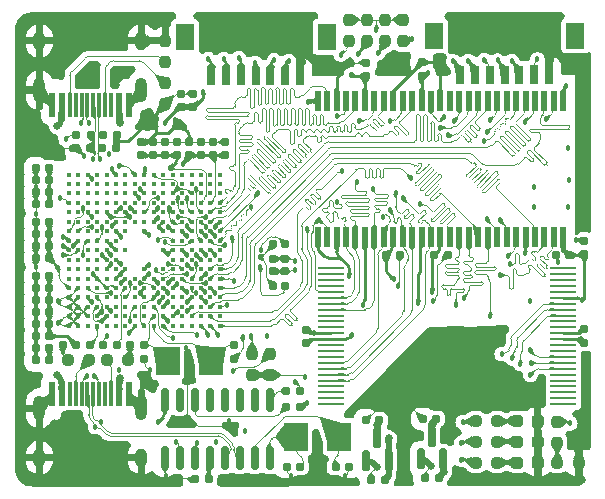
<source format=gtl>
G04 #@! TF.GenerationSoftware,KiCad,Pcbnew,7.0.1-0*
G04 #@! TF.CreationDate,2023-04-12T11:12:59+08:00*
G04 #@! TF.ProjectId,slimarm_classic_2410,736c696d-6172-46d5-9f63-6c6173736963,rev?*
G04 #@! TF.SameCoordinates,Original*
G04 #@! TF.FileFunction,Copper,L1,Top*
G04 #@! TF.FilePolarity,Positive*
%FSLAX46Y46*%
G04 Gerber Fmt 4.6, Leading zero omitted, Abs format (unit mm)*
G04 Created by KiCad (PCBNEW 7.0.1-0) date 2023-04-12 11:12:59*
%MOMM*%
%LPD*%
G01*
G04 APERTURE LIST*
G04 Aperture macros list*
%AMRoundRect*
0 Rectangle with rounded corners*
0 $1 Rounding radius*
0 $2 $3 $4 $5 $6 $7 $8 $9 X,Y pos of 4 corners*
0 Add a 4 corners polygon primitive as box body*
4,1,4,$2,$3,$4,$5,$6,$7,$8,$9,$2,$3,0*
0 Add four circle primitives for the rounded corners*
1,1,$1+$1,$2,$3*
1,1,$1+$1,$4,$5*
1,1,$1+$1,$6,$7*
1,1,$1+$1,$8,$9*
0 Add four rect primitives between the rounded corners*
20,1,$1+$1,$2,$3,$4,$5,0*
20,1,$1+$1,$4,$5,$6,$7,0*
20,1,$1+$1,$6,$7,$8,$9,0*
20,1,$1+$1,$8,$9,$2,$3,0*%
G04 Aperture macros list end*
G04 #@! TA.AperFunction,SMDPad,CuDef*
%ADD10RoundRect,0.237500X-0.250000X-0.237500X0.250000X-0.237500X0.250000X0.237500X-0.250000X0.237500X0*%
G04 #@! TD*
G04 #@! TA.AperFunction,SMDPad,CuDef*
%ADD11RoundRect,0.150000X0.150000X-0.739000X0.150000X0.739000X-0.150000X0.739000X-0.150000X-0.739000X0*%
G04 #@! TD*
G04 #@! TA.AperFunction,SMDPad,CuDef*
%ADD12RoundRect,0.155000X-0.212500X-0.155000X0.212500X-0.155000X0.212500X0.155000X-0.212500X0.155000X0*%
G04 #@! TD*
G04 #@! TA.AperFunction,SMDPad,CuDef*
%ADD13RoundRect,0.155000X-0.155000X0.212500X-0.155000X-0.212500X0.155000X-0.212500X0.155000X0.212500X0*%
G04 #@! TD*
G04 #@! TA.AperFunction,SMDPad,CuDef*
%ADD14C,0.410000*%
G04 #@! TD*
G04 #@! TA.AperFunction,SMDPad,CuDef*
%ADD15RoundRect,0.160000X-0.160000X0.197500X-0.160000X-0.197500X0.160000X-0.197500X0.160000X0.197500X0*%
G04 #@! TD*
G04 #@! TA.AperFunction,SMDPad,CuDef*
%ADD16RoundRect,0.160000X0.197500X0.160000X-0.197500X0.160000X-0.197500X-0.160000X0.197500X-0.160000X0*%
G04 #@! TD*
G04 #@! TA.AperFunction,SMDPad,CuDef*
%ADD17R,0.600000X2.000000*%
G04 #@! TD*
G04 #@! TA.AperFunction,SMDPad,CuDef*
%ADD18R,0.300000X2.000000*%
G04 #@! TD*
G04 #@! TA.AperFunction,SMDPad,CuDef*
%ADD19R,0.600000X1.450000*%
G04 #@! TD*
G04 #@! TA.AperFunction,ComponentPad*
%ADD20O,1.000000X2.100000*%
G04 #@! TD*
G04 #@! TA.AperFunction,ComponentPad*
%ADD21O,1.000000X1.600000*%
G04 #@! TD*
G04 #@! TA.AperFunction,SMDPad,CuDef*
%ADD22RoundRect,0.237500X0.287500X0.237500X-0.287500X0.237500X-0.287500X-0.237500X0.287500X-0.237500X0*%
G04 #@! TD*
G04 #@! TA.AperFunction,SMDPad,CuDef*
%ADD23RoundRect,0.155000X0.212500X0.155000X-0.212500X0.155000X-0.212500X-0.155000X0.212500X-0.155000X0*%
G04 #@! TD*
G04 #@! TA.AperFunction,SMDPad,CuDef*
%ADD24R,0.711200X1.600000*%
G04 #@! TD*
G04 #@! TA.AperFunction,SMDPad,CuDef*
%ADD25R,1.600200X2.209800*%
G04 #@! TD*
G04 #@! TA.AperFunction,SMDPad,CuDef*
%ADD26RoundRect,0.237500X0.237500X-0.250000X0.237500X0.250000X-0.237500X0.250000X-0.237500X-0.250000X0*%
G04 #@! TD*
G04 #@! TA.AperFunction,SMDPad,CuDef*
%ADD27RoundRect,0.160000X0.160000X-0.197500X0.160000X0.197500X-0.160000X0.197500X-0.160000X-0.197500X0*%
G04 #@! TD*
G04 #@! TA.AperFunction,SMDPad,CuDef*
%ADD28RoundRect,0.237500X-0.237500X0.250000X-0.237500X-0.250000X0.237500X-0.250000X0.237500X0.250000X0*%
G04 #@! TD*
G04 #@! TA.AperFunction,SMDPad,CuDef*
%ADD29RoundRect,0.155000X0.155000X-0.212500X0.155000X0.212500X-0.155000X0.212500X-0.155000X-0.212500X0*%
G04 #@! TD*
G04 #@! TA.AperFunction,SMDPad,CuDef*
%ADD30RoundRect,0.237500X0.250000X0.237500X-0.250000X0.237500X-0.250000X-0.237500X0.250000X-0.237500X0*%
G04 #@! TD*
G04 #@! TA.AperFunction,SMDPad,CuDef*
%ADD31RoundRect,0.160000X-0.197500X-0.160000X0.197500X-0.160000X0.197500X0.160000X-0.197500X0.160000X0*%
G04 #@! TD*
G04 #@! TA.AperFunction,SMDPad,CuDef*
%ADD32R,0.508000X1.693800*%
G04 #@! TD*
G04 #@! TA.AperFunction,SMDPad,CuDef*
%ADD33R,2.182700X0.254000*%
G04 #@! TD*
G04 #@! TA.AperFunction,SMDPad,CuDef*
%ADD34RoundRect,0.150000X0.150000X-0.825000X0.150000X0.825000X-0.150000X0.825000X-0.150000X-0.825000X0*%
G04 #@! TD*
G04 #@! TA.AperFunction,SMDPad,CuDef*
%ADD35R,2.000000X2.400000*%
G04 #@! TD*
G04 #@! TA.AperFunction,ViaPad*
%ADD36C,0.457200*%
G04 #@! TD*
G04 #@! TA.AperFunction,ViaPad*
%ADD37C,0.635000*%
G04 #@! TD*
G04 #@! TA.AperFunction,Conductor*
%ADD38C,0.101600*%
G04 #@! TD*
G04 #@! TA.AperFunction,Conductor*
%ADD39C,0.254000*%
G04 #@! TD*
G04 #@! TA.AperFunction,Conductor*
%ADD40C,0.508000*%
G04 #@! TD*
G04 #@! TA.AperFunction,Conductor*
%ADD41C,0.111760*%
G04 #@! TD*
G04 APERTURE END LIST*
D10*
G04 #@! TO.P,R7,1*
G04 #@! TO.N,GND*
X25757500Y-36830000D03*
G04 #@! TO.P,R7,2*
G04 #@! TO.N,Net-(J4-CC1)*
X27582500Y-36830000D03*
G04 #@! TD*
D11*
G04 #@! TO.P,U3,1,GND*
G04 #@! TO.N,GND*
X55650000Y-45212500D03*
G04 #@! TO.P,U3,2,VO*
G04 #@! TO.N,+3V3*
X57550000Y-45212500D03*
G04 #@! TO.P,U3,3,VI*
G04 #@! TO.N,+5V*
X56600000Y-43337500D03*
G04 #@! TD*
D12*
G04 #@! TO.P,C45,1*
G04 #@! TO.N,GND*
X51476000Y-46919000D03*
G04 #@! TO.P,C45,2*
G04 #@! TO.N,+1V8*
X52611000Y-46919000D03*
G04 #@! TD*
D13*
G04 #@! TO.P,C21,1*
G04 #@! TO.N,GND*
X35364000Y-14242500D03*
G04 #@! TO.P,C21,2*
G04 #@! TO.N,+3V3*
X35364000Y-15377500D03*
G04 #@! TD*
G04 #@! TO.P,C40,1*
G04 #@! TO.N,GND*
X34036000Y-18332500D03*
G04 #@! TO.P,C40,2*
G04 #@! TO.N,+1V8*
X34036000Y-19467500D03*
G04 #@! TD*
D12*
G04 #@! TO.P,C35,1*
G04 #@! TO.N,GND*
X25340500Y-35560000D03*
G04 #@! TO.P,C35,2*
G04 #@! TO.N,+1V8*
X26475500Y-35560000D03*
G04 #@! TD*
G04 #@! TO.P,C43,1*
G04 #@! TO.N,GND*
X23054500Y-29718000D03*
G04 #@! TO.P,C43,2*
G04 #@! TO.N,+1V8*
X24189500Y-29718000D03*
G04 #@! TD*
G04 #@! TO.P,C11,1*
G04 #@! TO.N,GND*
X44310500Y-45850000D03*
G04 #@! TO.P,C11,2*
G04 #@! TO.N,Net-(U1-XO)*
X45445500Y-45850000D03*
G04 #@! TD*
D14*
G04 #@! TO.P,IC1,A1,DATA19*
G04 #@! TO.N,unconnected-(IC1-DATA19-PadA1)*
X38650000Y-21100000D03*
G04 #@! TO.P,IC1,A2,DATA18*
G04 #@! TO.N,unconnected-(IC1-DATA18-PadA2)*
X38650000Y-21900000D03*
G04 #@! TO.P,IC1,A3,DATA16*
G04 #@! TO.N,unconnected-(IC1-DATA16-PadA3)*
X38650000Y-22700000D03*
G04 #@! TO.P,IC1,A4,DATA15*
G04 #@! TO.N,/BUS_DAT15*
X38650000Y-23500000D03*
G04 #@! TO.P,IC1,A5,DATA11*
G04 #@! TO.N,/BUS_DAT11*
X38650000Y-24300000D03*
G04 #@! TO.P,IC1,A6,VDDMOP_1*
G04 #@! TO.N,+3V3*
X38650000Y-25100000D03*
G04 #@! TO.P,IC1,A7,DATA6*
G04 #@! TO.N,/BUS_DAT6*
X38650000Y-25900000D03*
G04 #@! TO.P,IC1,A8,DATA1*
G04 #@! TO.N,/BUS_DAT1*
X38650000Y-26700000D03*
G04 #@! TO.P,IC1,A9,ADDR21/GPA6*
G04 #@! TO.N,unconnected-(IC1-ADDR21{slash}GPA6-PadA9)*
X38650000Y-27500000D03*
G04 #@! TO.P,IC1,A10,ADDR16/GPA1*
G04 #@! TO.N,unconnected-(IC1-ADDR16{slash}GPA1-PadA10)*
X38650000Y-28300000D03*
G04 #@! TO.P,IC1,A11,ADDR13*
G04 #@! TO.N,/BUS_ADR13*
X38650000Y-29100000D03*
G04 #@! TO.P,IC1,A12,VSSMOP_1*
G04 #@! TO.N,GND*
X38650000Y-29900000D03*
G04 #@! TO.P,IC1,A13,ADDR6*
G04 #@! TO.N,/BUS_ADR6*
X38650000Y-30700000D03*
G04 #@! TO.P,IC1,A14,ADDR2*
G04 #@! TO.N,/BUS_ADR2*
X38650000Y-31500000D03*
G04 #@! TO.P,IC1,A15,VDDMOP_2*
G04 #@! TO.N,+3V3*
X38650000Y-32300000D03*
G04 #@! TO.P,IC1,A16,NBE3:NWBE3:DQM3*
G04 #@! TO.N,unconnected-(IC1-NBE3:NWBE3:DQM3-PadA16)*
X38650000Y-33100000D03*
G04 #@! TO.P,IC1,A17,NBE0:NWBE0:DQM0*
G04 #@! TO.N,/DRAM_DQML*
X38650000Y-33900000D03*
G04 #@! TO.P,IC1,B1,DATA22*
G04 #@! TO.N,unconnected-(IC1-DATA22-PadB1)*
X37850000Y-21100000D03*
G04 #@! TO.P,IC1,B2,DATA20*
G04 #@! TO.N,unconnected-(IC1-DATA20-PadB2)*
X37850000Y-21900000D03*
G04 #@! TO.P,IC1,B3,DATA17*
G04 #@! TO.N,unconnected-(IC1-DATA17-PadB3)*
X37850000Y-22700000D03*
G04 #@! TO.P,IC1,B4,VDDMOP_3*
G04 #@! TO.N,+3V3*
X37850000Y-23500000D03*
G04 #@! TO.P,IC1,B5,DATA13*
G04 #@! TO.N,/BUS_DAT13*
X37850000Y-24300000D03*
G04 #@! TO.P,IC1,B6,DATA9*
G04 #@! TO.N,/BUS_DAT9*
X37850000Y-25100000D03*
G04 #@! TO.P,IC1,B7,DATA5*
G04 #@! TO.N,/BUS_DAT5*
X37850000Y-25900000D03*
G04 #@! TO.P,IC1,B8,DATA0*
G04 #@! TO.N,/BUS_DAT0*
X37850000Y-26700000D03*
G04 #@! TO.P,IC1,B9,ADDR24/GPA9*
G04 #@! TO.N,/BUS_ADR24*
X37850000Y-27500000D03*
G04 #@! TO.P,IC1,B10,ADDR17/GPA2*
G04 #@! TO.N,unconnected-(IC1-ADDR17{slash}GPA2-PadB10)*
X37850000Y-28300000D03*
G04 #@! TO.P,IC1,B11,ADDR12*
G04 #@! TO.N,/BUS_ADR12*
X37850000Y-29100000D03*
G04 #@! TO.P,IC1,B12,ADDR8*
G04 #@! TO.N,/BUS_ADR8*
X37850000Y-29900000D03*
G04 #@! TO.P,IC1,B13,ADDR4*
G04 #@! TO.N,/BUS_ADR4*
X37850000Y-30700000D03*
G04 #@! TO.P,IC1,B14,ADDR0/GPA0*
G04 #@! TO.N,unconnected-(IC1-ADDR0{slash}GPA0-PadB14)*
X37850000Y-31500000D03*
G04 #@! TO.P,IC1,B15,NSRAS*
G04 #@! TO.N,/DRAM_NSRAS*
X37850000Y-32300000D03*
G04 #@! TO.P,IC1,B16,NBE1:NWBE1:DQM1*
G04 #@! TO.N,/DRAM_DQMU*
X37850000Y-33100000D03*
G04 #@! TO.P,IC1,B17,VSSI_1*
G04 #@! TO.N,GND*
X37850000Y-33900000D03*
G04 #@! TO.P,IC1,C1,DATA24*
G04 #@! TO.N,unconnected-(IC1-DATA24-PadC1)*
X37050000Y-21100000D03*
G04 #@! TO.P,IC1,C2,DATA23*
G04 #@! TO.N,unconnected-(IC1-DATA23-PadC2)*
X37050000Y-21900000D03*
G04 #@! TO.P,IC1,C3,DATA21*
G04 #@! TO.N,unconnected-(IC1-DATA21-PadC3)*
X37050000Y-22700000D03*
G04 #@! TO.P,IC1,C4,VDDI_1*
G04 #@! TO.N,+1V8*
X37050000Y-23500000D03*
G04 #@! TO.P,IC1,C5,DATA12*
G04 #@! TO.N,/BUS_DAT12*
X37050000Y-24300000D03*
G04 #@! TO.P,IC1,C6,DATA7*
G04 #@! TO.N,/BUS_DAT7*
X37050000Y-25100000D03*
G04 #@! TO.P,IC1,C7,DATA4*
G04 #@! TO.N,/BUS_DAT4*
X37050000Y-25900000D03*
G04 #@! TO.P,IC1,C8,VDDI_2*
G04 #@! TO.N,+1V8*
X37050000Y-26700000D03*
G04 #@! TO.P,IC1,C9,ADDR25/GPA10*
G04 #@! TO.N,/BUS_ADR25*
X37050000Y-27500000D03*
G04 #@! TO.P,IC1,C10,VSSMOP_2*
G04 #@! TO.N,GND*
X37050000Y-28300000D03*
G04 #@! TO.P,IC1,C11,ADDR14*
G04 #@! TO.N,unconnected-(IC1-ADDR14-PadC11)*
X37050000Y-29100000D03*
G04 #@! TO.P,IC1,C12,ADDR7*
G04 #@! TO.N,/BUS_ADR7*
X37050000Y-29900000D03*
G04 #@! TO.P,IC1,C13,ADDR3*
G04 #@! TO.N,/BUS_ADR3*
X37050000Y-30700000D03*
G04 #@! TO.P,IC1,C14,NSCAS*
G04 #@! TO.N,/DRAM_NSCAS*
X37050000Y-31500000D03*
G04 #@! TO.P,IC1,C15,NBE2:NWBE2:DQM2*
G04 #@! TO.N,unconnected-(IC1-NBE2:NWBE2:DQM2-PadC15)*
X37050000Y-32300000D03*
G04 #@! TO.P,IC1,C16,NOE*
G04 #@! TO.N,unconnected-(IC1-NOE-PadC16)*
X37050000Y-33100000D03*
G04 #@! TO.P,IC1,C17,VDDI_3*
G04 #@! TO.N,+1V8*
X37050000Y-33900000D03*
G04 #@! TO.P,IC1,D1,DATA27*
G04 #@! TO.N,unconnected-(IC1-DATA27-PadD1)*
X36250000Y-21100000D03*
G04 #@! TO.P,IC1,D2,DATA25*
G04 #@! TO.N,unconnected-(IC1-DATA25-PadD2)*
X36250000Y-21900000D03*
G04 #@! TO.P,IC1,D3,VSSMOP_3*
G04 #@! TO.N,GND*
X36250000Y-22700000D03*
G04 #@! TO.P,IC1,D4,DATA26*
G04 #@! TO.N,unconnected-(IC1-DATA26-PadD4)*
X36250000Y-23500000D03*
G04 #@! TO.P,IC1,D5,DATA14*
G04 #@! TO.N,/BUS_DAT14*
X36250000Y-24300000D03*
G04 #@! TO.P,IC1,D6,DATA10*
G04 #@! TO.N,/BUS_DAT10*
X36250000Y-25100000D03*
G04 #@! TO.P,IC1,D7,DATA2*
G04 #@! TO.N,/BUS_DAT2*
X36250000Y-25900000D03*
G04 #@! TO.P,IC1,D8,VDDMOP_4*
G04 #@! TO.N,+3V3*
X36250000Y-26700000D03*
G04 #@! TO.P,IC1,D9,ADDR22/GPA7*
G04 #@! TO.N,unconnected-(IC1-ADDR22{slash}GPA7-PadD9)*
X36250000Y-27500000D03*
G04 #@! TO.P,IC1,D10,ADDR19/GPA4*
G04 #@! TO.N,unconnected-(IC1-ADDR19{slash}GPA4-PadD10)*
X36250000Y-28300000D03*
G04 #@! TO.P,IC1,D11,VDDI_4*
G04 #@! TO.N,+1V8*
X36250000Y-29100000D03*
G04 #@! TO.P,IC1,D12,ADDR10*
G04 #@! TO.N,/BUS_ADR10*
X36250000Y-29900000D03*
G04 #@! TO.P,IC1,D13,ADDR5*
G04 #@! TO.N,/BUS_ADR5*
X36250000Y-30700000D03*
G04 #@! TO.P,IC1,D14,ADDR1*
G04 #@! TO.N,/BUS_ADR1*
X36250000Y-31500000D03*
G04 #@! TO.P,IC1,D15,VSSMOP_4*
G04 #@! TO.N,GND*
X36250000Y-32300000D03*
G04 #@! TO.P,IC1,D16,SCKE*
G04 #@! TO.N,/DRAM_SCKE*
X36250000Y-33100000D03*
G04 #@! TO.P,IC1,D17,NGCS0*
G04 #@! TO.N,unconnected-(IC1-NGCS0-PadD17)*
X36250000Y-33900000D03*
G04 #@! TO.P,IC1,E1,DATA31*
G04 #@! TO.N,unconnected-(IC1-DATA31-PadE1)*
X35450000Y-21100000D03*
G04 #@! TO.P,IC1,E2,DATA29*
G04 #@! TO.N,unconnected-(IC1-DATA29-PadE2)*
X35450000Y-21900000D03*
G04 #@! TO.P,IC1,E3,DATA28*
G04 #@! TO.N,unconnected-(IC1-DATA28-PadE3)*
X35450000Y-22700000D03*
G04 #@! TO.P,IC1,E4,DATA30*
G04 #@! TO.N,unconnected-(IC1-DATA30-PadE4)*
X35450000Y-23500000D03*
G04 #@! TO.P,IC1,E5,VDDMOP_5*
G04 #@! TO.N,+3V3*
X35450000Y-24300000D03*
G04 #@! TO.P,IC1,E6,VSSMOP_5*
G04 #@! TO.N,GND*
X35450000Y-25100000D03*
G04 #@! TO.P,IC1,E7,DATA3*
G04 #@! TO.N,/BUS_DAT3*
X35450000Y-25900000D03*
G04 #@! TO.P,IC1,E8,ADDR26/GPA11*
G04 #@! TO.N,unconnected-(IC1-ADDR26{slash}GPA11-PadE8)*
X35450000Y-26700000D03*
G04 #@! TO.P,IC1,E9,ADDR23/GPA8*
G04 #@! TO.N,/BUS_ADR23*
X35450000Y-27500000D03*
G04 #@! TO.P,IC1,E10,ADDR18/GPA3*
G04 #@! TO.N,unconnected-(IC1-ADDR18{slash}GPA3-PadE10)*
X35450000Y-28300000D03*
G04 #@! TO.P,IC1,E11,VDDMOP_6*
G04 #@! TO.N,+3V3*
X35450000Y-29100000D03*
G04 #@! TO.P,IC1,E12,ADDR11*
G04 #@! TO.N,/BUS_ADR11*
X35450000Y-29900000D03*
G04 #@! TO.P,IC1,E13,NWE*
G04 #@! TO.N,/BUS_NWE*
X35450000Y-30700000D03*
G04 #@! TO.P,IC1,E14,NGCS3/GPA14*
G04 #@! TO.N,unconnected-(IC1-NGCS3{slash}GPA14-PadE14)*
X35450000Y-31500000D03*
G04 #@! TO.P,IC1,E15,NGCS1/GPA12*
G04 #@! TO.N,unconnected-(IC1-NGCS1{slash}GPA12-PadE15)*
X35450000Y-32300000D03*
G04 #@! TO.P,IC1,E16,NGCS2/GPA13*
G04 #@! TO.N,unconnected-(IC1-NGCS2{slash}GPA13-PadE16)*
X35450000Y-33100000D03*
G04 #@! TO.P,IC1,E17,NGCS4/GPA15*
G04 #@! TO.N,unconnected-(IC1-NGCS4{slash}GPA15-PadE17)*
X35450000Y-33900000D03*
G04 #@! TO.P,IC1,F1,TOUT1/GPB1*
G04 #@! TO.N,unconnected-(IC1-TOUT1{slash}GPB1-PadF1)*
X34650000Y-21100000D03*
G04 #@! TO.P,IC1,F2,TOUT0/GPB0*
G04 #@! TO.N,unconnected-(IC1-TOUT0{slash}GPB0-PadF2)*
X34650000Y-21900000D03*
G04 #@! TO.P,IC1,F3,VSSMOP_6*
G04 #@! TO.N,GND*
X34650000Y-22700000D03*
G04 #@! TO.P,IC1,F4,TOUT2/GPB2*
G04 #@! TO.N,unconnected-(IC1-TOUT2{slash}GPB2-PadF4)*
X34650000Y-23500000D03*
G04 #@! TO.P,IC1,F5,VSSOP_1*
G04 #@! TO.N,GND*
X34650000Y-24300000D03*
G04 #@! TO.P,IC1,F6,VSSI_2*
X34650000Y-25100000D03*
G04 #@! TO.P,IC1,F7,DATA8*
G04 #@! TO.N,/BUS_DAT8*
X34650000Y-25900000D03*
G04 #@! TO.P,IC1,F8,VSSMOP_7*
G04 #@! TO.N,GND*
X34650000Y-26700000D03*
G04 #@! TO.P,IC1,F9,VSSI_3*
X34650000Y-27500000D03*
G04 #@! TO.P,IC1,F10,ADDR20/GPA5*
G04 #@! TO.N,unconnected-(IC1-ADDR20{slash}GPA5-PadF10)*
X34650000Y-28300000D03*
G04 #@! TO.P,IC1,F11,VSSI_4*
G04 #@! TO.N,GND*
X34650000Y-29100000D03*
G04 #@! TO.P,IC1,F12,VSSMOP_8*
X34650000Y-29900000D03*
G04 #@! TO.P,IC1,F13,SCLK0*
G04 #@! TO.N,/DRAM_SCLK*
X34650000Y-30700000D03*
G04 #@! TO.P,IC1,F14,SCLK1*
G04 #@! TO.N,unconnected-(IC1-SCLK1-PadF14)*
X34650000Y-31500000D03*
G04 #@! TO.P,IC1,F15,NGCS5/GPA16*
G04 #@! TO.N,unconnected-(IC1-NGCS5{slash}GPA16-PadF15)*
X34650000Y-32300000D03*
G04 #@! TO.P,IC1,F16,NGCS6:NSCS0*
G04 #@! TO.N,/DRAM_CS*
X34650000Y-33100000D03*
G04 #@! TO.P,IC1,F17,NGCS7:NSCS1*
G04 #@! TO.N,unconnected-(IC1-NGCS7:NSCS1-PadF17)*
X34650000Y-33900000D03*
G04 #@! TO.P,IC1,G1,NXBACK/GPB5*
G04 #@! TO.N,unconnected-(IC1-NXBACK{slash}GPB5-PadG1)*
X33850000Y-21100000D03*
G04 #@! TO.P,IC1,G2,NXDACK1/GPB7*
G04 #@! TO.N,unconnected-(IC1-NXDACK1{slash}GPB7-PadG2)*
X33850000Y-21900000D03*
G04 #@! TO.P,IC1,G3,TOUT3/GPB3*
G04 #@! TO.N,unconnected-(IC1-TOUT3{slash}GPB3-PadG3)*
X33850000Y-22700000D03*
G04 #@! TO.P,IC1,G4,TCLK0/GPB4*
G04 #@! TO.N,unconnected-(IC1-TCLK0{slash}GPB4-PadG4)*
X33850000Y-23500000D03*
G04 #@! TO.P,IC1,G5,NXBREQ/GPB6*
G04 #@! TO.N,unconnected-(IC1-NXBREQ{slash}GPB6-PadG5)*
X33850000Y-24300000D03*
G04 #@! TO.P,IC1,G6,VDDALIVE_1*
G04 #@! TO.N,+1V8*
X33850000Y-25100000D03*
G04 #@! TO.P,IC1,G7,VDDIARM_1*
X33850000Y-25900000D03*
G04 #@! TO.P,IC1,G9,VSSMOP_9*
G04 #@! TO.N,GND*
X33850000Y-27500000D03*
G04 #@! TO.P,IC1,G11,ADDR15*
G04 #@! TO.N,unconnected-(IC1-ADDR15-PadG11)*
X33850000Y-29100000D03*
G04 #@! TO.P,IC1,G12,ADDR9*
G04 #@! TO.N,/BUS_ADR9*
X33850000Y-29900000D03*
G04 #@! TO.P,IC1,G13,NWAIT*
G04 #@! TO.N,/BUS_NWAIT*
X33850000Y-30700000D03*
G04 #@! TO.P,IC1,G14,ALE/GPA18*
G04 #@! TO.N,/NAND_ALE*
X33850000Y-31500000D03*
G04 #@! TO.P,IC1,G15,NFWE/GPA19*
G04 #@! TO.N,/NAND_NFWE*
X33850000Y-32300000D03*
G04 #@! TO.P,IC1,G16,NFRE/GPA20*
G04 #@! TO.N,/NAND_NFRE*
X33850000Y-33100000D03*
G04 #@! TO.P,IC1,G17,NFCE/GPA22*
G04 #@! TO.N,/NAND_NFCE*
X33850000Y-33900000D03*
G04 #@! TO.P,IC1,H1,VSSIARM_1*
G04 #@! TO.N,GND*
X33050000Y-21100000D03*
G04 #@! TO.P,IC1,H2,NXDACK0/GPB9*
G04 #@! TO.N,unconnected-(IC1-NXDACK0{slash}GPB9-PadH2)*
X33050000Y-21900000D03*
G04 #@! TO.P,IC1,H3,NXDREQ0/GPB10*
G04 #@! TO.N,unconnected-(IC1-NXDREQ0{slash}GPB10-PadH3)*
X33050000Y-22700000D03*
G04 #@! TO.P,IC1,H4,NXDREQ1/GPB8*
G04 #@! TO.N,unconnected-(IC1-NXDREQ1{slash}GPB8-PadH4)*
X33050000Y-23500000D03*
G04 #@! TO.P,IC1,H5,NTRST*
G04 #@! TO.N,/JTAG_NTRST*
X33050000Y-24300000D03*
G04 #@! TO.P,IC1,H6,TCK*
G04 #@! TO.N,/JTAG_TCK*
X33050000Y-25100000D03*
G04 #@! TO.P,IC1,H12,CLE/GPA17*
G04 #@! TO.N,/NAND_CLE*
X33050000Y-29900000D03*
G04 #@! TO.P,IC1,H13,VSSOP_2*
G04 #@! TO.N,GND*
X33050000Y-30700000D03*
G04 #@! TO.P,IC1,H14,VDDMOP_7*
G04 #@! TO.N,+3V3*
X33050000Y-31500000D03*
G04 #@! TO.P,IC1,H15,VSSI_5*
G04 #@! TO.N,GND*
X33050000Y-32300000D03*
G04 #@! TO.P,IC1,H16,XTOPLL*
G04 #@! TO.N,/XTAL_OUT*
X33050000Y-33100000D03*
G04 #@! TO.P,IC1,H17,XTIPLL*
G04 #@! TO.N,/XTAL_IN*
X33050000Y-33900000D03*
G04 #@! TO.P,IC1,J1,TDI*
G04 #@! TO.N,/JTAG_TDI*
X32250000Y-21100000D03*
G04 #@! TO.P,IC1,J2,VCLK:LCD_HCLK/GPC1*
G04 #@! TO.N,unconnected-(IC1-VCLK:LCD_HCLK{slash}GPC1-PadJ2)*
X32250000Y-21900000D03*
G04 #@! TO.P,IC1,J3,TMS*
G04 #@! TO.N,/JTAG_TMS*
X32250000Y-22700000D03*
G04 #@! TO.P,IC1,J4,LEND:STH/GPC0*
G04 #@! TO.N,unconnected-(IC1-LEND:STH{slash}GPC0-PadJ4)*
X32250000Y-23500000D03*
G04 #@! TO.P,IC1,J5,TDO*
G04 #@! TO.N,/JTAG_TDO*
X32250000Y-24300000D03*
G04 #@! TO.P,IC1,J6,VLINE:HSYNC:CPV/GPC2*
G04 #@! TO.N,unconnected-(IC1-VLINE:HSYNC:CPV{slash}GPC2-PadJ6)*
X32250000Y-25100000D03*
G04 #@! TO.P,IC1,J7,VSSIARM_2*
G04 #@! TO.N,GND*
X32250000Y-25900000D03*
G04 #@! TO.P,IC1,J11,EXTCLK*
G04 #@! TO.N,+3V3*
X32250000Y-29100000D03*
G04 #@! TO.P,IC1,J12,NRESET*
G04 #@! TO.N,/NRESET*
X32250000Y-29900000D03*
G04 #@! TO.P,IC1,J13,VDDI_5*
G04 #@! TO.N,+1V8*
X32250000Y-30700000D03*
G04 #@! TO.P,IC1,J14,VDDALIVE_2*
X32250000Y-31500000D03*
G04 #@! TO.P,IC1,J15,PWREN*
G04 #@! TO.N,unconnected-(IC1-PWREN-PadJ15)*
X32250000Y-32300000D03*
G04 #@! TO.P,IC1,J16,NRSTOUT/GPA21*
G04 #@! TO.N,unconnected-(IC1-NRSTOUT{slash}GPA21-PadJ16)*
X32250000Y-33100000D03*
G04 #@! TO.P,IC1,J17,NBATT_FLT*
G04 #@! TO.N,+3V3*
X32250000Y-33900000D03*
G04 #@! TO.P,IC1,K1,VDDOP_1*
X31450000Y-21100000D03*
G04 #@! TO.P,IC1,K2,VM:VDEN:TP/GPC4*
G04 #@! TO.N,unconnected-(IC1-VM:VDEN:TP{slash}GPC4-PadK2)*
X31450000Y-21900000D03*
G04 #@! TO.P,IC1,K3,VDDIARM_2*
G04 #@! TO.N,+1V8*
X31450000Y-22700000D03*
G04 #@! TO.P,IC1,K4,VFRAME:VSYNC:STV/GPC3*
G04 #@! TO.N,unconnected-(IC1-VFRAME:VSYNC:STV{slash}GPC3-PadK4)*
X31450000Y-23500000D03*
G04 #@! TO.P,IC1,K5,VSSOP_3*
G04 #@! TO.N,GND*
X31450000Y-24300000D03*
G04 #@! TO.P,IC1,K6,LCDVF0/GPC5*
G04 #@! TO.N,unconnected-(IC1-LCDVF0{slash}GPC5-PadK6)*
X31450000Y-25100000D03*
G04 #@! TO.P,IC1,K12,RXD2/NCTS1/GPH7*
G04 #@! TO.N,unconnected-(IC1-RXD2{slash}NCTS1{slash}GPH7-PadK12)*
X31450000Y-29900000D03*
G04 #@! TO.P,IC1,K13,TXD2/NRTS1/GPH6*
G04 #@! TO.N,unconnected-(IC1-TXD2{slash}NRTS1{slash}GPH6-PadK13)*
X31450000Y-30700000D03*
G04 #@! TO.P,IC1,K14,RXD1/GPH5*
G04 #@! TO.N,unconnected-(IC1-RXD1{slash}GPH5-PadK14)*
X31450000Y-31500000D03*
G04 #@! TO.P,IC1,K15,TXD0/GPH2*
G04 #@! TO.N,/UART_TX*
X31450000Y-32300000D03*
G04 #@! TO.P,IC1,K16,TXD1/GPH4*
G04 #@! TO.N,unconnected-(IC1-TXD1{slash}GPH4-PadK16)*
X31450000Y-33100000D03*
G04 #@! TO.P,IC1,K17,RXD0/GPH3*
G04 #@! TO.N,/UART_RX*
X31450000Y-33900000D03*
G04 #@! TO.P,IC1,L1,VD0/GPC8*
G04 #@! TO.N,unconnected-(IC1-VD0{slash}GPC8-PadL1)*
X30650000Y-21100000D03*
G04 #@! TO.P,IC1,L2,VD1/GPC9*
G04 #@! TO.N,unconnected-(IC1-VD1{slash}GPC9-PadL2)*
X30650000Y-21900000D03*
G04 #@! TO.P,IC1,L3,LCDVF2/GPC7*
G04 #@! TO.N,unconnected-(IC1-LCDVF2{slash}GPC7-PadL3)*
X30650000Y-22700000D03*
G04 #@! TO.P,IC1,L4,VD2/GPC10*
G04 #@! TO.N,unconnected-(IC1-VD2{slash}GPC10-PadL4)*
X30650000Y-23500000D03*
G04 #@! TO.P,IC1,L5,VDDIARM_3*
G04 #@! TO.N,+1V8*
X30650000Y-24300000D03*
G04 #@! TO.P,IC1,L6,LCDVF1/GPC6*
G04 #@! TO.N,unconnected-(IC1-LCDVF1{slash}GPC6-PadL6)*
X30650000Y-25100000D03*
G04 #@! TO.P,IC1,L7,IICSCL/GPE14*
G04 #@! TO.N,unconnected-(IC1-IICSCL{slash}GPE14-PadL7)*
X30650000Y-25900000D03*
G04 #@! TO.P,IC1,L9,EINT11/NSS1/GPG3*
G04 #@! TO.N,unconnected-(IC1-EINT11{slash}NSS1{slash}GPG3-PadL9)*
X30650000Y-27500000D03*
G04 #@! TO.P,IC1,L11,VDDI_UPLL*
G04 #@! TO.N,+1V8*
X30650000Y-29100000D03*
G04 #@! TO.P,IC1,L12,NRTS0/GPH1*
G04 #@! TO.N,/UART_RTS*
X30650000Y-29900000D03*
G04 #@! TO.P,IC1,L13,UPLLCAP*
G04 #@! TO.N,Net-(IC1-UPLLCAP)*
X30650000Y-30700000D03*
G04 #@! TO.P,IC1,L14,NCTS0/GPH0*
G04 #@! TO.N,/UART_CTS*
X30650000Y-31500000D03*
G04 #@! TO.P,IC1,L15,EINT6/GPF6*
G04 #@! TO.N,unconnected-(IC1-EINT6{slash}GPF6-PadL15)*
X30650000Y-32300000D03*
G04 #@! TO.P,IC1,L16,UEXTCLK/GPH8*
G04 #@! TO.N,unconnected-(IC1-UEXTCLK{slash}GPH8-PadL16)*
X30650000Y-33100000D03*
G04 #@! TO.P,IC1,L17,EINT7/GPF7*
G04 #@! TO.N,unconnected-(IC1-EINT7{slash}GPF7-PadL17)*
X30650000Y-33900000D03*
G04 #@! TO.P,IC1,M1,VSSIARM_3*
G04 #@! TO.N,GND*
X29850000Y-21100000D03*
G04 #@! TO.P,IC1,M2,VD5/GPC13*
G04 #@! TO.N,unconnected-(IC1-VD5{slash}GPC13-PadM2)*
X29850000Y-21900000D03*
G04 #@! TO.P,IC1,M3,VD3/GPC11*
G04 #@! TO.N,unconnected-(IC1-VD3{slash}GPC11-PadM3)*
X29850000Y-22700000D03*
G04 #@! TO.P,IC1,M4,VD4/GPC12*
G04 #@! TO.N,unconnected-(IC1-VD4{slash}GPC12-PadM4)*
X29850000Y-23500000D03*
G04 #@! TO.P,IC1,M5,VSSIARM_4*
G04 #@! TO.N,GND*
X29850000Y-24300000D03*
G04 #@! TO.P,IC1,M6,VDDOP_2*
G04 #@! TO.N,+3V3*
X29850000Y-25100000D03*
G04 #@! TO.P,IC1,M7,VDDIARM_4*
G04 #@! TO.N,+1V8*
X29850000Y-25900000D03*
G04 #@! TO.P,IC1,M8,IICSDA/GPE15*
G04 #@! TO.N,unconnected-(IC1-IICSDA{slash}GPE15-PadM8)*
X29850000Y-26700000D03*
G04 #@! TO.P,IC1,M9,VSSIARM_5*
G04 #@! TO.N,GND*
X29850000Y-27500000D03*
G04 #@! TO.P,IC1,M10,DP1/PDP0*
G04 #@! TO.N,/USB_DP*
X29850000Y-28300000D03*
G04 #@! TO.P,IC1,M11,EINT23/NYPON/GPG15*
G04 #@! TO.N,unconnected-(IC1-EINT23{slash}NYPON{slash}GPG15-PadM11)*
X29850000Y-29100000D03*
G04 #@! TO.P,IC1,M12,RTCVDD*
G04 #@! TO.N,+1V8*
X29850000Y-29900000D03*
G04 #@! TO.P,IC1,M13,VSSI_MPLL*
G04 #@! TO.N,GND*
X29850000Y-30700000D03*
G04 #@! TO.P,IC1,M14,EINT5/GPF5*
G04 #@! TO.N,unconnected-(IC1-EINT5{slash}GPF5-PadM14)*
X29850000Y-31500000D03*
G04 #@! TO.P,IC1,M15,EINT4/GPF4*
G04 #@! TO.N,unconnected-(IC1-EINT4{slash}GPF4-PadM15)*
X29850000Y-32300000D03*
G04 #@! TO.P,IC1,M16,EINT2/GPF2*
G04 #@! TO.N,unconnected-(IC1-EINT2{slash}GPF2-PadM16)*
X29850000Y-33100000D03*
G04 #@! TO.P,IC1,M17,EINT3/GPF3*
G04 #@! TO.N,unconnected-(IC1-EINT3{slash}GPF3-PadM17)*
X29850000Y-33900000D03*
G04 #@! TO.P,IC1,N1,VD6/GPC14*
G04 #@! TO.N,unconnected-(IC1-VD6{slash}GPC14-PadN1)*
X29050000Y-21100000D03*
G04 #@! TO.P,IC1,N2,VD8/GPD0*
G04 #@! TO.N,unconnected-(IC1-VD8{slash}GPD0-PadN2)*
X29050000Y-21900000D03*
G04 #@! TO.P,IC1,N3,VD7/GPC15*
G04 #@! TO.N,unconnected-(IC1-VD7{slash}GPC15-PadN3)*
X29050000Y-22700000D03*
G04 #@! TO.P,IC1,N4,VD9/GPD1*
G04 #@! TO.N,unconnected-(IC1-VD9{slash}GPD1-PadN4)*
X29050000Y-23500000D03*
G04 #@! TO.P,IC1,N5,VDDIARM_5*
G04 #@! TO.N,+1V8*
X29050000Y-24300000D03*
G04 #@! TO.P,IC1,N6,CDCLK/GPE2*
G04 #@! TO.N,unconnected-(IC1-CDCLK{slash}GPE2-PadN6)*
X29050000Y-25100000D03*
G04 #@! TO.P,IC1,N7,SDDAT1/GPE8*
G04 #@! TO.N,unconnected-(IC1-SDDAT1{slash}GPE8-PadN7)*
X29050000Y-25900000D03*
G04 #@! TO.P,IC1,N8,VSSIARM_6*
G04 #@! TO.N,GND*
X29050000Y-26700000D03*
G04 #@! TO.P,IC1,N9,VDDOP_3*
G04 #@! TO.N,+3V3*
X29050000Y-27500000D03*
G04 #@! TO.P,IC1,N10,VDDIARM_6*
G04 #@! TO.N,+1V8*
X29050000Y-28300000D03*
G04 #@! TO.P,IC1,N11,DN1/PDN0*
G04 #@! TO.N,/USB_DN*
X29050000Y-29100000D03*
G04 #@! TO.P,IC1,N12,VREF*
G04 #@! TO.N,unconnected-(IC1-VREF-PadN12)*
X29050000Y-29900000D03*
G04 #@! TO.P,IC1,N13,AIN7*
G04 #@! TO.N,GND*
X29050000Y-30700000D03*
G04 #@! TO.P,IC1,N14,EINT0/GPF0*
G04 #@! TO.N,unconnected-(IC1-EINT0{slash}GPF0-PadN14)*
X29050000Y-31500000D03*
G04 #@! TO.P,IC1,N15,VSSI_UPLL*
G04 #@! TO.N,GND*
X29050000Y-32300000D03*
G04 #@! TO.P,IC1,N16,VDDOP_4*
G04 #@! TO.N,+3V3*
X29050000Y-33100000D03*
G04 #@! TO.P,IC1,N17,EINT1/GPF1*
G04 #@! TO.N,unconnected-(IC1-EINT1{slash}GPF1-PadN17)*
X29050000Y-33900000D03*
G04 #@! TO.P,IC1,P1,VD10/GPD2*
G04 #@! TO.N,unconnected-(IC1-VD10{slash}GPD2-PadP1)*
X28250000Y-21100000D03*
G04 #@! TO.P,IC1,P2,VD12/GPD4*
G04 #@! TO.N,unconnected-(IC1-VD12{slash}GPD4-PadP2)*
X28250000Y-21900000D03*
G04 #@! TO.P,IC1,P3,VD11/GPD3*
G04 #@! TO.N,unconnected-(IC1-VD11{slash}GPD3-PadP3)*
X28250000Y-22700000D03*
G04 #@! TO.P,IC1,P4,VD23/NSS0/GPD15*
G04 #@! TO.N,unconnected-(IC1-VD23{slash}NSS0{slash}GPD15-PadP4)*
X28250000Y-23500000D03*
G04 #@! TO.P,IC1,P5,I2SSCLK/GPE1*
G04 #@! TO.N,unconnected-(IC1-I2SSCLK{slash}GPE1-PadP5)*
X28250000Y-24300000D03*
G04 #@! TO.P,IC1,P6,SDCMD/GPE6*
G04 #@! TO.N,unconnected-(IC1-SDCMD{slash}GPE6-PadP6)*
X28250000Y-25100000D03*
G04 #@! TO.P,IC1,P7,SDDAT2/GPE9*
G04 #@! TO.N,unconnected-(IC1-SDDAT2{slash}GPE9-PadP7)*
X28250000Y-25900000D03*
G04 #@! TO.P,IC1,P8,SPICLK0/GPE13*
G04 #@! TO.N,/SPI0_CLK*
X28250000Y-26700000D03*
G04 #@! TO.P,IC1,P9,EINT12/LCD_PWREN/GPG4*
G04 #@! TO.N,unconnected-(IC1-EINT12{slash}LCD_PWREN{slash}GPG4-PadP9)*
X28250000Y-27500000D03*
G04 #@! TO.P,IC1,P10,EINT18/GPG10*
G04 #@! TO.N,unconnected-(IC1-EINT18{slash}GPG10-PadP10)*
X28250000Y-28300000D03*
G04 #@! TO.P,IC1,P11,EINT20/XMON/GPG12*
G04 #@! TO.N,unconnected-(IC1-EINT20{slash}XMON{slash}GPG12-PadP11)*
X28250000Y-29100000D03*
G04 #@! TO.P,IC1,P12,VSSOP_4*
G04 #@! TO.N,GND*
X28250000Y-29900000D03*
G04 #@! TO.P,IC1,P13,DP0*
G04 #@! TO.N,unconnected-(IC1-DP0-PadP13)*
X28250000Y-30700000D03*
G04 #@! TO.P,IC1,P14,VDDI_MPLL*
G04 #@! TO.N,+1V8*
X28250000Y-31500000D03*
G04 #@! TO.P,IC1,P15,VDDA_ADC*
G04 #@! TO.N,+3V3*
X28250000Y-32300000D03*
G04 #@! TO.P,IC1,P16,XTIRTC*
G04 #@! TO.N,+1V8*
X28250000Y-33100000D03*
G04 #@! TO.P,IC1,P17,MPLLCAP*
G04 #@! TO.N,Net-(IC1-MPLLCAP)*
X28250000Y-33900000D03*
G04 #@! TO.P,IC1,R1,VDDIARM_7*
G04 #@! TO.N,+1V8*
X27450000Y-21100000D03*
G04 #@! TO.P,IC1,R2,VD14/GPD6*
G04 #@! TO.N,unconnected-(IC1-VD14{slash}GPD6-PadR2)*
X27450000Y-21900000D03*
G04 #@! TO.P,IC1,R3,VD17/GPD9*
G04 #@! TO.N,unconnected-(IC1-VD17{slash}GPD9-PadR3)*
X27450000Y-22700000D03*
G04 #@! TO.P,IC1,R4,VD18/GPD10*
G04 #@! TO.N,unconnected-(IC1-VD18{slash}GPD10-PadR4)*
X27450000Y-23500000D03*
G04 #@! TO.P,IC1,R5,VSSOP_5*
G04 #@! TO.N,GND*
X27450000Y-24300000D03*
G04 #@! TO.P,IC1,R6,SDDAT0/GPE7*
G04 #@! TO.N,unconnected-(IC1-SDDAT0{slash}GPE7-PadR6)*
X27450000Y-25100000D03*
G04 #@! TO.P,IC1,R7,SDDAT3/GPE10*
G04 #@! TO.N,unconnected-(IC1-SDDAT3{slash}GPE10-PadR7)*
X27450000Y-25900000D03*
G04 #@! TO.P,IC1,R8,EINT8/GPG0*
G04 #@! TO.N,/GPIO_G0*
X27450000Y-26700000D03*
G04 #@! TO.P,IC1,R9,EINT14/SPIMOSI1/GPG6*
G04 #@! TO.N,unconnected-(IC1-EINT14{slash}SPIMOSI1{slash}GPG6-PadR9)*
X27450000Y-27500000D03*
G04 #@! TO.P,IC1,R10,EINT15/SPICLK1/GPG7*
G04 #@! TO.N,unconnected-(IC1-EINT15{slash}SPICLK1{slash}GPG7-PadR10)*
X27450000Y-28300000D03*
G04 #@! TO.P,IC1,R11,EINT19/TCLK1/GPG11*
G04 #@! TO.N,unconnected-(IC1-EINT19{slash}TCLK1{slash}GPG11-PadR11)*
X27450000Y-29100000D03*
G04 #@! TO.P,IC1,R12,CLKOUT0/GPH9*
G04 #@! TO.N,unconnected-(IC1-CLKOUT0{slash}GPH9-PadR12)*
X27450000Y-29900000D03*
G04 #@! TO.P,IC1,R13,R/NB*
G04 #@! TO.N,/NAND_RNB*
X27450000Y-30700000D03*
G04 #@! TO.P,IC1,R14,OM0*
G04 #@! TO.N,/OM0*
X27450000Y-31500000D03*
G04 #@! TO.P,IC1,R15,AIN4*
G04 #@! TO.N,GND*
X27450000Y-32300000D03*
G04 #@! TO.P,IC1,R16,AIN6*
X27450000Y-33100000D03*
G04 #@! TO.P,IC1,R17,XTORTC*
G04 #@! TO.N,unconnected-(IC1-XTORTC-PadR17)*
X27450000Y-33900000D03*
G04 #@! TO.P,IC1,T1,VD13/GPD5*
G04 #@! TO.N,unconnected-(IC1-VD13{slash}GPD5-PadT1)*
X26650000Y-21100000D03*
G04 #@! TO.P,IC1,T2,VD16/GPD8*
G04 #@! TO.N,unconnected-(IC1-VD16{slash}GPD8-PadT2)*
X26650000Y-21900000D03*
G04 #@! TO.P,IC1,T3,VD20/GPD12*
G04 #@! TO.N,unconnected-(IC1-VD20{slash}GPD12-PadT3)*
X26650000Y-22700000D03*
G04 #@! TO.P,IC1,T4,VD22/NSS1/GPD14*
G04 #@! TO.N,unconnected-(IC1-VD22{slash}NSS1{slash}GPD14-PadT4)*
X26650000Y-23500000D03*
G04 #@! TO.P,IC1,T5,I2SLRCK/GPE0*
G04 #@! TO.N,unconnected-(IC1-I2SLRCK{slash}GPE0-PadT5)*
X26650000Y-24300000D03*
G04 #@! TO.P,IC1,T6,SDCLK/GPE5*
G04 #@! TO.N,unconnected-(IC1-SDCLK{slash}GPE5-PadT6)*
X26650000Y-25100000D03*
G04 #@! TO.P,IC1,T7,SPIMISO0/GPE11*
G04 #@! TO.N,/SPI0_MISO*
X26650000Y-25900000D03*
G04 #@! TO.P,IC1,T8,EINT10/NSS0/GPG2*
G04 #@! TO.N,/GPIO_G2*
X26650000Y-26700000D03*
G04 #@! TO.P,IC1,T9,VSSOP_6*
G04 #@! TO.N,GND*
X26650000Y-27500000D03*
G04 #@! TO.P,IC1,T10,EINT17/GPG9*
G04 #@! TO.N,unconnected-(IC1-EINT17{slash}GPG9-PadT10)*
X26650000Y-28300000D03*
G04 #@! TO.P,IC1,T11,EINT22/YMON/GPG14*
G04 #@! TO.N,unconnected-(IC1-EINT22{slash}YMON{slash}GPG14-PadT11)*
X26650000Y-29100000D03*
G04 #@! TO.P,IC1,T12,DN0*
G04 #@! TO.N,unconnected-(IC1-DN0-PadT12)*
X26650000Y-29900000D03*
G04 #@! TO.P,IC1,T13,OM3*
G04 #@! TO.N,GND*
X26650000Y-30700000D03*
G04 #@! TO.P,IC1,T14,VSSA_ADC*
X26650000Y-31500000D03*
G04 #@! TO.P,IC1,T15,AIN1*
X26650000Y-32300000D03*
G04 #@! TO.P,IC1,T16,AIN3*
X26650000Y-33100000D03*
G04 #@! TO.P,IC1,T17,AIN5*
X26650000Y-33900000D03*
G04 #@! TO.P,IC1,U1,VD15/GPD7*
G04 #@! TO.N,unconnected-(IC1-VD15{slash}GPD7-PadU1)*
X25850000Y-21100000D03*
G04 #@! TO.P,IC1,U2,VD19/GPD11*
G04 #@! TO.N,unconnected-(IC1-VD19{slash}GPD11-PadU2)*
X25850000Y-21900000D03*
G04 #@! TO.P,IC1,U3,VD21/GPD13*
G04 #@! TO.N,unconnected-(IC1-VD21{slash}GPD13-PadU3)*
X25850000Y-22700000D03*
G04 #@! TO.P,IC1,U4,VSSIARM_7*
G04 #@! TO.N,GND*
X25850000Y-23500000D03*
G04 #@! TO.P,IC1,U5,I2SSDI/NSS0/GPE3*
G04 #@! TO.N,unconnected-(IC1-I2SSDI{slash}NSS0{slash}GPE3-PadU5)*
X25850000Y-24300000D03*
G04 #@! TO.P,IC1,U6,I2SSDO/I2SSDI/GPE4*
G04 #@! TO.N,unconnected-(IC1-I2SSDO{slash}I2SSDI{slash}GPE4-PadU6)*
X25850000Y-25100000D03*
G04 #@! TO.P,IC1,U7,SPIMOSI0/GPE12*
G04 #@! TO.N,/SPI0_MOSI*
X25850000Y-25900000D03*
G04 #@! TO.P,IC1,U8,EINT9/GPG1*
G04 #@! TO.N,/GPIO_G1*
X25850000Y-26700000D03*
G04 #@! TO.P,IC1,U9,EINT13/SPIMISO1/GPG5*
G04 #@! TO.N,/GPIO_G5*
X25850000Y-27500000D03*
G04 #@! TO.P,IC1,U10,EINT16/GPG8*
G04 #@! TO.N,unconnected-(IC1-EINT16{slash}GPG8-PadU10)*
X25850000Y-28300000D03*
G04 #@! TO.P,IC1,U11,EINT21/NXPON/GPG13*
G04 #@! TO.N,unconnected-(IC1-EINT21{slash}NXPON{slash}GPG13-PadU11)*
X25850000Y-29100000D03*
G04 #@! TO.P,IC1,U12,CLKOUT1/GPH10*
G04 #@! TO.N,unconnected-(IC1-CLKOUT1{slash}GPH10-PadU12)*
X25850000Y-29900000D03*
G04 #@! TO.P,IC1,U13,NCON*
G04 #@! TO.N,+3V3*
X25850000Y-30700000D03*
G04 #@! TO.P,IC1,U14,OM2*
G04 #@! TO.N,GND*
X25850000Y-31500000D03*
G04 #@! TO.P,IC1,U15,OM1*
X25850000Y-32300000D03*
G04 #@! TO.P,IC1,U16,AIN0*
X25850000Y-33100000D03*
G04 #@! TO.P,IC1,U17,AIN2*
X25850000Y-33900000D03*
G04 #@! TD*
D15*
G04 #@! TO.P,R21,1*
G04 #@! TO.N,/DRAM_BA1*
X43180000Y-29300000D03*
G04 #@! TO.P,R21,2*
G04 #@! TO.N,/BUS_ADR24*
X43180000Y-30495000D03*
G04 #@! TD*
D16*
G04 #@! TO.P,R25,1*
G04 #@! TO.N,/UART_CTS*
X45457500Y-40770000D03*
G04 #@! TO.P,R25,2*
G04 #@! TO.N,Net-(U1-~{RTS})*
X44262500Y-40770000D03*
G04 #@! TD*
D17*
G04 #@! TO.P,J1,A1,GND*
G04 #@! TO.N,GND*
X30936000Y-15217500D03*
G04 #@! TO.P,J1,A4,VBUS*
G04 #@! TO.N,+5V*
X30136000Y-15217500D03*
D18*
G04 #@! TO.P,J1,A5,CC1*
G04 #@! TO.N,Net-(J1-CC1)*
X28936000Y-15217500D03*
G04 #@! TO.P,J1,A6,D+*
G04 #@! TO.N,/USB_DP*
X27936000Y-15217500D03*
G04 #@! TO.P,J1,A7,D-*
G04 #@! TO.N,/USB_DN*
X27436000Y-15217500D03*
G04 #@! TO.P,J1,A8,SBU1*
G04 #@! TO.N,unconnected-(J1-SBU1-PadA8)*
X26436000Y-15217500D03*
D17*
G04 #@! TO.P,J1,A9,VBUS*
G04 #@! TO.N,+5V*
X25236000Y-15217500D03*
G04 #@! TO.P,J1,A12,GND*
G04 #@! TO.N,GND*
X24436000Y-15217500D03*
G04 #@! TO.P,J1,B1,GND*
X24436000Y-15217500D03*
D19*
G04 #@! TO.P,J1,B4,VBUS*
G04 #@! TO.N,+5V*
X25236000Y-15217500D03*
D18*
G04 #@! TO.P,J1,B5,CC2*
G04 #@! TO.N,Net-(J1-CC2)*
X25936000Y-15217500D03*
G04 #@! TO.P,J1,B6,D+*
G04 #@! TO.N,/USB_DP*
X26936000Y-15217500D03*
G04 #@! TO.P,J1,B7,D-*
G04 #@! TO.N,/USB_DN*
X28436000Y-15217500D03*
G04 #@! TO.P,J1,B8,SBU2*
G04 #@! TO.N,unconnected-(J1-SBU2-PadB8)*
X29436000Y-15217500D03*
D19*
G04 #@! TO.P,J1,B9,VBUS*
G04 #@! TO.N,+5V*
X30136000Y-15217500D03*
G04 #@! TO.P,J1,B12,GND*
G04 #@! TO.N,GND*
X30936000Y-15317500D03*
D20*
G04 #@! TO.P,J1,S1,SHIELD*
X32006000Y-13947500D03*
D21*
X32006000Y-9767500D03*
D20*
X23366000Y-13947500D03*
D21*
X23366000Y-9767500D03*
G04 #@! TD*
D22*
G04 #@! TO.P,D2,1,K*
G04 #@! TO.N,GND*
X65542500Y-41944000D03*
G04 #@! TO.P,D2,2,A*
G04 #@! TO.N,Net-(D2-A)*
X63792500Y-41944000D03*
G04 #@! TD*
D13*
G04 #@! TO.P,C18,1*
G04 #@! TO.N,GND*
X38100000Y-18332500D03*
G04 #@! TO.P,C18,2*
G04 #@! TO.N,+3V3*
X38100000Y-19467500D03*
G04 #@! TD*
D12*
G04 #@! TO.P,C28,1*
G04 #@! TO.N,GND*
X23054500Y-35822000D03*
G04 #@! TO.P,C28,2*
G04 #@! TO.N,+3V3*
X24189500Y-35822000D03*
G04 #@! TD*
D23*
G04 #@! TO.P,C26,1*
G04 #@! TO.N,GND*
X57917500Y-27900000D03*
G04 #@! TO.P,C26,2*
G04 #@! TO.N,+3V3*
X56782500Y-27900000D03*
G04 #@! TD*
D24*
G04 #@! TO.P,J2,1,1*
G04 #@! TO.N,/SPI0_MISO*
X37925000Y-12750000D03*
G04 #@! TO.P,J2,2,2*
G04 #@! TO.N,/SPI0_MOSI*
X39175000Y-12750000D03*
G04 #@! TO.P,J2,3,3*
G04 #@! TO.N,/SPI0_CLK*
X40425000Y-12750000D03*
G04 #@! TO.P,J2,4,4*
G04 #@! TO.N,+1V8*
X41675000Y-12750000D03*
G04 #@! TO.P,J2,5,5*
G04 #@! TO.N,+3V3*
X42925000Y-12750000D03*
G04 #@! TO.P,J2,6,6*
G04 #@! TO.N,+5V*
X44175000Y-12750000D03*
G04 #@! TO.P,J2,7,7*
G04 #@! TO.N,GND*
X45425000Y-12750000D03*
D25*
G04 #@! TO.P,J2,8*
G04 #@! TO.N,N/C*
X47672100Y-9448000D03*
G04 #@! TO.P,J2,9*
X35677900Y-9448000D03*
G04 #@! TD*
D12*
G04 #@! TO.P,C30,1*
G04 #@! TO.N,GND*
X23054500Y-36830000D03*
G04 #@! TO.P,C30,2*
G04 #@! TO.N,+3V3*
X24189500Y-36830000D03*
G04 #@! TD*
G04 #@! TO.P,C8,1*
G04 #@! TO.N,GND*
X50992500Y-41900000D03*
G04 #@! TO.P,C8,2*
G04 #@! TO.N,+5V*
X52127500Y-41900000D03*
G04 #@! TD*
D13*
G04 #@! TO.P,C25,1*
G04 #@! TO.N,GND*
X69510000Y-34192500D03*
G04 #@! TO.P,C25,2*
G04 #@! TO.N,+3V3*
X69510000Y-35327500D03*
G04 #@! TD*
D26*
G04 #@! TO.P,R3,1*
G04 #@! TO.N,/OM0*
X67200000Y-43852500D03*
G04 #@! TO.P,R3,2*
G04 #@! TO.N,+3V3*
X67200000Y-42027500D03*
G04 #@! TD*
D27*
G04 #@! TO.P,R20,1*
G04 #@! TO.N,/DRAM_BA0*
X44196000Y-28209000D03*
G04 #@! TO.P,R20,2*
G04 #@! TO.N,/BUS_ADR23*
X44196000Y-27014000D03*
G04 #@! TD*
D15*
G04 #@! TO.P,R23,1*
G04 #@! TO.N,/DRAM_BA1*
X44196000Y-29300000D03*
G04 #@! TO.P,R23,2*
G04 #@! TO.N,/BUS_ADR25*
X44196000Y-30495000D03*
G04 #@! TD*
D13*
G04 #@! TO.P,C15,1*
G04 #@! TO.N,GND*
X55725000Y-11607500D03*
G04 #@! TO.P,C15,2*
G04 #@! TO.N,+3V3*
X55725000Y-12742500D03*
G04 #@! TD*
D12*
G04 #@! TO.P,C41,1*
G04 #@! TO.N,GND*
X23054500Y-20574000D03*
G04 #@! TO.P,C41,2*
G04 #@! TO.N,+1V8*
X24189500Y-20574000D03*
G04 #@! TD*
D13*
G04 #@! TO.P,C24,1*
G04 #@! TO.N,GND*
X39116000Y-18332500D03*
G04 #@! TO.P,C24,2*
G04 #@! TO.N,+3V3*
X39116000Y-19467500D03*
G04 #@! TD*
D23*
G04 #@! TO.P,C5,1*
G04 #@! TO.N,GND*
X49569000Y-45850000D03*
G04 #@! TO.P,C5,2*
G04 #@! TO.N,Net-(U1-XI)*
X48434000Y-45850000D03*
G04 #@! TD*
D28*
G04 #@! TO.P,R14,1*
G04 #@! TO.N,+3V3*
X52650000Y-8000000D03*
G04 #@! TO.P,R14,2*
G04 #@! TO.N,/JTAG_NTRST*
X52650000Y-9825000D03*
G04 #@! TD*
D16*
G04 #@! TO.P,R18,1*
G04 #@! TO.N,/USB_DP*
X27682500Y-18870000D03*
G04 #@! TO.P,R18,2*
G04 #@! TO.N,GND*
X26487500Y-18870000D03*
G04 #@! TD*
D29*
G04 #@! TO.P,C12,1*
G04 #@! TO.N,GND*
X39878000Y-36695000D03*
G04 #@! TO.P,C12,2*
G04 #@! TO.N,/XTAL_IN*
X39878000Y-35560000D03*
G04 #@! TD*
D28*
G04 #@! TO.P,R9,1*
G04 #@! TO.N,GND*
X34036000Y-9755500D03*
G04 #@! TO.P,R9,2*
G04 #@! TO.N,Net-(J1-CC2)*
X34036000Y-11580500D03*
G04 #@! TD*
D12*
G04 #@! TO.P,C7,1*
G04 #@! TO.N,GND*
X55812500Y-41770000D03*
G04 #@! TO.P,C7,2*
G04 #@! TO.N,+5V*
X56947500Y-41770000D03*
G04 #@! TD*
G04 #@! TO.P,C38,1*
G04 #@! TO.N,GND*
X23054500Y-31750000D03*
G04 #@! TO.P,C38,2*
G04 #@! TO.N,+1V8*
X24189500Y-31750000D03*
G04 #@! TD*
D22*
G04 #@! TO.P,D3,1,K*
G04 #@! TO.N,GND*
X65567500Y-45500000D03*
G04 #@! TO.P,D3,2,A*
G04 #@! TO.N,Net-(D3-A)*
X63817500Y-45500000D03*
G04 #@! TD*
D13*
G04 #@! TO.P,C22,1*
G04 #@! TO.N,GND*
X37076000Y-18332500D03*
G04 #@! TO.P,C22,2*
G04 #@! TO.N,+3V3*
X37076000Y-19467500D03*
G04 #@! TD*
D24*
G04 #@! TO.P,J3,1,1*
G04 #@! TO.N,/JTAG_TDI*
X59000000Y-12650000D03*
G04 #@! TO.P,J3,2,2*
G04 #@! TO.N,/JTAG_TMS*
X60250000Y-12650000D03*
G04 #@! TO.P,J3,3,3*
G04 #@! TO.N,/JTAG_NTRST*
X61500000Y-12650000D03*
G04 #@! TO.P,J3,4,4*
G04 #@! TO.N,/JTAG_TDO*
X62750000Y-12650000D03*
G04 #@! TO.P,J3,5,5*
G04 #@! TO.N,/JTAG_TCK*
X64000000Y-12650000D03*
G04 #@! TO.P,J3,6,6*
G04 #@! TO.N,+3V3*
X65250000Y-12650000D03*
G04 #@! TO.P,J3,7,7*
G04 #@! TO.N,GND*
X66500000Y-12650000D03*
D25*
G04 #@! TO.P,J3,8*
G04 #@! TO.N,N/C*
X68747100Y-9348000D03*
G04 #@! TO.P,J3,9*
X56752900Y-9348000D03*
G04 #@! TD*
D11*
G04 #@! TO.P,U2,1,GND*
G04 #@! TO.N,GND*
X51027500Y-45316500D03*
G04 #@! TO.P,U2,2,VO*
G04 #@! TO.N,+1V8*
X52927500Y-45316500D03*
G04 #@! TO.P,U2,3,VI*
G04 #@! TO.N,+5V*
X51977500Y-43441500D03*
G04 #@! TD*
D13*
G04 #@! TO.P,C39,1*
G04 #@! TO.N,GND*
X35052000Y-18332500D03*
G04 #@! TO.P,C39,2*
G04 #@! TO.N,+1V8*
X35052000Y-19467500D03*
G04 #@! TD*
D26*
G04 #@! TO.P,R8,1*
G04 #@! TO.N,GND*
X34036000Y-15136500D03*
G04 #@! TO.P,R8,2*
G04 #@! TO.N,Net-(J1-CC1)*
X34036000Y-13311500D03*
G04 #@! TD*
D30*
G04 #@! TO.P,R13,1*
G04 #@! TO.N,GND*
X69042500Y-45490000D03*
G04 #@! TO.P,R13,2*
G04 #@! TO.N,/OM0*
X67217500Y-45490000D03*
G04 #@! TD*
D13*
G04 #@! TO.P,C3,1*
G04 #@! TO.N,GND*
X69480000Y-26712500D03*
G04 #@! TO.P,C3,2*
G04 #@! TO.N,+3V3*
X69480000Y-27847500D03*
G04 #@! TD*
D31*
G04 #@! TO.P,R11,1*
G04 #@! TO.N,/USB_DN*
X28707500Y-17760000D03*
G04 #@! TO.P,R11,2*
G04 #@! TO.N,GND*
X29902500Y-17760000D03*
G04 #@! TD*
D13*
G04 #@! TO.P,C32,1*
G04 #@! TO.N,GND*
X51000000Y-11632500D03*
G04 #@! TO.P,C32,2*
G04 #@! TO.N,+3V3*
X51000000Y-12767500D03*
G04 #@! TD*
D32*
G04 #@! TO.P,U4,1,VDD*
G04 #@! TO.N,+3V3*
X46919375Y-26363350D03*
G04 #@! TO.P,U4,2,DQ0*
G04 #@! TO.N,/BUS_DAT0*
X47719475Y-26363350D03*
G04 #@! TO.P,U4,3,VDDQ*
G04 #@! TO.N,+3V3*
X48519575Y-26363350D03*
G04 #@! TO.P,U4,4,DQ1*
G04 #@! TO.N,/BUS_DAT1*
X49319675Y-26363350D03*
G04 #@! TO.P,U4,5,DQ2*
G04 #@! TO.N,/BUS_DAT2*
X50119775Y-26363350D03*
G04 #@! TO.P,U4,6,VSSQ*
G04 #@! TO.N,GND*
X50919875Y-26363350D03*
G04 #@! TO.P,U4,7,DQ3*
G04 #@! TO.N,/BUS_DAT3*
X51719975Y-26363350D03*
G04 #@! TO.P,U4,8,DQ4*
G04 #@! TO.N,/BUS_DAT4*
X52520075Y-26363350D03*
G04 #@! TO.P,U4,9,VDDQ*
G04 #@! TO.N,+3V3*
X53320175Y-26363350D03*
G04 #@! TO.P,U4,10,DQ5*
G04 #@! TO.N,/BUS_DAT5*
X54120275Y-26363350D03*
G04 #@! TO.P,U4,11,DQ6*
G04 #@! TO.N,/BUS_DAT6*
X54920375Y-26363350D03*
G04 #@! TO.P,U4,12,VSSQ*
G04 #@! TO.N,GND*
X55720475Y-26363350D03*
G04 #@! TO.P,U4,13,DQ7*
G04 #@! TO.N,/BUS_DAT7*
X56520575Y-26363350D03*
G04 #@! TO.P,U4,14,VDD*
G04 #@! TO.N,+3V3*
X57320675Y-26363350D03*
G04 #@! TO.P,U4,15,LDQM*
G04 #@! TO.N,/DRAM_DQML*
X58120775Y-26363350D03*
G04 #@! TO.P,U4,16,WE*
G04 #@! TO.N,/BUS_NWE*
X58920875Y-26363350D03*
G04 #@! TO.P,U4,17,CAS*
G04 #@! TO.N,/DRAM_NSCAS*
X59720975Y-26363350D03*
G04 #@! TO.P,U4,18,RAS*
G04 #@! TO.N,/DRAM_NSRAS*
X60521075Y-26363350D03*
G04 #@! TO.P,U4,19,CS*
G04 #@! TO.N,/DRAM_CS*
X61321175Y-26363350D03*
G04 #@! TO.P,U4,20,BS0*
G04 #@! TO.N,/DRAM_BA0*
X62121275Y-26363350D03*
G04 #@! TO.P,U4,21,BS1*
G04 #@! TO.N,/DRAM_BA1*
X62921375Y-26363350D03*
G04 #@! TO.P,U4,22,A10/AP*
G04 #@! TO.N,/BUS_ADR11*
X63721475Y-26363350D03*
G04 #@! TO.P,U4,23,A0*
G04 #@! TO.N,/BUS_ADR1*
X64521575Y-26363350D03*
G04 #@! TO.P,U4,24,A1*
G04 #@! TO.N,/BUS_ADR2*
X65321675Y-26363350D03*
G04 #@! TO.P,U4,25,A2*
G04 #@! TO.N,/BUS_ADR3*
X66121775Y-26363350D03*
G04 #@! TO.P,U4,26,A3*
G04 #@! TO.N,/BUS_ADR4*
X66921875Y-26363350D03*
G04 #@! TO.P,U4,27,VDD*
G04 #@! TO.N,+3V3*
X67721975Y-26363350D03*
G04 #@! TO.P,U4,28,VSS*
G04 #@! TO.N,GND*
X67721975Y-14882550D03*
G04 #@! TO.P,U4,29,A4*
G04 #@! TO.N,/BUS_ADR5*
X66921875Y-14882550D03*
G04 #@! TO.P,U4,30,A5*
G04 #@! TO.N,/BUS_ADR6*
X66121775Y-14882550D03*
G04 #@! TO.P,U4,31,A6*
G04 #@! TO.N,/BUS_ADR7*
X65321675Y-14882550D03*
G04 #@! TO.P,U4,32,A7*
G04 #@! TO.N,/BUS_ADR8*
X64521575Y-14882550D03*
G04 #@! TO.P,U4,33,A8*
G04 #@! TO.N,/BUS_ADR9*
X63721475Y-14882550D03*
G04 #@! TO.P,U4,34,A9*
G04 #@! TO.N,/BUS_ADR10*
X62921375Y-14882550D03*
G04 #@! TO.P,U4,35,A11*
G04 #@! TO.N,/BUS_ADR12*
X62121275Y-14882550D03*
G04 #@! TO.P,U4,36,A12*
G04 #@! TO.N,/BUS_ADR13*
X61321175Y-14882550D03*
G04 #@! TO.P,U4,37,CKE*
G04 #@! TO.N,/DRAM_SCKE*
X60521075Y-14882550D03*
G04 #@! TO.P,U4,38,CLK*
G04 #@! TO.N,/DRAM_SCLK*
X59720975Y-14882550D03*
G04 #@! TO.P,U4,39,UDQM*
G04 #@! TO.N,/DRAM_DQMU*
X58920875Y-14882550D03*
G04 #@! TO.P,U4,40,NC*
G04 #@! TO.N,unconnected-(U4-NC-Pad40)*
X58120775Y-14882550D03*
G04 #@! TO.P,U4,41,VSS*
G04 #@! TO.N,GND*
X57320675Y-14882550D03*
G04 #@! TO.P,U4,42,DQ8*
G04 #@! TO.N,/BUS_DAT8*
X56520575Y-14882550D03*
G04 #@! TO.P,U4,43,VDDQ*
G04 #@! TO.N,+3V3*
X55720475Y-14882550D03*
G04 #@! TO.P,U4,44,DQ9*
G04 #@! TO.N,/BUS_DAT9*
X54920375Y-14882550D03*
G04 #@! TO.P,U4,45,DQ10*
G04 #@! TO.N,/BUS_DAT10*
X54120275Y-14882550D03*
G04 #@! TO.P,U4,46,VSSQ*
G04 #@! TO.N,GND*
X53320175Y-14882550D03*
G04 #@! TO.P,U4,47,DQ11*
G04 #@! TO.N,/BUS_DAT11*
X52520075Y-14882550D03*
G04 #@! TO.P,U4,48,DQ12*
G04 #@! TO.N,/BUS_DAT12*
X51719975Y-14882550D03*
G04 #@! TO.P,U4,49,VDDQ*
G04 #@! TO.N,+3V3*
X50919875Y-14882550D03*
G04 #@! TO.P,U4,50,DQ13*
G04 #@! TO.N,/BUS_DAT13*
X50119775Y-14882550D03*
G04 #@! TO.P,U4,51,DQ14*
G04 #@! TO.N,/BUS_DAT14*
X49319675Y-14882550D03*
G04 #@! TO.P,U4,52,VSSQ*
G04 #@! TO.N,GND*
X48519575Y-14882550D03*
G04 #@! TO.P,U4,53,DQ15*
G04 #@! TO.N,/BUS_DAT15*
X47719475Y-14882550D03*
G04 #@! TO.P,U4,54,VSS*
G04 #@! TO.N,GND*
X46919375Y-14882550D03*
G04 #@! TD*
D12*
G04 #@! TO.P,C37,1*
G04 #@! TO.N,GND*
X23054500Y-30734000D03*
G04 #@! TO.P,C37,2*
G04 #@! TO.N,+1V8*
X24189500Y-30734000D03*
G04 #@! TD*
G04 #@! TO.P,C29,1*
G04 #@! TO.N,GND*
X23054500Y-28194000D03*
G04 #@! TO.P,C29,2*
G04 #@! TO.N,+3V3*
X24189500Y-28194000D03*
G04 #@! TD*
D33*
G04 #@! TO.P,U5,1,NC*
G04 #@! TO.N,unconnected-(U5-NC-Pad1)*
X67735475Y-40537499D03*
G04 #@! TO.P,U5,2,NC*
G04 #@! TO.N,unconnected-(U5-NC-Pad2)*
X67735475Y-40037500D03*
G04 #@! TO.P,U5,3,NC*
G04 #@! TO.N,unconnected-(U5-NC-Pad3)*
X67735475Y-39537501D03*
G04 #@! TO.P,U5,4,NC*
G04 #@! TO.N,unconnected-(U5-NC-Pad4)*
X67735475Y-39037499D03*
G04 #@! TO.P,U5,5,NC*
G04 #@! TO.N,unconnected-(U5-NC-Pad5)*
X67735475Y-38537500D03*
G04 #@! TO.P,U5,6,NC*
G04 #@! TO.N,unconnected-(U5-NC-Pad6)*
X67735475Y-38037501D03*
G04 #@! TO.P,U5,7,R/B#*
G04 #@! TO.N,/NAND_RNB*
X67735475Y-37537500D03*
G04 #@! TO.P,U5,8,RE#*
G04 #@! TO.N,/NAND_NFRE*
X67735475Y-37037501D03*
G04 #@! TO.P,U5,9,CE#*
G04 #@! TO.N,/NAND_NFCE*
X67735475Y-36537499D03*
G04 #@! TO.P,U5,10,NC*
G04 #@! TO.N,unconnected-(U5-NC-Pad10)*
X67735475Y-36037500D03*
G04 #@! TO.P,U5,11,NC*
G04 #@! TO.N,unconnected-(U5-NC-Pad11)*
X67735475Y-35537501D03*
G04 #@! TO.P,U5,12,VCC*
G04 #@! TO.N,+3V3*
X67735475Y-35037500D03*
G04 #@! TO.P,U5,13,VSS*
G04 #@! TO.N,GND*
X67735475Y-34537500D03*
G04 #@! TO.P,U5,14,NC*
G04 #@! TO.N,unconnected-(U5-NC-Pad14)*
X67735475Y-34037499D03*
G04 #@! TO.P,U5,15,NC*
G04 #@! TO.N,unconnected-(U5-NC-Pad15)*
X67735475Y-33537500D03*
G04 #@! TO.P,U5,16,CLE*
G04 #@! TO.N,/NAND_CLE*
X67735475Y-33037501D03*
G04 #@! TO.P,U5,17,ALE*
G04 #@! TO.N,/NAND_ALE*
X67735475Y-32537499D03*
G04 #@! TO.P,U5,18,WE#*
G04 #@! TO.N,/NAND_NFWE*
X67735475Y-32037500D03*
G04 #@! TO.P,U5,19,WP#*
G04 #@! TO.N,+3V3*
X67735475Y-31537499D03*
G04 #@! TO.P,U5,20,DNU*
G04 #@! TO.N,unconnected-(U5-DNU-Pad20)*
X67735475Y-31037500D03*
G04 #@! TO.P,U5,21,DNU*
G04 #@! TO.N,unconnected-(U5-DNU-Pad21)*
X67735475Y-30537501D03*
G04 #@! TO.P,U5,22,DNU*
G04 #@! TO.N,unconnected-(U5-DNU-Pad22)*
X67735475Y-30037499D03*
G04 #@! TO.P,U5,23,NC*
G04 #@! TO.N,unconnected-(U5-NC-Pad23)*
X67735475Y-29537500D03*
G04 #@! TO.P,U5,24,NC*
G04 #@! TO.N,unconnected-(U5-NC-Pad24)*
X67735475Y-29037499D03*
G04 #@! TO.P,U5,25,NC*
G04 #@! TO.N,unconnected-(U5-NC-Pad25)*
X48063175Y-29037501D03*
G04 #@! TO.P,U5,26,NC*
G04 #@! TO.N,unconnected-(U5-NC-Pad26)*
X48063175Y-29537500D03*
G04 #@! TO.P,U5,27,NC*
G04 #@! TO.N,unconnected-(U5-NC-Pad27)*
X48063175Y-30037499D03*
G04 #@! TO.P,U5,28,NC*
G04 #@! TO.N,unconnected-(U5-NC-Pad28)*
X48063175Y-30537501D03*
G04 #@! TO.P,U5,29,I/O0*
G04 #@! TO.N,/BUS_DAT0*
X48063175Y-31037500D03*
G04 #@! TO.P,U5,30,I/O1*
G04 #@! TO.N,/BUS_DAT1*
X48063175Y-31537501D03*
G04 #@! TO.P,U5,31,I/O2*
G04 #@! TO.N,/BUS_DAT2*
X48063175Y-32037500D03*
G04 #@! TO.P,U5,32,I/O3*
G04 #@! TO.N,/BUS_DAT3*
X48063175Y-32537499D03*
G04 #@! TO.P,U5,33,NC*
G04 #@! TO.N,unconnected-(U5-NC-Pad33)*
X48063175Y-33037501D03*
G04 #@! TO.P,U5,34,NC*
G04 #@! TO.N,unconnected-(U5-NC-Pad34)*
X48063175Y-33537500D03*
G04 #@! TO.P,U5,35,NC*
G04 #@! TO.N,unconnected-(U5-NC-Pad35)*
X48063175Y-34037502D03*
G04 #@! TO.P,U5,36,VSS*
G04 #@! TO.N,GND*
X48063175Y-34537500D03*
G04 #@! TO.P,U5,37,VCC*
G04 #@! TO.N,+3V3*
X48063175Y-35037500D03*
G04 #@! TO.P,U5,38,PRE/VSS*
G04 #@! TO.N,unconnected-(U5-PRE{slash}VSS-Pad38)*
X48063175Y-35537501D03*
G04 #@! TO.P,U5,39,NC*
G04 #@! TO.N,unconnected-(U5-NC-Pad39)*
X48063175Y-36037500D03*
G04 #@! TO.P,U5,40,NC*
G04 #@! TO.N,unconnected-(U5-NC-Pad40)*
X48063175Y-36537499D03*
G04 #@! TO.P,U5,41,I/O4*
G04 #@! TO.N,/BUS_DAT4*
X48063175Y-37037501D03*
G04 #@! TO.P,U5,42,I/O5*
G04 #@! TO.N,/BUS_DAT5*
X48063175Y-37537500D03*
G04 #@! TO.P,U5,43,I/O6*
G04 #@! TO.N,/BUS_DAT6*
X48063175Y-38037501D03*
G04 #@! TO.P,U5,44,I/O7*
G04 #@! TO.N,/BUS_DAT7*
X48063175Y-38537500D03*
G04 #@! TO.P,U5,45,NC*
G04 #@! TO.N,unconnected-(U5-NC-Pad45)*
X48063175Y-39037499D03*
G04 #@! TO.P,U5,46,NC*
G04 #@! TO.N,unconnected-(U5-NC-Pad46)*
X48063175Y-39537501D03*
G04 #@! TO.P,U5,47,NC*
G04 #@! TO.N,unconnected-(U5-NC-Pad47)*
X48063175Y-40037500D03*
G04 #@! TO.P,U5,48,NC*
G04 #@! TO.N,unconnected-(U5-NC-Pad48)*
X48063175Y-40537501D03*
G04 #@! TD*
D34*
G04 #@! TO.P,U1,1,GND*
G04 #@! TO.N,GND*
X33965000Y-45105000D03*
G04 #@! TO.P,U1,2,TXD*
G04 #@! TO.N,/UART_TX*
X35235000Y-45105000D03*
G04 #@! TO.P,U1,3,RXD*
G04 #@! TO.N,/UART_RX*
X36505000Y-45105000D03*
G04 #@! TO.P,U1,4,V3*
G04 #@! TO.N,+3V3*
X37775000Y-45105000D03*
G04 #@! TO.P,U1,5,UD+*
G04 #@! TO.N,/CH_DP*
X39045000Y-45105000D03*
G04 #@! TO.P,U1,6,UD-*
G04 #@! TO.N,/CH_DN*
X40315000Y-45105000D03*
G04 #@! TO.P,U1,7,XI*
G04 #@! TO.N,Net-(U1-XI)*
X41585000Y-45105000D03*
G04 #@! TO.P,U1,8,XO*
G04 #@! TO.N,Net-(U1-XO)*
X42855000Y-45105000D03*
G04 #@! TO.P,U1,9,~{CTS}*
G04 #@! TO.N,Net-(U1-~{CTS})*
X42855000Y-40155000D03*
G04 #@! TO.P,U1,10,~{DSR}*
G04 #@! TO.N,unconnected-(U1-~{DSR}-Pad10)*
X41585000Y-40155000D03*
G04 #@! TO.P,U1,11,~{RI}*
G04 #@! TO.N,unconnected-(U1-~{RI}-Pad11)*
X40315000Y-40155000D03*
G04 #@! TO.P,U1,12,~{DCD}*
G04 #@! TO.N,unconnected-(U1-~{DCD}-Pad12)*
X39045000Y-40155000D03*
G04 #@! TO.P,U1,13,~{DTR}*
G04 #@! TO.N,unconnected-(U1-~{DTR}-Pad13)*
X37775000Y-40155000D03*
G04 #@! TO.P,U1,14,~{RTS}*
G04 #@! TO.N,Net-(U1-~{RTS})*
X36505000Y-40155000D03*
G04 #@! TO.P,U1,15,R232*
G04 #@! TO.N,unconnected-(U1-R232-Pad15)*
X35235000Y-40155000D03*
G04 #@! TO.P,U1,16,VCC*
G04 #@! TO.N,+3V3*
X33965000Y-40155000D03*
G04 #@! TD*
D12*
G04 #@! TO.P,C42,1*
G04 #@! TO.N,GND*
X23054500Y-33782000D03*
G04 #@! TO.P,C42,2*
G04 #@! TO.N,+1V8*
X24189500Y-33782000D03*
G04 #@! TD*
D23*
G04 #@! TO.P,C10,1*
G04 #@! TO.N,GND*
X53857500Y-27910000D03*
G04 #@! TO.P,C10,2*
G04 #@! TO.N,+3V3*
X52722500Y-27910000D03*
G04 #@! TD*
D13*
G04 #@! TO.P,C46,1*
G04 #@! TO.N,GND*
X33020000Y-18332500D03*
G04 #@! TO.P,C46,2*
G04 #@! TO.N,+1V8*
X33020000Y-19467500D03*
G04 #@! TD*
D28*
G04 #@! TO.P,R15,1*
G04 #@! TO.N,+3V3*
X54180000Y-8007500D03*
G04 #@! TO.P,R15,2*
G04 #@! TO.N,/JTAG_TCK*
X54180000Y-9832500D03*
G04 #@! TD*
D12*
G04 #@! TO.P,C31,1*
G04 #@! TO.N,GND*
X23054500Y-27178000D03*
G04 #@! TO.P,C31,2*
G04 #@! TO.N,+3V3*
X24189500Y-27178000D03*
G04 #@! TD*
D13*
G04 #@! TO.P,C19,1*
G04 #@! TO.N,GND*
X36380000Y-14242500D03*
G04 #@! TO.P,C19,2*
G04 #@! TO.N,+3V3*
X36380000Y-15377500D03*
G04 #@! TD*
D12*
G04 #@! TO.P,C2,1*
G04 #@! TO.N,Net-(IC1-MPLLCAP)*
X27626500Y-35560000D03*
G04 #@! TO.P,C2,2*
G04 #@! TO.N,GND*
X28761500Y-35560000D03*
G04 #@! TD*
D13*
G04 #@! TO.P,C13,1*
G04 #@! TO.N,GND*
X45920000Y-34222500D03*
G04 #@! TO.P,C13,2*
G04 #@! TO.N,+3V3*
X45920000Y-35357500D03*
G04 #@! TD*
D27*
G04 #@! TO.P,R22,1*
G04 #@! TO.N,/DRAM_BA0*
X43180000Y-28209000D03*
G04 #@! TO.P,R22,2*
G04 #@! TO.N,/BUS_ADR24*
X43180000Y-27014000D03*
G04 #@! TD*
D28*
G04 #@! TO.P,R2,1*
G04 #@! TO.N,/NRESET*
X42894000Y-36250000D03*
G04 #@! TO.P,R2,2*
G04 #@! TO.N,+3V3*
X42894000Y-38075000D03*
G04 #@! TD*
D12*
G04 #@! TO.P,C9,1*
G04 #@! TO.N,GND*
X23054500Y-32766000D03*
G04 #@! TO.P,C9,2*
G04 #@! TO.N,+1V8*
X24189500Y-32766000D03*
G04 #@! TD*
G04 #@! TO.P,C33,1*
G04 #@! TO.N,GND*
X23054500Y-22606000D03*
G04 #@! TO.P,C33,2*
G04 #@! TO.N,+1V8*
X24189500Y-22606000D03*
G04 #@! TD*
D22*
G04 #@! TO.P,D1,1,K*
G04 #@! TO.N,GND*
X65567500Y-43722000D03*
G04 #@! TO.P,D1,2,A*
G04 #@! TO.N,Net-(D1-A)*
X63817500Y-43722000D03*
G04 #@! TD*
D12*
G04 #@! TO.P,C14,1*
G04 #@! TO.N,GND*
X56032500Y-46815000D03*
G04 #@! TO.P,C14,2*
G04 #@! TO.N,+3V3*
X57167500Y-46815000D03*
G04 #@! TD*
D16*
G04 #@! TO.P,R10,1*
G04 #@! TO.N,/USB_DP*
X27697500Y-17750000D03*
G04 #@! TO.P,R10,2*
G04 #@! TO.N,/GPIO_G5*
X26502500Y-17750000D03*
G04 #@! TD*
D13*
G04 #@! TO.P,C47,1*
G04 #@! TO.N,GND*
X32004000Y-18332500D03*
G04 #@! TO.P,C47,2*
G04 #@! TO.N,+1V8*
X32004000Y-19467500D03*
G04 #@! TD*
G04 #@! TO.P,C23,1*
G04 #@! TO.N,GND*
X36068000Y-18332500D03*
G04 #@! TO.P,C23,2*
G04 #@! TO.N,+3V3*
X36068000Y-19467500D03*
G04 #@! TD*
D12*
G04 #@! TO.P,C1,1*
G04 #@! TO.N,Net-(IC1-UPLLCAP)*
X29912500Y-35560000D03*
G04 #@! TO.P,C1,2*
G04 #@! TO.N,GND*
X31047500Y-35560000D03*
G04 #@! TD*
D35*
G04 #@! TO.P,Y1,1,1*
G04 #@! TO.N,/XTAL_OUT*
X34218000Y-36900000D03*
G04 #@! TO.P,Y1,2,2*
G04 #@! TO.N,/XTAL_IN*
X37918000Y-36900000D03*
G04 #@! TD*
D12*
G04 #@! TO.P,C27,1*
G04 #@! TO.N,GND*
X67092500Y-27950000D03*
G04 #@! TO.P,C27,2*
G04 #@! TO.N,+3V3*
X68227500Y-27950000D03*
G04 #@! TD*
D31*
G04 #@! TO.P,R19,1*
G04 #@! TO.N,/USB_DN*
X28692500Y-18880000D03*
G04 #@! TO.P,R19,2*
G04 #@! TO.N,GND*
X29887500Y-18880000D03*
G04 #@! TD*
D26*
G04 #@! TO.P,R1,1*
G04 #@! TO.N,+3V3*
X41370000Y-38075000D03*
G04 #@! TO.P,R1,2*
G04 #@! TO.N,/BUS_NWAIT*
X41370000Y-36250000D03*
G04 #@! TD*
D35*
G04 #@! TO.P,Y2,1,1*
G04 #@! TO.N,Net-(U1-XI)*
X48760000Y-43310000D03*
G04 #@! TO.P,Y2,2,2*
G04 #@! TO.N,Net-(U1-XO)*
X45060000Y-43310000D03*
G04 #@! TD*
D29*
G04 #@! TO.P,C6,1*
G04 #@! TO.N,GND*
X32258000Y-36695000D03*
G04 #@! TO.P,C6,2*
G04 #@! TO.N,/XTAL_OUT*
X32258000Y-35560000D03*
G04 #@! TD*
D19*
G04 #@! TO.P,J4,A1,GND*
G04 #@! TO.N,GND*
X24436000Y-39975250D03*
G04 #@! TO.P,J4,A4,VBUS*
G04 #@! TO.N,+5V*
X25236000Y-39975250D03*
D18*
G04 #@! TO.P,J4,A5,CC1*
G04 #@! TO.N,Net-(J4-CC1)*
X26436000Y-39672750D03*
G04 #@! TO.P,J4,A6,D+*
G04 #@! TO.N,/CH_DP*
X27436000Y-39672750D03*
G04 #@! TO.P,J4,A7,D-*
G04 #@! TO.N,/CH_DN*
X27936000Y-39672750D03*
G04 #@! TO.P,J4,A8,SBU1*
G04 #@! TO.N,unconnected-(J4-SBU1-PadA8)*
X28936000Y-39672750D03*
D19*
G04 #@! TO.P,J4,A9,VBUS*
G04 #@! TO.N,+5V*
X30136000Y-39975250D03*
G04 #@! TO.P,J4,A12,GND*
G04 #@! TO.N,GND*
X30936000Y-39975250D03*
D17*
G04 #@! TO.P,J4,B1,GND*
X30936000Y-39672750D03*
G04 #@! TO.P,J4,B4,VBUS*
G04 #@! TO.N,+5V*
X30136000Y-39672750D03*
D18*
G04 #@! TO.P,J4,B5,CC2*
G04 #@! TO.N,Net-(J4-CC2)*
X29436000Y-39672750D03*
G04 #@! TO.P,J4,B6,D+*
G04 #@! TO.N,/CH_DP*
X28436000Y-39672750D03*
G04 #@! TO.P,J4,B7,D-*
G04 #@! TO.N,/CH_DN*
X26936000Y-39672750D03*
G04 #@! TO.P,J4,B8,SBU2*
G04 #@! TO.N,unconnected-(J4-SBU2-PadB8)*
X25936000Y-39672750D03*
D17*
G04 #@! TO.P,J4,B9,VBUS*
G04 #@! TO.N,+5V*
X25236000Y-39672750D03*
G04 #@! TO.P,J4,B12,GND*
G04 #@! TO.N,GND*
X24436000Y-39672750D03*
D20*
G04 #@! TO.P,J4,S1,SHIELD*
X23366000Y-40890250D03*
D21*
X23366000Y-45070250D03*
D20*
X32006000Y-40890250D03*
D21*
X32006000Y-45070250D03*
G04 #@! TD*
D10*
G04 #@! TO.P,R5,1*
G04 #@! TO.N,/GPIO_G0*
X60305000Y-41994000D03*
G04 #@! TO.P,R5,2*
G04 #@! TO.N,Net-(D2-A)*
X62130000Y-41994000D03*
G04 #@! TD*
D12*
G04 #@! TO.P,C16,1*
G04 #@! TO.N,GND*
X36552500Y-46910000D03*
G04 #@! TO.P,C16,2*
G04 #@! TO.N,+3V3*
X37687500Y-46910000D03*
G04 #@! TD*
G04 #@! TO.P,C34,1*
G04 #@! TO.N,GND*
X23054500Y-23622000D03*
G04 #@! TO.P,C34,2*
G04 #@! TO.N,+1V8*
X24189500Y-23622000D03*
G04 #@! TD*
D28*
G04 #@! TO.P,R17,1*
G04 #@! TO.N,+3V3*
X49550000Y-7987500D03*
G04 #@! TO.P,R17,2*
G04 #@! TO.N,/JTAG_TDI*
X49550000Y-9812500D03*
G04 #@! TD*
D10*
G04 #@! TO.P,R6,1*
G04 #@! TO.N,/GPIO_G1*
X60305000Y-45494000D03*
G04 #@! TO.P,R6,2*
G04 #@! TO.N,Net-(D3-A)*
X62130000Y-45494000D03*
G04 #@! TD*
D12*
G04 #@! TO.P,C20,1*
G04 #@! TO.N,GND*
X23054500Y-26162000D03*
G04 #@! TO.P,C20,2*
G04 #@! TO.N,+3V3*
X24189500Y-26162000D03*
G04 #@! TD*
G04 #@! TO.P,C36,1*
G04 #@! TO.N,GND*
X23054500Y-34798000D03*
G04 #@! TO.P,C36,2*
G04 #@! TO.N,+1V8*
X24189500Y-34798000D03*
G04 #@! TD*
D16*
G04 #@! TO.P,R24,1*
G04 #@! TO.N,/UART_RTS*
X45457500Y-39430000D03*
G04 #@! TO.P,R24,2*
G04 #@! TO.N,Net-(U1-~{CTS})*
X44262500Y-39430000D03*
G04 #@! TD*
D12*
G04 #@! TO.P,C4,1*
G04 #@! TO.N,GND*
X23054500Y-25146000D03*
G04 #@! TO.P,C4,2*
G04 #@! TO.N,+3V3*
X24189500Y-25146000D03*
G04 #@! TD*
G04 #@! TO.P,C44,1*
G04 #@! TO.N,GND*
X23054500Y-21590000D03*
G04 #@! TO.P,C44,2*
G04 #@! TO.N,+1V8*
X24189500Y-21590000D03*
G04 #@! TD*
D10*
G04 #@! TO.P,R4,1*
G04 #@! TO.N,/GPIO_G2*
X60312000Y-43722000D03*
G04 #@! TO.P,R4,2*
G04 #@! TO.N,Net-(D1-A)*
X62137000Y-43722000D03*
G04 #@! TD*
D28*
G04 #@! TO.P,R16,1*
G04 #@! TO.N,+3V3*
X51120000Y-7987500D03*
G04 #@! TO.P,R16,2*
G04 #@! TO.N,/JTAG_TMS*
X51120000Y-9812500D03*
G04 #@! TD*
D30*
G04 #@! TO.P,R12,1*
G04 #@! TO.N,GND*
X30884500Y-36830000D03*
G04 #@! TO.P,R12,2*
G04 #@! TO.N,Net-(J4-CC2)*
X29059500Y-36830000D03*
G04 #@! TD*
D36*
G04 #@! TO.N,GND*
X21996000Y-36320000D03*
D37*
X51920000Y-45860000D03*
D36*
X31047500Y-36090000D03*
X25340500Y-36100000D03*
X54822015Y-12532015D03*
X23054500Y-23150000D03*
X68160000Y-18810000D03*
X48760000Y-12640000D03*
X21926000Y-32280000D03*
X32650000Y-26250000D03*
X39820000Y-30140000D03*
X53700000Y-30540000D03*
X29966000Y-12580250D03*
X44640000Y-46640000D03*
X23054500Y-21040000D03*
X62070000Y-40030000D03*
X34230000Y-27850000D03*
X61380000Y-46900000D03*
X23054500Y-22120000D03*
X69640000Y-40400000D03*
X41636422Y-9240306D03*
X67250000Y-28500000D03*
X34640000Y-34900000D03*
X29424738Y-32664510D03*
X21926000Y-30200000D03*
X23054500Y-24400000D03*
X61200000Y-10320000D03*
X67990000Y-13590000D03*
X34258993Y-30298967D03*
X53340000Y-38390000D03*
X34095000Y-46655000D03*
X25144100Y-23114000D03*
X69640000Y-36920000D03*
X21996000Y-34260000D03*
X23054500Y-32250000D03*
D37*
X56540000Y-45790000D03*
D36*
X25400000Y-27907936D03*
X30241007Y-23901033D03*
X62700000Y-38470000D03*
X35880443Y-32679116D03*
X27864230Y-29506074D03*
X56700000Y-31840000D03*
X21926000Y-25660000D03*
X29289134Y-19365609D03*
X27178000Y-19558000D03*
X33390000Y-26680000D03*
X64890000Y-31830000D03*
X46910000Y-43310000D03*
X29060000Y-34770000D03*
X35766000Y-35790000D03*
X32490000Y-18332500D03*
X68206000Y-21530000D03*
X29902500Y-18280000D03*
X62290000Y-34520000D03*
X38340000Y-43740000D03*
X35032800Y-22317200D03*
X23054500Y-30220000D03*
X29435000Y-27085000D03*
X40570000Y-34810000D03*
X45740000Y-11530000D03*
X56910000Y-34520000D03*
X57840000Y-38360000D03*
X36650000Y-27892064D03*
X50730000Y-32115900D03*
X29490000Y-20610000D03*
X46600000Y-34537500D03*
X38500000Y-34720000D03*
X64050000Y-9350000D03*
X66910000Y-8040000D03*
X57185000Y-11745000D03*
X55460000Y-31950000D03*
X23054500Y-25670000D03*
X66430000Y-47080000D03*
X65567500Y-44704000D03*
X39406000Y-42000000D03*
X53340000Y-40132000D03*
X23054500Y-36300000D03*
X24964100Y-33630000D03*
X65220000Y-23880000D03*
X21896000Y-23120000D03*
X34880000Y-16480000D03*
X68834000Y-44450000D03*
X27850000Y-24707936D03*
X68780000Y-26630000D03*
X27380000Y-13060000D03*
X59490626Y-34515422D03*
X65220000Y-22110000D03*
X23054500Y-26670000D03*
X24964100Y-31840000D03*
X23054500Y-27690000D03*
X23054500Y-34290000D03*
X23054500Y-35300000D03*
X66780000Y-11360000D03*
X32695000Y-37685000D03*
X23054500Y-33240000D03*
X23736000Y-18250250D03*
X33200000Y-29220000D03*
X69730000Y-44000000D03*
X23054500Y-28960000D03*
X69396000Y-25590000D03*
X21926000Y-27670000D03*
X21896000Y-21070000D03*
X68120000Y-23840000D03*
X39670000Y-46760000D03*
X49260000Y-46650000D03*
X23054500Y-31200000D03*
X69156178Y-34457297D03*
X31850001Y-30307936D03*
X46140000Y-14935900D03*
X31066321Y-23925311D03*
X34345900Y-23970357D03*
G04 #@! TO.N,/NRESET*
X32646052Y-29496052D03*
X39770000Y-37730000D03*
G04 #@! TO.N,+3V3*
X39270000Y-32115900D03*
X32630000Y-28730000D03*
X35510000Y-20170000D03*
X43250000Y-11410000D03*
X68326000Y-42164000D03*
X49830000Y-34720000D03*
X24189500Y-36280000D03*
X28660000Y-33490000D03*
X69220000Y-35037500D03*
X33410000Y-42080000D03*
X29481144Y-25457534D03*
X65510000Y-11340000D03*
X53350000Y-29970000D03*
X56610000Y-31000000D03*
X51890000Y-8819100D03*
X49740000Y-12640000D03*
X69342000Y-31750000D03*
X34216999Y-28655283D03*
X34036000Y-16764000D03*
X42672000Y-34777900D03*
X30100000Y-20340000D03*
X24964100Y-29010000D03*
X24189500Y-25630000D03*
X37220000Y-14120000D03*
X35057936Y-23099999D03*
X67721975Y-27444475D03*
X29429722Y-27870245D03*
D37*
X57600000Y-46300000D03*
D36*
X34010000Y-26810000D03*
X24183764Y-26657678D03*
X30133451Y-37685245D03*
X37687500Y-46300000D03*
X56290000Y-12480000D03*
X38258993Y-25498967D03*
X33439203Y-31119262D03*
X49614100Y-29670000D03*
X24154100Y-27640000D03*
X45860000Y-38230000D03*
G04 #@! TO.N,+5V*
X40790000Y-42770000D03*
D37*
X51977500Y-42278000D03*
X30226000Y-16764000D03*
X56600000Y-42217500D03*
X30226000Y-38354000D03*
X24892000Y-38100000D03*
D36*
X44480000Y-11460000D03*
D37*
X24892000Y-17018000D03*
D36*
G04 #@! TO.N,+1V8*
X41630000Y-11650000D03*
X27857936Y-21500000D03*
X24189500Y-23130000D03*
X30262786Y-29478576D03*
X37449999Y-24707936D03*
X24189500Y-32260000D03*
X31875262Y-31135490D03*
X24189500Y-33250000D03*
X31824738Y-23064510D03*
X24189500Y-30170000D03*
X24189500Y-34250000D03*
X28650000Y-27900000D03*
X31020245Y-24679722D03*
D37*
X52927500Y-43434000D03*
D36*
X33470000Y-25550000D03*
X28632800Y-32717200D03*
X35880000Y-28730000D03*
X34440000Y-20570000D03*
X29425249Y-24684184D03*
X30293201Y-26357527D03*
X24189500Y-22180000D03*
X24189500Y-21060000D03*
X24189500Y-31290000D03*
X37620000Y-34680000D03*
G04 #@! TO.N,/BUS_DAT6*
X53520000Y-22640000D03*
X41840000Y-22690000D03*
G04 #@! TO.N,/BUS_DAT1*
X41320000Y-23870000D03*
X48580000Y-23390000D03*
G04 #@! TO.N,/DRAM_DQML*
X55580000Y-23620000D03*
X46050000Y-25720000D03*
G04 #@! TO.N,/BUS_DAT5*
X53090000Y-24070000D03*
X38250000Y-26300000D03*
G04 #@! TO.N,/BUS_DAT0*
X39070000Y-27090000D03*
X47014413Y-24945587D03*
G04 #@! TO.N,/BUS_ADR24*
X38243666Y-27885496D03*
X42050000Y-28080000D03*
G04 #@! TO.N,/BUS_ADR12*
X39710000Y-26490000D03*
X61490000Y-16500000D03*
G04 #@! TO.N,/BUS_ADR4*
X62340000Y-29610000D03*
X38257936Y-31099999D03*
G04 #@! TO.N,/DRAM_DQMU*
X54810000Y-21370000D03*
X58490000Y-16540000D03*
G04 #@! TO.N,/BUS_DAT12*
X50425000Y-16525000D03*
X36650000Y-22307935D03*
G04 #@! TO.N,/BUS_DAT7*
X37457936Y-25499999D03*
X54170000Y-23120000D03*
G04 #@! TO.N,/BUS_DAT4*
X52420000Y-24670000D03*
X37430738Y-26289203D03*
G04 #@! TO.N,/BUS_ADR7*
X37450001Y-29492064D03*
X64450000Y-16610000D03*
G04 #@! TO.N,/BUS_ADR3*
X63180000Y-28710000D03*
X37422425Y-31061794D03*
G04 #@! TO.N,/DRAM_NSCAS*
X37450000Y-31907935D03*
X59290000Y-31550000D03*
G04 #@! TO.N,/BUS_DAT14*
X48560000Y-16120000D03*
X35849999Y-23107936D03*
G04 #@! TO.N,/BUS_DAT10*
X53075000Y-16600000D03*
X35057935Y-24700000D03*
G04 #@! TO.N,/BUS_DAT2*
X50230000Y-21770000D03*
X35850001Y-25492064D03*
G04 #@! TO.N,/BUS_ADR10*
X61270000Y-17460000D03*
X36650000Y-28707935D03*
G04 #@! TO.N,/BUS_ADR5*
X36650000Y-31107935D03*
X66260000Y-16420000D03*
G04 #@! TO.N,/BUS_ADR1*
X35865816Y-31875249D03*
X64510000Y-27770000D03*
G04 #@! TO.N,/DRAM_SCKE*
X58000000Y-17780000D03*
X48990000Y-20810000D03*
G04 #@! TO.N,/BUS_DAT3*
X51580000Y-22350000D03*
X35830000Y-26280000D03*
G04 #@! TO.N,/BUS_ADR23*
X42100000Y-27470000D03*
X35849999Y-27907936D03*
G04 #@! TO.N,/BUS_ADR11*
X37450000Y-30307935D03*
X63018660Y-28008660D03*
G04 #@! TO.N,/BUS_NWE*
X58640000Y-32130000D03*
X35830369Y-31070978D03*
G04 #@! TO.N,/BUS_DAT8*
X34280000Y-25540000D03*
X57650000Y-16260000D03*
G04 #@! TO.N,/DRAM_SCLK*
X35020000Y-30340000D03*
X57300000Y-17140000D03*
G04 #@! TO.N,/DRAM_CS*
X35057936Y-32700000D03*
X61550000Y-33080000D03*
G04 #@! TO.N,/BUS_ADR9*
X35857935Y-29500000D03*
X61000000Y-18230000D03*
G04 #@! TO.N,/BUS_NWAIT*
X41280000Y-34750000D03*
X34248967Y-31091007D03*
G04 #@! TO.N,/JTAG_NTRST*
X52050000Y-10790000D03*
X61030000Y-11420000D03*
X33398331Y-23968776D03*
G04 #@! TO.N,/JTAG_TCK*
X33390000Y-24770000D03*
X63370000Y-11470000D03*
X54875000Y-9615000D03*
G04 #@! TO.N,/JTAG_TDI*
X48890000Y-10940000D03*
X32344100Y-20630000D03*
X58420000Y-11510000D03*
G04 #@! TO.N,/JTAG_TMS*
X50350000Y-10870000D03*
X31842065Y-22300000D03*
X59670000Y-11460000D03*
G04 #@! TO.N,/JTAG_TDO*
X62150000Y-11440000D03*
X33442064Y-23100001D03*
G04 #@! TO.N,/USB_DP*
X27880000Y-19740000D03*
X30234640Y-28692855D03*
X26870000Y-16750000D03*
G04 #@! TO.N,/USB_DN*
X27540000Y-16750000D03*
X28513521Y-19755412D03*
X29457936Y-28700000D03*
G04 #@! TO.N,/GPIO_G0*
X59200000Y-42070000D03*
X27050000Y-27907935D03*
G04 #@! TO.N,/GPIO_G2*
X59090000Y-43790000D03*
X26250000Y-27107936D03*
G04 #@! TO.N,/GPIO_G1*
X25330000Y-26350000D03*
X59090000Y-45230000D03*
G04 #@! TO.N,/NAND_ALE*
X63370000Y-36660000D03*
X33450000Y-31907936D03*
G04 #@! TO.N,/NAND_NFWE*
X62500000Y-36310000D03*
X34243666Y-31914504D03*
G04 #@! TO.N,/NAND_NFRE*
X64980000Y-37060000D03*
X34253948Y-33496052D03*
G04 #@! TO.N,/NAND_NFCE*
X36720000Y-34670000D03*
X64910000Y-35990000D03*
G04 #@! TO.N,/NAND_CLE*
X64080000Y-37130000D03*
X33439203Y-30280738D03*
G04 #@! TO.N,/SPI0_CLK*
X28649999Y-25507936D03*
X40250000Y-11210000D03*
G04 #@! TO.N,/NAND_RNB*
X64940000Y-38050000D03*
X29453948Y-31096052D03*
G04 #@! TO.N,/SPI0_MISO*
X27842065Y-25500000D03*
X37680000Y-11330000D03*
G04 #@! TO.N,/SPI0_MOSI*
X38970000Y-11310000D03*
X27057935Y-23899999D03*
G04 #@! TO.N,/CH_DP*
X27990000Y-38150000D03*
X28075000Y-42485000D03*
G04 #@! TO.N,/CH_DN*
X28560000Y-42040000D03*
X27406746Y-38172873D03*
G04 #@! TO.N,/UART_RTS*
X30251162Y-30290876D03*
X45010000Y-38630000D03*
G04 #@! TO.N,/UART_CTS*
X46050000Y-40400000D03*
X31050001Y-30292064D03*
G04 #@! TO.N,/OM0*
X67200000Y-44640000D03*
X27846052Y-31903948D03*
G04 #@! TO.N,/UART_TX*
X34960000Y-43730000D03*
X31050001Y-33492063D03*
G04 #@! TO.N,/UART_RX*
X30940000Y-34500000D03*
X36710000Y-43810000D03*
G04 #@! TO.N,/GPIO_G5*
X25320000Y-27140000D03*
X25580000Y-18130000D03*
G04 #@! TO.N,/DRAM_BA0*
X61240000Y-24880000D03*
X45000000Y-28400000D03*
G04 #@! TO.N,/DRAM_BA1*
X44990000Y-29140000D03*
X62360000Y-24980000D03*
G04 #@! TO.N,/BUS_ADR25*
X42060000Y-28960000D03*
X37457935Y-27900000D03*
G04 #@! TD*
D38*
G04 #@! TO.N,GND*
X56032500Y-46815000D02*
X56032500Y-46297500D01*
X26490000Y-18870000D02*
X27178000Y-19558000D01*
X25400000Y-27907936D02*
X26031644Y-27907936D01*
X24964100Y-31954100D02*
X24964100Y-31840000D01*
X34024000Y-9767500D02*
X32006000Y-9767500D01*
X66648790Y-11491210D02*
X66780000Y-11360000D01*
X23054500Y-28194000D02*
X23054500Y-28960000D01*
D39*
X30892500Y-18280000D02*
X29902500Y-18280000D01*
D38*
X33581590Y-34172951D02*
X34159849Y-34751210D01*
X51000000Y-11632500D02*
X49977920Y-11632500D01*
X29050000Y-32300000D02*
X29410000Y-32660000D01*
X54174500Y-40132000D02*
X55812500Y-41770000D01*
X25010000Y-31840000D02*
X24964100Y-31840000D01*
X32406790Y-37396790D02*
X32695000Y-37685000D01*
X25850000Y-31500000D02*
X26650000Y-32300000D01*
X50992500Y-41900000D02*
X52760500Y-40132000D01*
X57917500Y-27900000D02*
X57158790Y-28658710D01*
D40*
X30936000Y-15217500D02*
X32006000Y-14147500D01*
D38*
X34113790Y-46673790D02*
X34260000Y-46820000D01*
X25850000Y-32300000D02*
X25520420Y-32300000D01*
X31047500Y-35560000D02*
X31047500Y-36667000D01*
D39*
X34880000Y-17010000D02*
X34290000Y-17600000D01*
D38*
X23054500Y-36830000D02*
X23054500Y-36300000D01*
X33050000Y-32300000D02*
X33284010Y-32534010D01*
X56867610Y-31672390D02*
X56700000Y-31840000D01*
X33432800Y-32893220D02*
X33432800Y-33813741D01*
X29490000Y-20740000D02*
X29490000Y-20610000D01*
X32600000Y-26250000D02*
X32650000Y-26250000D01*
X25850000Y-33100000D02*
X26650000Y-32300000D01*
D39*
X33224125Y-15948375D02*
X34036000Y-15136500D01*
D38*
X69397500Y-26630000D02*
X68780000Y-26630000D01*
X36250000Y-32300000D02*
X35890000Y-32660000D01*
X44459290Y-46459290D02*
X44640000Y-46640000D01*
X31051632Y-23940000D02*
X31066321Y-23925311D01*
X32250000Y-25900000D02*
X32600000Y-26250000D01*
X34650000Y-24320000D02*
X34345900Y-24015900D01*
X23054500Y-27690000D02*
X23054500Y-26670000D01*
X57016400Y-29796400D02*
X57016400Y-31313180D01*
D39*
X48519575Y-12880425D02*
X48760000Y-12640000D01*
D40*
X51525290Y-45465290D02*
X51920000Y-45860000D01*
D38*
X23054500Y-30220000D02*
X23054500Y-28960000D01*
X34036000Y-15136500D02*
X34930000Y-14242500D01*
X34260000Y-30290000D02*
X34260000Y-30299974D01*
X34519059Y-34900000D02*
X34640000Y-34900000D01*
X35866000Y-41490000D02*
X35866000Y-35890000D01*
X36650000Y-27900000D02*
X36650000Y-27892064D01*
X25391210Y-33248790D02*
X25010000Y-33630000D01*
X34260000Y-30299974D02*
X34258993Y-30298967D01*
X26487500Y-18870000D02*
X24355750Y-18870000D01*
D39*
X46919375Y-14882550D02*
X46182550Y-14882550D01*
D38*
X25850000Y-32300000D02*
X26650000Y-31500000D01*
X23054500Y-36300000D02*
X23054500Y-30220000D01*
X29850000Y-24300000D02*
X30240000Y-23910000D01*
D39*
X33224125Y-17570250D02*
X33224125Y-15948375D01*
D38*
X51476000Y-46919000D02*
X51476000Y-46304000D01*
X33965000Y-45105000D02*
X33965000Y-46314580D01*
D39*
X33224125Y-17598375D02*
X32490000Y-18332500D01*
D38*
X35656780Y-22317200D02*
X35032800Y-22317200D01*
X29902500Y-17760000D02*
X29902500Y-18280000D01*
X45573790Y-11696210D02*
X45740000Y-11530000D01*
X46140000Y-14840000D02*
X46140000Y-14935900D01*
D39*
X33224125Y-15948375D02*
X33224125Y-17598375D01*
X55600000Y-29380000D02*
X55460000Y-29520000D01*
D38*
X34260000Y-46820000D02*
X36462500Y-46820000D01*
X54811250Y-12521250D02*
X54822015Y-12532015D01*
X35890000Y-32688673D02*
X35880443Y-32679116D01*
X29050000Y-26700000D02*
X29850000Y-27500000D01*
X29429248Y-32660000D02*
X29424738Y-32664510D01*
D39*
X55600000Y-26483825D02*
X55600000Y-29380000D01*
D38*
X31090000Y-23940000D02*
X31051632Y-23940000D01*
X25010000Y-33630000D02*
X24964100Y-33630000D01*
D39*
X50771085Y-32048915D02*
X50730000Y-32090000D01*
D38*
X23054500Y-28960000D02*
X23054500Y-27690000D01*
X25161210Y-32151210D02*
X24964100Y-31954100D01*
D39*
X67721975Y-13858025D02*
X67990000Y-13590000D01*
D38*
X23054500Y-20574000D02*
X23054500Y-22120000D01*
X36756000Y-42380000D02*
X35866000Y-41490000D01*
X32006000Y-38374000D02*
X32006000Y-40890250D01*
X33050000Y-30700000D02*
X32815990Y-30465990D01*
D39*
X53320175Y-14012325D02*
X54811250Y-12521250D01*
X35919210Y-17519210D02*
X34880000Y-16480000D01*
D38*
X30240000Y-23900026D02*
X30241007Y-23901033D01*
X23054500Y-25670000D02*
X23054500Y-24400000D01*
X23054500Y-25670000D02*
X23054500Y-26670000D01*
D39*
X54811250Y-12521250D02*
X55725000Y-11607500D01*
D38*
X29902500Y-18280000D02*
X29902500Y-18865000D01*
X27450000Y-24307936D02*
X27850000Y-24707936D01*
X50730000Y-32090000D02*
X50730000Y-32115900D01*
X28250000Y-29900000D02*
X29050000Y-30700000D01*
D39*
X67721975Y-14882550D02*
X67721975Y-13858025D01*
D38*
X34854999Y-25304999D02*
X34650000Y-25100000D01*
X52760500Y-40132000D02*
X53340000Y-40132000D01*
D39*
X36068000Y-18332500D02*
X36068000Y-17878420D01*
D38*
X28910290Y-34919710D02*
X29060000Y-34770000D01*
X26650000Y-30700000D02*
X25850000Y-31500000D01*
X25201210Y-31648790D02*
X25010000Y-31840000D01*
X25850000Y-31500000D02*
X25560420Y-31500000D01*
X39728790Y-30048790D02*
X39820000Y-30140000D01*
D39*
X45920000Y-34222500D02*
X46235000Y-34537500D01*
D38*
X34922951Y-21631590D02*
X35032800Y-21741439D01*
D39*
X67735475Y-34537500D02*
X69165000Y-34537500D01*
D38*
X38650000Y-29900000D02*
X39369580Y-29900000D01*
D39*
X34880000Y-16480000D02*
X34880000Y-17010000D01*
D38*
X57010000Y-29017920D02*
X57010000Y-29790000D01*
X25085310Y-33751210D02*
X24964100Y-33630000D01*
X29410000Y-32660000D02*
X29429248Y-32660000D01*
D39*
X56837080Y-11607500D02*
X55725000Y-11607500D01*
D38*
X25850000Y-33900000D02*
X26650000Y-33100000D01*
X33321210Y-29341210D02*
X33200000Y-29220000D01*
X29465419Y-30495001D02*
X29645001Y-30495001D01*
D40*
X24436000Y-15217500D02*
X23366000Y-14147500D01*
D38*
X25850000Y-32300000D02*
X26650000Y-33100000D01*
X26390854Y-27759146D02*
X26650000Y-27500000D01*
X29645001Y-30495001D02*
X29850000Y-30700000D01*
X34650000Y-26700000D02*
X34502390Y-26552390D01*
X33050000Y-21100000D02*
X33284010Y-21334010D01*
X33825341Y-29490000D02*
X33680420Y-29490000D01*
D39*
X48519575Y-14882550D02*
X48519575Y-12880425D01*
D38*
X25850000Y-33900000D02*
X25444520Y-33900000D01*
X35032800Y-22317200D02*
X34650000Y-22700000D01*
X53340000Y-40132000D02*
X54174500Y-40132000D01*
X32456780Y-30317200D02*
X31842800Y-30317200D01*
X30240000Y-23910000D02*
X30240000Y-23900026D01*
X40570000Y-35792580D02*
X40570000Y-34810000D01*
X26650000Y-32300000D02*
X27450000Y-33100000D01*
X49569000Y-45850000D02*
X49569000Y-46130580D01*
X34276971Y-29248790D02*
X34184551Y-29341210D01*
X57010000Y-29790000D02*
X57016400Y-29796400D01*
X29850000Y-21100000D02*
X29490000Y-20740000D01*
D39*
X50919875Y-26363350D02*
X50919875Y-31689705D01*
D38*
X35032800Y-21741439D02*
X35032800Y-22317200D01*
X23054500Y-22606000D02*
X23054500Y-23150000D01*
X34930000Y-14242500D02*
X36380000Y-14242500D01*
X26650000Y-33100000D02*
X27450000Y-32300000D01*
X34200000Y-27850000D02*
X34230000Y-27850000D01*
X32258000Y-36695000D02*
X32258000Y-37037580D01*
X33643220Y-21482800D02*
X34563741Y-21482800D01*
X39878000Y-36695000D02*
X40421210Y-36151790D01*
X53320175Y-14882550D02*
X53320175Y-14012325D01*
X31842800Y-30317200D02*
X31850001Y-30309999D01*
X39406000Y-42000000D02*
X39026000Y-42380000D01*
D40*
X55996500Y-45246500D02*
X56540000Y-45790000D01*
D38*
X37850000Y-33900000D02*
X38500000Y-34550000D01*
X28761500Y-35560000D02*
X28761500Y-35278920D01*
X26650000Y-33900000D02*
X25850000Y-33100000D01*
X24355750Y-18870000D02*
X23736000Y-18250250D01*
D40*
X51027500Y-45316500D02*
X51166080Y-45316500D01*
D38*
X34143180Y-26403600D02*
X33876820Y-26403600D01*
X69042500Y-44658500D02*
X68834000Y-44450000D01*
X28250000Y-29891844D02*
X27864230Y-29506074D01*
D39*
X55460000Y-29520000D02*
X55460000Y-31950000D01*
D38*
X51476000Y-46304000D02*
X51920000Y-45860000D01*
X25144100Y-23114000D02*
X25253580Y-23114000D01*
X56032500Y-46297500D02*
X56540000Y-45790000D01*
D40*
X55647500Y-45246500D02*
X55996500Y-45246500D01*
D39*
X34290000Y-17600000D02*
X33253875Y-17600000D01*
D38*
X49420210Y-46489790D02*
X49260000Y-46650000D01*
X34650000Y-29900000D02*
X34260000Y-30290000D01*
X25340500Y-35560000D02*
X25340500Y-36202580D01*
D39*
X33253875Y-17600000D02*
X33224125Y-17570250D01*
D38*
X66500000Y-12650000D02*
X66500000Y-11850420D01*
X32004000Y-18332500D02*
X39116000Y-18332500D01*
X67241290Y-28491290D02*
X67250000Y-28500000D01*
X39026000Y-42380000D02*
X36756000Y-42380000D01*
X25612790Y-23262790D02*
X25850000Y-23500000D01*
X69042500Y-45490000D02*
X69042500Y-44658500D01*
X34345900Y-24585480D02*
X34345900Y-23970357D01*
X46182550Y-14882550D02*
X46140000Y-14840000D01*
X23054500Y-23150000D02*
X23054500Y-24400000D01*
X32695000Y-37685000D02*
X32006000Y-38374000D01*
X38500000Y-34550000D02*
X38500000Y-34720000D01*
D39*
X57320675Y-11880675D02*
X57196290Y-11756290D01*
D38*
X35866000Y-35890000D02*
X35766000Y-35790000D01*
X23054500Y-23150000D02*
X23054500Y-22120000D01*
D39*
X57320675Y-14882550D02*
X57320675Y-11880675D01*
X33224125Y-15948375D02*
X30892500Y-18280000D01*
D38*
X31450000Y-24300000D02*
X31090000Y-23940000D01*
X34345900Y-24015900D02*
X34345900Y-23970357D01*
X34650000Y-25100000D02*
X34494690Y-24944690D01*
X35890000Y-32660000D02*
X35890000Y-32688673D01*
X69165000Y-34537500D02*
X69156178Y-34528678D01*
X34580000Y-27500000D02*
X34230000Y-27850000D01*
D39*
X46235000Y-34537500D02*
X48063175Y-34537500D01*
D40*
X23366000Y-40890250D02*
X24436000Y-39820250D01*
D38*
X65567500Y-45500000D02*
X65567500Y-41969000D01*
X37050000Y-28300000D02*
X36650000Y-27900000D01*
X53830000Y-30410000D02*
X53700000Y-30540000D01*
X35034581Y-25304999D02*
X34854999Y-25304999D01*
D40*
X31091000Y-39975250D02*
X32006000Y-40890250D01*
D38*
X33517610Y-26552390D02*
X33390000Y-26680000D01*
X31850001Y-30309999D02*
X31850001Y-30307936D01*
X23054500Y-25146000D02*
X23054500Y-25670000D01*
X23054500Y-27178000D02*
X23054500Y-27690000D01*
X36250000Y-22700000D02*
X36015990Y-22465990D01*
X33850000Y-27500000D02*
X34200000Y-27850000D01*
X53830000Y-27937500D02*
X53830000Y-30410000D01*
X49618710Y-11781290D02*
X48760000Y-12640000D01*
X69156178Y-34528678D02*
X69156178Y-34457297D01*
X39728800Y-30048780D02*
G75*
G03*
X39369580Y-29900000I-359200J-359220D01*
G01*
X45573780Y-11696200D02*
G75*
G03*
X45425000Y-12055420I359220J-359200D01*
G01*
X49977920Y-11632515D02*
G75*
G03*
X49618710Y-11781290I-20J-507985D01*
G01*
X34922931Y-21631610D02*
G75*
G03*
X34563741Y-21482800I-359231J-359190D01*
G01*
D40*
X51525300Y-45465280D02*
G75*
G03*
X51166080Y-45316500I-359200J-359220D01*
G01*
D38*
X34502400Y-26552380D02*
G75*
G03*
X34143180Y-26403600I-359200J-359220D01*
G01*
X44310515Y-46100080D02*
G75*
G03*
X44459290Y-46459290I507985J-20D01*
G01*
X33432772Y-33813741D02*
G75*
G03*
X33581590Y-34172951I508028J41D01*
G01*
X25560420Y-31500015D02*
G75*
G03*
X25201210Y-31648790I-20J-507985D01*
G01*
X25085300Y-33751220D02*
G75*
G03*
X25444520Y-33900000I359200J359220D01*
G01*
X25612800Y-23262780D02*
G75*
G03*
X25253580Y-23114000I-359200J-359220D01*
G01*
X34636181Y-29099987D02*
G75*
G03*
X34276971Y-29248790I19J-508013D01*
G01*
X49420220Y-46489800D02*
G75*
G03*
X49569000Y-46130580I-359220J359200D01*
G01*
X25750420Y-33100015D02*
G75*
G03*
X25391210Y-33248790I-20J-507985D01*
G01*
X33432785Y-32893220D02*
G75*
G03*
X33284010Y-32534010I-507985J20D01*
G01*
X56867620Y-31672400D02*
G75*
G03*
X57016400Y-31313180I-359220J359200D01*
G01*
X57158780Y-28658700D02*
G75*
G03*
X57010000Y-29017920I359220J-359200D01*
G01*
X29465419Y-30495015D02*
G75*
G03*
X29106209Y-30643791I-19J-507985D01*
G01*
X33825341Y-29490028D02*
G75*
G03*
X34184551Y-29341210I-41J508028D01*
G01*
X26031644Y-27907956D02*
G75*
G03*
X26390854Y-27759146I-44J508056D01*
G01*
X25161200Y-32151220D02*
G75*
G03*
X25520420Y-32300000I359200J359220D01*
G01*
X32258015Y-37037580D02*
G75*
G03*
X32406790Y-37396790I507985J-20D01*
G01*
X40421220Y-36151800D02*
G75*
G03*
X40570000Y-35792580I-359220J359200D01*
G01*
X33876820Y-26403615D02*
G75*
G03*
X33517610Y-26552390I-20J-507985D01*
G01*
X36016000Y-22465980D02*
G75*
G03*
X35656780Y-22317200I-359200J-359220D01*
G01*
X66648780Y-11491200D02*
G75*
G03*
X66500000Y-11850420I359220J-359200D01*
G01*
X33321200Y-29341220D02*
G75*
G03*
X33680420Y-29490000I359200J359220D01*
G01*
X33965015Y-46314580D02*
G75*
G03*
X34113790Y-46673790I507985J-20D01*
G01*
D39*
X57196300Y-11756280D02*
G75*
G03*
X56837080Y-11607500I-359200J-359220D01*
G01*
D38*
X34345915Y-24585480D02*
G75*
G03*
X34494690Y-24944690I507985J-20D01*
G01*
X67092515Y-28132080D02*
G75*
G03*
X67241290Y-28491290I507985J-20D01*
G01*
X28910280Y-34919700D02*
G75*
G03*
X28761500Y-35278920I359220J-359200D01*
G01*
D39*
X36067985Y-17878420D02*
G75*
G03*
X35919210Y-17519210I-507985J20D01*
G01*
X50771078Y-32048908D02*
G75*
G03*
X50919875Y-31689705I-359178J359208D01*
G01*
D38*
X34159869Y-34751190D02*
G75*
G03*
X34519059Y-34900000I359231J359190D01*
G01*
X32816000Y-30465980D02*
G75*
G03*
X32456780Y-30317200I-359200J-359220D01*
G01*
X33284000Y-21334020D02*
G75*
G03*
X33643220Y-21482800I359200J359220D01*
G01*
X35034581Y-25304985D02*
G75*
G03*
X35393791Y-25156209I19J507985D01*
G01*
X25340515Y-36202580D02*
G75*
G03*
X25489290Y-36561790I507985J-20D01*
G01*
G04 #@! TO.N,/XTAL_OUT*
X32781590Y-33368410D02*
X33050000Y-33100000D01*
X33026790Y-35708790D02*
X34218000Y-36900000D01*
X32632800Y-34974780D02*
X32632800Y-33727620D01*
X32258000Y-35560000D02*
X32667580Y-35560000D01*
X32781580Y-33368400D02*
G75*
G03*
X32632800Y-33727620I359220J-359200D01*
G01*
X33026800Y-35708780D02*
G75*
G03*
X32667580Y-35560000I-359200J-359220D01*
G01*
X32484020Y-35334000D02*
G75*
G03*
X32632800Y-34974780I-359220J359200D01*
G01*
G04 #@! TO.N,/XTAL_IN*
X39468420Y-35560000D02*
X39878000Y-35560000D01*
X37918000Y-36900000D02*
X36546790Y-35528790D01*
X36187580Y-35380000D02*
X34240420Y-35380000D01*
X37918000Y-36900000D02*
X39109210Y-35708790D01*
X33050000Y-34189580D02*
X33050000Y-33900000D01*
X33881210Y-35231210D02*
X33198790Y-34548790D01*
X33881200Y-35231220D02*
G75*
G03*
X34240420Y-35380000I359200J359220D01*
G01*
X36546800Y-35528780D02*
G75*
G03*
X36187580Y-35380000I-359200J-359220D01*
G01*
X33050015Y-34189580D02*
G75*
G03*
X33198790Y-34548790I507985J-20D01*
G01*
X39468420Y-35560015D02*
G75*
G03*
X39109210Y-35708790I-20J-507985D01*
G01*
G04 #@! TO.N,/NRESET*
X41883090Y-37260910D02*
X42894000Y-36250000D01*
X32250000Y-29900000D02*
X32640000Y-29510000D01*
X32640000Y-29490000D02*
X32646052Y-29496052D01*
X32640000Y-29510000D02*
X32640000Y-29490000D01*
X39770000Y-37730000D02*
X39941510Y-37558490D01*
X40300720Y-37409700D02*
X41523880Y-37409700D01*
X40300720Y-37409715D02*
G75*
G03*
X39941510Y-37558490I-20J-507985D01*
G01*
X41523880Y-37409685D02*
G75*
G03*
X41883090Y-37260910I20J507985D01*
G01*
D39*
G04 #@! TO.N,+3V3*
X67735475Y-31537499D02*
X68919079Y-31537499D01*
X49614100Y-29124520D02*
X49614100Y-29670000D01*
D38*
X38260000Y-25490000D02*
X38260000Y-25499974D01*
X29050000Y-27500000D02*
X29420000Y-27870000D01*
D39*
X47436335Y-27981210D02*
X47068165Y-27613040D01*
D38*
X24964100Y-29010000D02*
X24964100Y-28968600D01*
D39*
X67721975Y-27444475D02*
X68227500Y-27950000D01*
X36380000Y-15377500D02*
X36422500Y-15377500D01*
D38*
X38232800Y-22906780D02*
X38232800Y-19600300D01*
X33430000Y-31120000D02*
X33439941Y-31120000D01*
D39*
X52710000Y-28132920D02*
X52710000Y-29119580D01*
X55720475Y-13110000D02*
X55720475Y-13049525D01*
X52858790Y-29478790D02*
X53350000Y-29970000D01*
X46240000Y-35037500D02*
X48063175Y-35037500D01*
X24189500Y-27640000D02*
X24189500Y-28194000D01*
D38*
X35450000Y-24300000D02*
X35215990Y-24065990D01*
D39*
X57171885Y-27510615D02*
X57171250Y-27511250D01*
X35364000Y-15377500D02*
X36380000Y-15377500D01*
D38*
X38260000Y-25499974D02*
X38258993Y-25498967D01*
X67200000Y-42027500D02*
X68189500Y-42027500D01*
X69220000Y-35037500D02*
X69510000Y-35327500D01*
D39*
X67735475Y-35037500D02*
X69220000Y-35037500D01*
X48063175Y-35037500D02*
X49302080Y-35037500D01*
X48668365Y-27968365D02*
X48830000Y-28130000D01*
D38*
X24990000Y-29010000D02*
X24964100Y-29010000D01*
X35656780Y-27082800D02*
X34493220Y-27082800D01*
D39*
X51000000Y-12767500D02*
X49867500Y-12767500D01*
D38*
X65398790Y-11451210D02*
X65510000Y-11340000D01*
X33439941Y-31120000D02*
X33439203Y-31119262D01*
D39*
X24189500Y-35822000D02*
X24189500Y-36830000D01*
D38*
X36250000Y-26700000D02*
X36015990Y-26934010D01*
X39150000Y-32150000D02*
X39184100Y-32115900D01*
X27867200Y-33297200D02*
X28060000Y-33490000D01*
X51890000Y-7987500D02*
X51890000Y-8819100D01*
X24964100Y-28968600D02*
X24189500Y-28194000D01*
X32125838Y-31882800D02*
X32456780Y-31882800D01*
D39*
X48519575Y-26363350D02*
X48519575Y-27609155D01*
D38*
X24189500Y-27178000D02*
X24189500Y-26663414D01*
X32250000Y-33900000D02*
X32015990Y-33665990D01*
X29510000Y-25440000D02*
X29463610Y-25440000D01*
D39*
X49661290Y-34888710D02*
X49830000Y-34720000D01*
X46919375Y-27253830D02*
X46919375Y-26363350D01*
X24189500Y-25146000D02*
X24189500Y-25630000D01*
D38*
X49867500Y-12767500D02*
X49740000Y-12640000D01*
X35067200Y-23122800D02*
X35070000Y-23120000D01*
D39*
X56610000Y-28282920D02*
X56610000Y-31000000D01*
X33816210Y-41673790D02*
X33410000Y-42080000D01*
D38*
X29850000Y-25100000D02*
X29510000Y-25440000D01*
D39*
X24189500Y-27640000D02*
X24154100Y-27640000D01*
X33965000Y-40155000D02*
X33965000Y-41314580D01*
X53136250Y-27496250D02*
X52858790Y-27773710D01*
X69278289Y-31686289D02*
X69342000Y-31750000D01*
D38*
X42925000Y-12750000D02*
X42925000Y-11735000D01*
D39*
X55720475Y-13049525D02*
X56290000Y-12480000D01*
D38*
X38650000Y-25100000D02*
X38260000Y-25490000D01*
X31867200Y-32141438D02*
X32125838Y-31882800D01*
D39*
X69480000Y-31612000D02*
X69480000Y-27847500D01*
D38*
X25850000Y-30700000D02*
X25138790Y-29988790D01*
X51890000Y-7987500D02*
X54160000Y-7987500D01*
D39*
X36068000Y-19467500D02*
X39116000Y-19467500D01*
X37687500Y-46910000D02*
X37687500Y-45192500D01*
X57320675Y-26363350D02*
X57320675Y-27151405D01*
D38*
X34134010Y-26934010D02*
X34010000Y-26810000D01*
X30479580Y-20340000D02*
X30100000Y-20340000D01*
D39*
X57171250Y-27511250D02*
X56758790Y-27923710D01*
D38*
X33050000Y-31500000D02*
X33430000Y-31120000D01*
X42925000Y-11735000D02*
X43250000Y-11410000D01*
X35070000Y-23120000D02*
X35070000Y-23100000D01*
D39*
X55720475Y-13110000D02*
X55720475Y-12747025D01*
X55720475Y-14882550D02*
X55720475Y-13110000D01*
D38*
X35450000Y-29100000D02*
X35215990Y-28865990D01*
X41370000Y-38075000D02*
X42894000Y-38075000D01*
X29420000Y-27870000D02*
X29429967Y-27870000D01*
X27867200Y-32893220D02*
X27867200Y-33297200D01*
X32250000Y-29100000D02*
X32620000Y-28730000D01*
D40*
X57167500Y-46732500D02*
X57600000Y-46300000D01*
X57600000Y-46300000D02*
X57600000Y-45262500D01*
D39*
X45920000Y-35357500D02*
X46240000Y-35037500D01*
D38*
X24189500Y-26663414D02*
X24183764Y-26657678D01*
D39*
X53320175Y-27101905D02*
X53320175Y-26363350D01*
X53136250Y-27496250D02*
X53171385Y-27461115D01*
D38*
X42894000Y-38075000D02*
X45494580Y-38075000D01*
X35067200Y-23706780D02*
X35067200Y-23122800D01*
X34856780Y-28717200D02*
X34357200Y-28717200D01*
X49550000Y-7987500D02*
X51890000Y-7987500D01*
X39184100Y-32115900D02*
X39270000Y-32115900D01*
X28250000Y-32300000D02*
X28015990Y-32534010D01*
X34260000Y-28620000D02*
X34224717Y-28655283D01*
D39*
X36422500Y-15377500D02*
X37220000Y-14580000D01*
X48830000Y-28130000D02*
X47795545Y-28130000D01*
D38*
X34224717Y-28655283D02*
X34216999Y-28655283D01*
X32620000Y-28730000D02*
X32630000Y-28730000D01*
X37850000Y-23500000D02*
X38084010Y-23265990D01*
X45853790Y-38223790D02*
X45860000Y-38230000D01*
D39*
X52722500Y-27910000D02*
X53136250Y-27496250D01*
D38*
X68189500Y-42027500D02*
X68326000Y-42164000D01*
D39*
X36068000Y-19612000D02*
X35510000Y-20170000D01*
D38*
X65250000Y-12650000D02*
X65250000Y-11810420D01*
X31867200Y-33306780D02*
X31867200Y-32141438D01*
X39148790Y-32151210D02*
X39150000Y-32150000D01*
D39*
X67721975Y-26363350D02*
X67721975Y-27444475D01*
X48830000Y-28130000D02*
X49465310Y-28765310D01*
X37220000Y-14580000D02*
X37220000Y-14120000D01*
X68227500Y-27950000D02*
X69377500Y-27950000D01*
D38*
X28060000Y-33490000D02*
X28660000Y-33490000D01*
X29429967Y-27870000D02*
X29429722Y-27870245D01*
X35070000Y-23100000D02*
X35057936Y-23099999D01*
X31450000Y-21100000D02*
X30838790Y-20488790D01*
D39*
X34036000Y-16534000D02*
X35192500Y-15377500D01*
D38*
X24990000Y-29629580D02*
X24990000Y-29010000D01*
D39*
X57171250Y-27511250D02*
X56782500Y-27900000D01*
X69342000Y-31750000D02*
X69480000Y-31612000D01*
X24189500Y-27640000D02*
X24189500Y-25630000D01*
D38*
X28660000Y-33490000D02*
X29050000Y-33100000D01*
X34357200Y-28717200D02*
X34260000Y-28620000D01*
X29463610Y-25440000D02*
X29481144Y-25457534D01*
D39*
X50919875Y-14882550D02*
X50919875Y-12847625D01*
X34036000Y-16764000D02*
X34036000Y-16534000D01*
D38*
X32815990Y-31734010D02*
X33050000Y-31500000D01*
D39*
X52710015Y-29119580D02*
G75*
G03*
X52858790Y-29478790I507985J-20D01*
G01*
X52858780Y-27773700D02*
G75*
G03*
X52710000Y-28132920I359220J-359200D01*
G01*
X53171378Y-27461108D02*
G75*
G03*
X53320175Y-27101905I-359178J359208D01*
G01*
X69278300Y-31686278D02*
G75*
G03*
X68919079Y-31537499I-359200J-359222D01*
G01*
X49302080Y-35037485D02*
G75*
G03*
X49661290Y-34888710I20J507985D01*
G01*
D38*
X32456780Y-31882785D02*
G75*
G03*
X32815990Y-31734010I20J507985D01*
G01*
D39*
X47436312Y-27981233D02*
G75*
G03*
X47795545Y-28130000I359188J359233D01*
G01*
X48519615Y-27609155D02*
G75*
G03*
X48668365Y-27968365I507985J-45D01*
G01*
D38*
X30838800Y-20488780D02*
G75*
G03*
X30479580Y-20340000I-359200J-359220D01*
G01*
X35656780Y-27082785D02*
G75*
G03*
X36015990Y-26934010I20J507985D01*
G01*
X65398780Y-11451200D02*
G75*
G03*
X65250000Y-11810420I359220J-359200D01*
G01*
X28015980Y-32534000D02*
G75*
G03*
X27867200Y-32893220I359220J-359200D01*
G01*
X38789580Y-32299985D02*
G75*
G03*
X39148790Y-32151210I20J507985D01*
G01*
X31867215Y-33306780D02*
G75*
G03*
X32015990Y-33665990I507985J-20D01*
G01*
X34134000Y-26934020D02*
G75*
G03*
X34493220Y-27082800I359200J359220D01*
G01*
D39*
X57171878Y-27510608D02*
G75*
G03*
X57320675Y-27151405I-359178J359208D01*
G01*
D38*
X24990015Y-29629580D02*
G75*
G03*
X25138790Y-29988790I507985J-20D01*
G01*
D39*
X49614085Y-29124520D02*
G75*
G03*
X49465310Y-28765310I-507985J20D01*
G01*
D38*
X38084020Y-23266000D02*
G75*
G03*
X38232800Y-22906780I-359220J359200D01*
G01*
X35216000Y-28865980D02*
G75*
G03*
X34856780Y-28717200I-359200J-359220D01*
G01*
D39*
X56758780Y-27923700D02*
G75*
G03*
X56610000Y-28282920I359220J-359200D01*
G01*
D38*
X45853800Y-38223780D02*
G75*
G03*
X45494580Y-38075000I-359200J-359220D01*
G01*
D39*
X33816220Y-41673800D02*
G75*
G03*
X33965000Y-41314580I-359220J359200D01*
G01*
D38*
X35067215Y-23706780D02*
G75*
G03*
X35215990Y-24065990I507985J-20D01*
G01*
D39*
X46919362Y-27253830D02*
G75*
G03*
X47068165Y-27613040I508038J30D01*
G01*
D38*
G04 #@! TO.N,Net-(IC1-UPLLCAP)*
X30381590Y-30968410D02*
X30650000Y-30700000D01*
X30232800Y-35029280D02*
X30232800Y-31327620D01*
X30381580Y-30968400D02*
G75*
G03*
X30232800Y-31327620I359220J-359200D01*
G01*
X30084020Y-35388500D02*
G75*
G03*
X30232800Y-35029280I-359220J359200D01*
G01*
D40*
G04 #@! TO.N,+5V*
X56600000Y-43337500D02*
X56600000Y-42217500D01*
X56600000Y-42217500D02*
X57047500Y-41770000D01*
D38*
X30136000Y-38444000D02*
X30226000Y-38354000D01*
D40*
X25236000Y-15217500D02*
X25236000Y-16463580D01*
X25236000Y-39672750D02*
X25236000Y-38654420D01*
X25087210Y-16822790D02*
X24892000Y-17018000D01*
D38*
X44175000Y-12750000D02*
X44175000Y-11765000D01*
D40*
X51977500Y-43441500D02*
X51977500Y-42278000D01*
D38*
X44175000Y-11765000D02*
X44480000Y-11460000D01*
D40*
X52237500Y-42018000D02*
X52237500Y-41900000D01*
X30136000Y-15217500D02*
X30136000Y-16674000D01*
X30136000Y-39672750D02*
X30136000Y-38444000D01*
D38*
X30136000Y-16674000D02*
X30226000Y-16764000D01*
D40*
X25087210Y-38295210D02*
X24892000Y-38100000D01*
X51977500Y-42278000D02*
X52237500Y-42018000D01*
X25087220Y-16822800D02*
G75*
G03*
X25236000Y-16463580I-359220J359200D01*
G01*
X25235985Y-38654420D02*
G75*
G03*
X25087210Y-38295210I-507985J20D01*
G01*
D38*
G04 #@! TO.N,+1V8*
X34500000Y-20630000D02*
X36910941Y-20630000D01*
X31875262Y-31135490D02*
X31875262Y-31074738D01*
X31015783Y-24684184D02*
X31020245Y-24679722D01*
X31810000Y-23060000D02*
X31829248Y-23060000D01*
X33470000Y-25480000D02*
X33850000Y-25100000D01*
X34440000Y-20570000D02*
X34500000Y-20630000D01*
X36667200Y-26106780D02*
X36632800Y-26072380D01*
X36844669Y-24707936D02*
X37449999Y-24707936D01*
D39*
X24189500Y-20574000D02*
X24189500Y-23130000D01*
D38*
X31829248Y-23060000D02*
X31824738Y-23064510D01*
X30650000Y-24309477D02*
X31020245Y-24679722D01*
D39*
X24189500Y-23622000D02*
X24189500Y-23130000D01*
D38*
X28632800Y-32717200D02*
X28250000Y-33100000D01*
X37284010Y-23265990D02*
X37050000Y-23500000D01*
X27457960Y-21100000D02*
X27857936Y-21499976D01*
D40*
X52927500Y-43434000D02*
X52927500Y-46602500D01*
D38*
X37050000Y-26700000D02*
X36815990Y-26465990D01*
D39*
X24189500Y-34798000D02*
X25713500Y-34798000D01*
D38*
X36668954Y-26173429D02*
X36667200Y-26106780D01*
D39*
X25713500Y-34798000D02*
X26475500Y-35560000D01*
D38*
X36250000Y-29100000D02*
X35880000Y-28730000D01*
X37620000Y-34470000D02*
X37620000Y-34680000D01*
X31450000Y-22700000D02*
X31810000Y-23060000D01*
D40*
X52927500Y-43434000D02*
X52927500Y-45316500D01*
D38*
X28632800Y-32093220D02*
X28632800Y-32717200D01*
X36770095Y-26417629D02*
X36703450Y-26302187D01*
X41630000Y-11650000D02*
X41675000Y-11695000D01*
X29425249Y-24684184D02*
X31015783Y-24684184D01*
D39*
X32004000Y-19467500D02*
X35052000Y-19467500D01*
D38*
X36669998Y-24830002D02*
X36754867Y-24745133D01*
X32250000Y-31500000D02*
X31890000Y-31140000D01*
X29050000Y-24308935D02*
X29425249Y-24684184D01*
X33470000Y-25550000D02*
X33470000Y-25480000D01*
X37432800Y-20941439D02*
X37432800Y-22906780D01*
X30245000Y-29505000D02*
X30650000Y-29100000D01*
X33850000Y-25900000D02*
X33500000Y-25550000D01*
X31870752Y-31140000D02*
X31875262Y-31135490D01*
X41675000Y-11695000D02*
X41675000Y-12750000D01*
D39*
X24189500Y-32766000D02*
X24189500Y-34798000D01*
X35052000Y-19747580D02*
X35052000Y-19467500D01*
D38*
X29850000Y-29900000D02*
X30245000Y-29505000D01*
X36632800Y-26072380D02*
X36632800Y-24919805D01*
X36815990Y-26465990D02*
X36770095Y-26417629D01*
X31875262Y-31074738D02*
X32250000Y-30700000D01*
X30245000Y-29496362D02*
X30262786Y-29478576D01*
X36703450Y-26302187D02*
X36668954Y-26173429D01*
X37050000Y-33900000D02*
X37620000Y-34470000D01*
X29050000Y-28300000D02*
X28650000Y-27900000D01*
X28250000Y-31500000D02*
X28484010Y-31734010D01*
X33500000Y-25550000D02*
X33470000Y-25550000D01*
X37270151Y-20778790D02*
X37432800Y-20941439D01*
X30245000Y-29505000D02*
X30245000Y-29496362D01*
D39*
X34440000Y-20570000D02*
X34903210Y-20106790D01*
D38*
X29850000Y-25914326D02*
X30293201Y-26357527D01*
X27857936Y-21499976D02*
X27857936Y-21500000D01*
D40*
X52927500Y-46602500D02*
X52611000Y-46919000D01*
D38*
X31890000Y-31140000D02*
X31870752Y-31140000D01*
D39*
X24189500Y-29718000D02*
X24189500Y-32766000D01*
D38*
X36669995Y-24829999D02*
G75*
G03*
X36632800Y-24919805I89805J-89801D01*
G01*
X28632785Y-32093220D02*
G75*
G03*
X28484010Y-31734010I-507985J20D01*
G01*
X36844669Y-24707904D02*
G75*
G03*
X36754867Y-24745133I31J-126996D01*
G01*
X37284020Y-23266000D02*
G75*
G03*
X37432800Y-22906780I-359220J359200D01*
G01*
X37270131Y-20778810D02*
G75*
G03*
X36910941Y-20630000I-359231J-359190D01*
G01*
D39*
X34903220Y-20106800D02*
G75*
G03*
X35052000Y-19747580I-359220J359200D01*
G01*
D38*
G04 #@! TO.N,Net-(IC1-MPLLCAP)*
X27626500Y-35560000D02*
X28101210Y-35085290D01*
X28250000Y-34726080D02*
X28250000Y-33900000D01*
X28101220Y-35085300D02*
G75*
G03*
X28250000Y-34726080I-359220J359200D01*
G01*
G04 #@! TO.N,Net-(U1-XI)*
X41733790Y-43946210D02*
X43981210Y-41698790D01*
X47148790Y-41698790D02*
X48760000Y-43310000D01*
X44340420Y-41550000D02*
X46789580Y-41550000D01*
X48360000Y-45270420D02*
X48360000Y-45776000D01*
X48611210Y-44808790D02*
X48508790Y-44911210D01*
X48611220Y-44808800D02*
G75*
G03*
X48760000Y-44449580I-359220J359200D01*
G01*
X41733780Y-43946200D02*
G75*
G03*
X41585000Y-44305420I359220J-359200D01*
G01*
X47148800Y-41698780D02*
G75*
G03*
X46789580Y-41550000I-359200J-359220D01*
G01*
X44340420Y-41550015D02*
G75*
G03*
X43981210Y-41698790I-20J-507985D01*
G01*
X48508780Y-44911200D02*
G75*
G03*
X48360000Y-45270420I359220J-359200D01*
G01*
G04 #@! TO.N,Net-(U1-XO)*
X43003790Y-43486210D02*
X43031210Y-43458790D01*
X43390420Y-43310000D02*
X45060000Y-43310000D01*
X42855000Y-45105000D02*
X42855000Y-43845420D01*
X45208790Y-44638790D02*
X45541210Y-44971210D01*
X45690000Y-45330420D02*
X45690000Y-45605500D01*
X45689985Y-45330420D02*
G75*
G03*
X45541210Y-44971210I-507985J20D01*
G01*
X45060015Y-44279580D02*
G75*
G03*
X45208790Y-44638790I507985J-20D01*
G01*
X43390420Y-43310015D02*
G75*
G03*
X43031210Y-43458790I-20J-507985D01*
G01*
X43003780Y-43486200D02*
G75*
G03*
X42855000Y-43845420I359220J-359200D01*
G01*
G04 #@! TO.N,/BUS_DAT15*
X43066000Y-15037600D02*
X43066000Y-13962400D01*
X45349580Y-14500000D02*
X45047200Y-14500000D01*
X43675600Y-15037600D02*
X43675600Y-13912400D01*
X39900000Y-15110420D02*
X39900000Y-15350000D01*
X42761200Y-13962400D02*
X42761200Y-15037600D01*
X39900000Y-20859600D02*
X39900000Y-22039580D01*
X44285200Y-15037600D02*
X44285200Y-13962400D01*
X40994553Y-16112000D02*
X37605448Y-16112000D01*
X40780000Y-14500000D02*
X40510420Y-14500000D01*
X39751210Y-22398790D02*
X39676054Y-22473947D01*
X43980400Y-13962400D02*
X43980400Y-15037600D01*
X39747600Y-15502400D02*
X37605448Y-15502400D01*
X40151210Y-14648790D02*
X40048790Y-14751210D01*
X41542000Y-13962400D02*
X41542000Y-15387600D01*
X47185005Y-13610000D02*
X46660420Y-13610000D01*
X44894800Y-14347600D02*
X44894800Y-13912400D01*
X39747600Y-20402400D02*
X39552915Y-20402400D01*
X41846800Y-15137600D02*
X41846800Y-13962400D01*
X40932400Y-13912400D02*
X40932400Y-14347600D01*
X39552915Y-20707200D02*
X39747600Y-20707200D01*
X39329572Y-22342991D02*
X39329572Y-22342992D01*
X40194560Y-16721600D02*
X40052400Y-16721600D01*
X43370800Y-13912400D02*
X43370800Y-15037600D01*
X42456400Y-15037600D02*
X42456400Y-13862400D01*
X41237200Y-15387600D02*
X41237200Y-13912400D01*
X39900000Y-16874000D02*
X39900000Y-20250000D01*
X39460529Y-22473948D02*
X39329572Y-22342991D01*
X39114044Y-22558518D02*
X39245000Y-22689474D01*
X47570685Y-13785260D02*
X47544215Y-13758790D01*
X37605448Y-15807200D02*
X40994553Y-15807200D01*
X44590000Y-13912400D02*
X44590000Y-15037600D01*
X39676054Y-22473947D02*
X39676055Y-22473948D01*
X46301210Y-13758790D02*
X45708790Y-14351210D01*
X42151600Y-13862400D02*
X42151600Y-15137600D01*
X39245000Y-22905000D02*
X38650000Y-23500000D01*
X37605448Y-16416800D02*
X40194560Y-16416800D01*
X41846800Y-13962400D02*
G75*
G03*
X41694400Y-13810000I-152400J0D01*
G01*
X37605448Y-15502448D02*
G75*
G03*
X37453048Y-15654800I-48J-152352D01*
G01*
X44742400Y-13760000D02*
G75*
G03*
X44590000Y-13912400I0J-152400D01*
G01*
X43066000Y-15037600D02*
G75*
G03*
X43218400Y-15190000I152400J0D01*
G01*
X39751220Y-22398800D02*
G75*
G03*
X39900000Y-22039580I-359220J359200D01*
G01*
X41999200Y-15290000D02*
G75*
G03*
X42151600Y-15137600I0J152400D01*
G01*
X42608800Y-15190000D02*
G75*
G03*
X42761200Y-15037600I0J152400D01*
G01*
X39114089Y-22343037D02*
G75*
G03*
X39114044Y-22558518I107711J-107763D01*
G01*
X39900000Y-20859600D02*
G75*
G03*
X39747600Y-20707200I-152400J0D01*
G01*
X43218400Y-15190000D02*
G75*
G03*
X43370800Y-15037600I0J152400D01*
G01*
X42913600Y-13810000D02*
G75*
G03*
X42761200Y-13962400I0J-152400D01*
G01*
X41389600Y-15540000D02*
G75*
G03*
X41542000Y-15387600I0J152400D01*
G01*
X40780000Y-14500000D02*
G75*
G03*
X40932400Y-14347600I0J152400D01*
G01*
X42304000Y-13710000D02*
G75*
G03*
X42151600Y-13862400I0J-152400D01*
G01*
X42456400Y-13862400D02*
G75*
G03*
X42304000Y-13710000I-152400J0D01*
G01*
X41084800Y-13760000D02*
G75*
G03*
X40932400Y-13912400I0J-152400D01*
G01*
X44894800Y-14347600D02*
G75*
G03*
X45047200Y-14500000I152400J0D01*
G01*
X37453000Y-15654800D02*
G75*
G03*
X37605448Y-15807200I152400J0D01*
G01*
X42456400Y-15037600D02*
G75*
G03*
X42608800Y-15190000I152400J0D01*
G01*
X37605448Y-16112048D02*
G75*
G03*
X37453048Y-16264400I-48J-152352D01*
G01*
X43828000Y-15190000D02*
G75*
G03*
X43980400Y-15037600I0J152400D01*
G01*
X43675600Y-15037600D02*
G75*
G03*
X43828000Y-15190000I152400J0D01*
G01*
X39329571Y-22342993D02*
G75*
G03*
X39114045Y-22342993I-107763J-107761D01*
G01*
X44285200Y-15037600D02*
G75*
G03*
X44437600Y-15190000I152400J0D01*
G01*
X39552915Y-20402415D02*
G75*
G03*
X39400515Y-20554800I-15J-152385D01*
G01*
X47719503Y-14144470D02*
G75*
G03*
X47570685Y-13785260I-508003J-30D01*
G01*
X45349580Y-14499985D02*
G75*
G03*
X45708790Y-14351210I20J507985D01*
G01*
X37453000Y-16264400D02*
G75*
G03*
X37605448Y-16416800I152400J0D01*
G01*
X43523200Y-13760000D02*
G75*
G03*
X43370800Y-13912400I0J-152400D01*
G01*
X44894800Y-13912400D02*
G75*
G03*
X44742400Y-13760000I-152400J0D01*
G01*
X39460530Y-22473947D02*
G75*
G03*
X39676054Y-22473947I107762J107762D01*
G01*
X41237200Y-15387600D02*
G75*
G03*
X41389600Y-15540000I152400J0D01*
G01*
X40994553Y-16111953D02*
G75*
G03*
X41146953Y-15959600I47J152353D01*
G01*
X41846800Y-15137600D02*
G75*
G03*
X41999200Y-15290000I152400J0D01*
G01*
X44285200Y-13962400D02*
G75*
G03*
X44132800Y-13810000I-152400J0D01*
G01*
X41237200Y-13912400D02*
G75*
G03*
X41084800Y-13760000I-152400J0D01*
G01*
X40052400Y-16721600D02*
G75*
G03*
X39900000Y-16874000I0J-152400D01*
G01*
X41694400Y-13810000D02*
G75*
G03*
X41542000Y-13962400I0J-152400D01*
G01*
X39747600Y-20402400D02*
G75*
G03*
X39900000Y-20250000I0J152400D01*
G01*
X43675600Y-13912400D02*
G75*
G03*
X43523200Y-13760000I-152400J0D01*
G01*
X43066000Y-13962400D02*
G75*
G03*
X42913600Y-13810000I-152400J0D01*
G01*
X41147000Y-15959600D02*
G75*
G03*
X40994553Y-15807200I-152400J0D01*
G01*
X44132800Y-13810000D02*
G75*
G03*
X43980400Y-13962400I0J-152400D01*
G01*
X39244962Y-22904962D02*
G75*
G03*
X39244999Y-22689475I-107762J107762D01*
G01*
X39747600Y-15502400D02*
G75*
G03*
X39900000Y-15350000I0J152400D01*
G01*
X40347000Y-16569200D02*
G75*
G03*
X40194560Y-16416800I-152400J0D01*
G01*
X40048780Y-14751200D02*
G75*
G03*
X39900000Y-15110420I359220J-359200D01*
G01*
X40510420Y-14500015D02*
G75*
G03*
X40151210Y-14648790I-20J-507985D01*
G01*
X40194560Y-16721560D02*
G75*
G03*
X40346960Y-16569200I40J152360D01*
G01*
X47544213Y-13758792D02*
G75*
G03*
X47185005Y-13610000I-359213J-359208D01*
G01*
X39400500Y-20554800D02*
G75*
G03*
X39552915Y-20707200I152400J0D01*
G01*
X46660420Y-13610015D02*
G75*
G03*
X46301210Y-13758790I-20J-507985D01*
G01*
X44437600Y-15190000D02*
G75*
G03*
X44590000Y-15037600I0J152400D01*
G01*
G04 #@! TO.N,/BUS_DAT11*
X47922800Y-17370000D02*
X47922800Y-17130000D01*
X46518800Y-17490000D02*
X46583600Y-17490000D01*
X41156526Y-19859000D02*
X42242076Y-20944550D01*
X43750763Y-19435861D02*
X43750763Y-19435862D01*
X41803104Y-18996893D02*
X41803105Y-18996894D01*
X46823600Y-17250000D02*
X46888400Y-17250000D01*
X41997139Y-18113293D02*
X41997139Y-18113292D01*
X44602400Y-17402400D02*
X44602400Y-18437600D01*
X40798790Y-20001210D02*
X40941000Y-19859000D01*
X52038932Y-17102351D02*
X52038932Y-17102352D01*
X43760420Y-17250000D02*
X44450000Y-17250000D01*
X41997139Y-18113292D02*
X43535237Y-19651389D01*
X45212000Y-17402400D02*
X45212000Y-17787600D01*
X42457602Y-20729023D02*
X41372051Y-19643472D01*
X50957815Y-17101210D02*
X51174513Y-16884512D01*
X48837200Y-17130000D02*
X48837200Y-17370000D01*
X48042800Y-17010000D02*
X48107600Y-17010000D01*
X39068790Y-24151210D02*
X40501210Y-22718790D01*
X52540732Y-16742046D02*
X52036617Y-16237931D01*
X41587579Y-19427947D02*
X42673129Y-20513497D01*
X50056400Y-16912400D02*
X50056400Y-17097600D01*
X49142000Y-17370000D02*
X49142000Y-17012400D01*
X42457602Y-20729022D02*
X42457602Y-20729023D01*
X52036618Y-16022406D02*
X52520075Y-15538950D01*
X47738000Y-17490000D02*
X47802800Y-17490000D01*
X41372051Y-19427946D02*
X41372052Y-19427947D01*
X50208800Y-17250000D02*
X50598605Y-17250000D01*
X43319708Y-19866916D02*
X43319708Y-19866917D01*
X44181818Y-19004806D02*
X44181818Y-19004807D01*
X47433200Y-17250000D02*
X47498000Y-17250000D01*
X51390039Y-16884512D02*
X51823406Y-17317879D01*
X49446800Y-17012400D02*
X49446800Y-17370000D01*
X47128400Y-17490000D02*
X47193200Y-17490000D01*
X42888655Y-20297969D02*
X42888655Y-20297970D01*
X40650000Y-22359580D02*
X40650000Y-20360420D01*
X43750763Y-19435862D02*
X42424798Y-18109896D01*
X41372052Y-19427947D02*
X41372053Y-19427947D01*
X43096267Y-17703730D02*
X43096268Y-17703731D01*
X48652400Y-17010000D02*
X48717200Y-17010000D01*
X44907200Y-18437600D02*
X44907200Y-17402400D01*
X49566800Y-17490000D02*
X49631600Y-17490000D01*
X45909200Y-17490000D02*
X45974000Y-17490000D01*
X48227600Y-17130000D02*
X48227600Y-17370000D01*
X45516800Y-17787600D02*
X45516800Y-17402400D01*
X48347600Y-17490000D02*
X48412400Y-17490000D01*
X42640326Y-17894369D02*
X43966292Y-19220334D01*
X52540732Y-16742045D02*
X52540732Y-16742046D01*
X49751600Y-17370000D02*
X49751600Y-16912400D01*
X43096268Y-17703731D02*
X43401210Y-17398790D01*
X52038932Y-17102352D02*
X51605564Y-16668984D01*
X46214000Y-17250000D02*
X46278800Y-17250000D01*
X51821092Y-16453459D02*
X52325206Y-16957573D01*
X42640326Y-17894370D02*
X42640326Y-17894369D01*
X41803105Y-18996894D02*
X41803106Y-18996894D01*
X48532400Y-17370000D02*
X48532400Y-17130000D01*
X52036617Y-16022405D02*
X52036618Y-16022406D01*
X43319708Y-19866917D02*
X41781611Y-18328819D01*
X44181818Y-19004807D02*
X43096267Y-17919256D01*
X51605565Y-16453459D02*
X51605566Y-16453459D01*
X42018632Y-18996894D02*
X43104182Y-20082444D01*
X51605564Y-16453458D02*
X51605565Y-16453459D01*
X48957200Y-17490000D02*
X49022000Y-17490000D01*
X42888655Y-20297970D02*
X41803104Y-19212419D01*
X38709580Y-24299985D02*
G75*
G03*
X39068790Y-24151210I20J507985D01*
G01*
X44602400Y-18437600D02*
G75*
G03*
X44754800Y-18590000I152400J0D01*
G01*
X42018631Y-18996895D02*
G75*
G03*
X41803107Y-18996895I-107762J-107762D01*
G01*
X46583600Y-17490000D02*
G75*
G03*
X46703600Y-17370000I0J120000D01*
G01*
X45059600Y-17250000D02*
G75*
G03*
X44907200Y-17402400I0J-152400D01*
G01*
X48837200Y-17370000D02*
G75*
G03*
X48957200Y-17490000I120000J0D01*
G01*
X46823600Y-17250000D02*
G75*
G03*
X46703600Y-17370000I0J-120000D01*
G01*
X48837200Y-17130000D02*
G75*
G03*
X48717200Y-17010000I-120000J0D01*
G01*
X41803148Y-18996937D02*
G75*
G03*
X41803104Y-19212419I107752J-107763D01*
G01*
X52036649Y-16022437D02*
G75*
G03*
X52036617Y-16237931I107751J-107763D01*
G01*
X43104183Y-20082443D02*
G75*
G03*
X43319707Y-20082443I107762J107762D01*
G01*
X52540723Y-16957564D02*
G75*
G03*
X52540732Y-16742045I-107723J107764D01*
G01*
X43760420Y-17250015D02*
G75*
G03*
X43401210Y-17398790I-20J-507985D01*
G01*
X48412400Y-17490000D02*
G75*
G03*
X48532400Y-17370000I0J120000D01*
G01*
X52325207Y-16957572D02*
G75*
G03*
X52540731Y-16957572I107762J107762D01*
G01*
X51390038Y-16884513D02*
G75*
G03*
X51174514Y-16884513I-107762J-107762D01*
G01*
X46398800Y-17370000D02*
G75*
G03*
X46278800Y-17250000I-120000J0D01*
G01*
X52038917Y-17317864D02*
G75*
G03*
X52038932Y-17102351I-107717J107764D01*
G01*
X47802800Y-17490000D02*
G75*
G03*
X47922800Y-17370000I0J120000D01*
G01*
X45212000Y-17402400D02*
G75*
G03*
X45059600Y-17250000I-152400J0D01*
G01*
X50056400Y-17097600D02*
G75*
G03*
X50208800Y-17250000I152400J0D01*
G01*
X42673130Y-20513496D02*
G75*
G03*
X42888654Y-20513496I107762J107762D01*
G01*
X45974000Y-17490000D02*
G75*
G03*
X46094000Y-17370000I0J120000D01*
G01*
X45364400Y-17940000D02*
G75*
G03*
X45516800Y-17787600I0J152400D01*
G01*
X41372042Y-19427937D02*
G75*
G03*
X41372051Y-19643472I107758J-107763D01*
G01*
X49294400Y-16860000D02*
G75*
G03*
X49142000Y-17012400I0J-152400D01*
G01*
X48652400Y-17010000D02*
G75*
G03*
X48532400Y-17130000I0J-120000D01*
G01*
X51823407Y-17317878D02*
G75*
G03*
X52038931Y-17317878I107762J107762D01*
G01*
X41997138Y-18113294D02*
G75*
G03*
X41781612Y-18113294I-107763J-107761D01*
G01*
X47008400Y-17370000D02*
G75*
G03*
X46888400Y-17250000I-120000J0D01*
G01*
X49446800Y-17370000D02*
G75*
G03*
X49566800Y-17490000I120000J0D01*
G01*
X48227600Y-17370000D02*
G75*
G03*
X48347600Y-17490000I120000J0D01*
G01*
X42424766Y-17894338D02*
G75*
G03*
X42424799Y-18109895I107834J-107762D01*
G01*
X42457616Y-20944564D02*
G75*
G03*
X42457602Y-20729022I-107816J107764D01*
G01*
X50598605Y-17250003D02*
G75*
G03*
X50957815Y-17101210I-5J508003D01*
G01*
X49904000Y-16760000D02*
G75*
G03*
X49751600Y-16912400I0J-152400D01*
G01*
X43535238Y-19651388D02*
G75*
G03*
X43750762Y-19651388I107762J107762D01*
G01*
X44181848Y-19220364D02*
G75*
G03*
X44181818Y-19004806I-107748J107764D01*
G01*
X51821091Y-16453460D02*
G75*
G03*
X51605567Y-16453460I-107762J-107762D01*
G01*
X49022000Y-17490000D02*
G75*
G03*
X49142000Y-17370000I0J120000D01*
G01*
X40501220Y-22718800D02*
G75*
G03*
X40650000Y-22359580I-359220J359200D01*
G01*
X49446800Y-17012400D02*
G75*
G03*
X49294400Y-16860000I-152400J0D01*
G01*
X42242077Y-20944549D02*
G75*
G03*
X42457601Y-20944549I107762J107762D01*
G01*
X42640325Y-17894371D02*
G75*
G03*
X42424799Y-17894371I-107763J-107761D01*
G01*
X44754800Y-18590000D02*
G75*
G03*
X44907200Y-18437600I0J152400D01*
G01*
X41156525Y-19859001D02*
G75*
G03*
X40941001Y-19859001I-107762J-107762D01*
G01*
X47193200Y-17490000D02*
G75*
G03*
X47313200Y-17370000I0J120000D01*
G01*
X44602400Y-17402400D02*
G75*
G03*
X44450000Y-17250000I-152400J0D01*
G01*
X43096275Y-17703738D02*
G75*
G03*
X43096268Y-17919255I107725J-107762D01*
G01*
X48227600Y-17130000D02*
G75*
G03*
X48107600Y-17010000I-120000J0D01*
G01*
X47433200Y-17250000D02*
G75*
G03*
X47313200Y-17370000I0J-120000D01*
G01*
X43966293Y-19220333D02*
G75*
G03*
X44181817Y-19220333I107762J107762D01*
G01*
X46398800Y-17370000D02*
G75*
G03*
X46518800Y-17490000I120000J0D01*
G01*
X41781655Y-18113337D02*
G75*
G03*
X41781611Y-18328819I107745J-107763D01*
G01*
X47618000Y-17370000D02*
G75*
G03*
X47498000Y-17250000I-120000J0D01*
G01*
X48042800Y-17010000D02*
G75*
G03*
X47922800Y-17130000I0J-120000D01*
G01*
X47618000Y-17370000D02*
G75*
G03*
X47738000Y-17490000I120000J0D01*
G01*
X43319728Y-20082464D02*
G75*
G03*
X43319708Y-19866916I-107828J107764D01*
G01*
X50056400Y-16912400D02*
G75*
G03*
X49904000Y-16760000I-152400J0D01*
G01*
X49631600Y-17490000D02*
G75*
G03*
X49751600Y-17370000I0J120000D01*
G01*
X41587578Y-19427948D02*
G75*
G03*
X41372054Y-19427948I-107762J-107762D01*
G01*
X40798780Y-20001200D02*
G75*
G03*
X40650000Y-20360420I359220J-359200D01*
G01*
X46214000Y-17250000D02*
G75*
G03*
X46094000Y-17370000I0J-120000D01*
G01*
X42888622Y-20513464D02*
G75*
G03*
X42888655Y-20297969I-107722J107764D01*
G01*
X45789200Y-17370000D02*
G75*
G03*
X45909200Y-17490000I120000J0D01*
G01*
X45669200Y-17250000D02*
G75*
G03*
X45516800Y-17402400I0J-152400D01*
G01*
X45789200Y-17370000D02*
G75*
G03*
X45669200Y-17250000I-120000J0D01*
G01*
X51605543Y-16453437D02*
G75*
G03*
X51605564Y-16668984I107757J-107763D01*
G01*
X47008400Y-17370000D02*
G75*
G03*
X47128400Y-17490000I120000J0D01*
G01*
X45212000Y-17787600D02*
G75*
G03*
X45364400Y-17940000I152400J0D01*
G01*
X43750737Y-19651363D02*
G75*
G03*
X43750762Y-19435862I-107737J107763D01*
G01*
G04 #@! TO.N,/BUS_DAT6*
X54515342Y-24794289D02*
X54515341Y-24794290D01*
X54084290Y-24363237D02*
X54084289Y-24363238D01*
X54084289Y-24363238D02*
X54412670Y-24034858D01*
X53520000Y-22640000D02*
X53520000Y-23804055D01*
X54628195Y-24250385D02*
X54628196Y-24250384D01*
X55059248Y-24681436D02*
X54730866Y-25009815D01*
X54730867Y-25225342D02*
X54771585Y-25266060D01*
X55059247Y-24681437D02*
X55059248Y-24681436D01*
X41840000Y-22690000D02*
X41840000Y-22710000D01*
X54299814Y-24794289D02*
X54299815Y-24794290D01*
X53668790Y-24163265D02*
X53868763Y-24363238D01*
X49452079Y-38037501D02*
X48063175Y-38037501D01*
X54730866Y-25225341D02*
X54730867Y-25225342D01*
X41840000Y-22710000D02*
X38650000Y-25900000D01*
X54515341Y-24794290D02*
X54843722Y-24465910D01*
X54628196Y-24250384D02*
X54299814Y-24578763D01*
X54771585Y-32928415D02*
X49811289Y-37888711D01*
X54920375Y-26363350D02*
X54920375Y-32569205D01*
X54299788Y-24578737D02*
G75*
G03*
X54299814Y-24794289I107812J-107763D01*
G01*
X54628174Y-24250364D02*
G75*
G03*
X54628196Y-24034858I-107774J107764D01*
G01*
X55059247Y-24465911D02*
G75*
G03*
X54843723Y-24465911I-107762J-107762D01*
G01*
X54920403Y-25625270D02*
G75*
G03*
X54771585Y-25266060I-508003J-30D01*
G01*
X54628195Y-24034859D02*
G75*
G03*
X54412671Y-24034859I-107762J-107762D01*
G01*
X55059274Y-24681464D02*
G75*
G03*
X55059248Y-24465910I-107774J107764D01*
G01*
X49452079Y-38037485D02*
G75*
G03*
X49811289Y-37888711I21J507985D01*
G01*
X54771578Y-32928408D02*
G75*
G03*
X54920375Y-32569205I-359178J359208D01*
G01*
X54299837Y-24794268D02*
G75*
G03*
X54515342Y-24794289I107763J107768D01*
G01*
X53868737Y-24363264D02*
G75*
G03*
X54084290Y-24363237I107763J107764D01*
G01*
X54730889Y-25009838D02*
G75*
G03*
X54730867Y-25225340I107711J-107762D01*
G01*
X53520033Y-23804055D02*
G75*
G03*
X53668791Y-24163264I507967J-45D01*
G01*
G04 #@! TO.N,/BUS_DAT1*
X50020000Y-28350420D02*
X50020000Y-30829580D01*
X47904400Y-24978800D02*
X47904400Y-24993600D01*
X48580000Y-24384000D02*
X48580000Y-24493580D01*
X49319675Y-26363350D02*
X49319675Y-27229255D01*
X41320000Y-24030000D02*
X41320000Y-23870000D01*
X39968287Y-25381716D02*
X39968288Y-25381715D01*
X40876216Y-24304080D02*
X40876217Y-24304078D01*
X49871210Y-31188790D02*
X49671289Y-31388711D01*
X39968288Y-25381715D02*
X40014108Y-25335892D01*
X40014108Y-24996482D02*
X40059930Y-24950661D01*
X48944316Y-24852790D02*
X49075273Y-24721834D01*
X39537233Y-25812770D02*
X39537234Y-25812769D01*
X40830395Y-24519608D02*
X40830396Y-24519607D01*
X48361600Y-23926800D02*
X48867600Y-23926800D01*
X40399341Y-24950662D02*
X40399342Y-24950661D01*
X49159842Y-25283842D02*
X49170885Y-25294885D01*
X39583056Y-25427535D02*
X39583054Y-25427536D01*
X40876218Y-24134373D02*
X40876216Y-24134374D01*
X49312079Y-31537501D02*
X48063175Y-31537501D01*
X38650000Y-26700000D02*
X39152000Y-26198000D01*
X49290799Y-24937360D02*
X49159841Y-25068315D01*
X49468465Y-27588465D02*
X49871210Y-27991210D01*
X48361600Y-24231600D02*
X48427600Y-24231600D01*
X48580000Y-23390000D02*
X48580000Y-23469600D01*
X39152000Y-25858590D02*
X39197822Y-25812769D01*
X39152000Y-26028296D02*
X39152001Y-26028294D01*
X39583054Y-25427536D02*
X39628876Y-25381715D01*
X49290798Y-24937361D02*
X49290799Y-24937360D01*
X40399342Y-24950661D02*
X40445162Y-24904838D01*
X48209200Y-23774400D02*
X48209200Y-23439200D01*
X39152002Y-25858589D02*
X39152000Y-25858590D01*
X47904400Y-23439200D02*
X47904400Y-23774400D01*
X40876216Y-24134374D02*
X40922038Y-24088553D01*
X47904400Y-24993600D02*
X47904400Y-25069200D01*
X40014108Y-25166188D02*
X40014109Y-25166186D01*
X41261450Y-24088553D02*
X41320000Y-24030000D01*
X47752000Y-23926800D02*
X47442400Y-23926800D01*
X47442400Y-24231600D02*
X47752000Y-24231600D01*
X48944317Y-24852789D02*
X48944316Y-24852790D01*
X47614400Y-24674000D02*
X47614400Y-24688800D01*
X48209200Y-25069200D02*
X48209200Y-24384000D01*
X49159841Y-25283841D02*
X49159842Y-25283842D01*
X48732400Y-23622000D02*
X48867600Y-23622000D01*
X39537234Y-25812769D02*
X39583054Y-25766946D01*
X40445162Y-24565428D02*
X40490984Y-24519607D01*
X40445164Y-24565427D02*
X40445162Y-24565428D01*
X40830396Y-24519607D02*
X40876216Y-24473784D01*
X41261449Y-24088554D02*
X41261450Y-24088553D01*
X39583054Y-25597242D02*
X39583055Y-25597240D01*
X40014110Y-24996481D02*
X40014108Y-24996482D01*
X40229647Y-24950650D02*
G75*
G03*
X40399341Y-24950662I84853J84850D01*
G01*
X47614400Y-24688800D02*
G75*
G03*
X47759400Y-24833800I145000J0D01*
G01*
X47904400Y-24384000D02*
G75*
G03*
X47752000Y-24231600I-152400J0D01*
G01*
X47904400Y-24978800D02*
G75*
G03*
X47759400Y-24833800I-145000J0D01*
G01*
X40660689Y-24519608D02*
G75*
G03*
X40490985Y-24519608I-84852J-84853D01*
G01*
X47904400Y-25069200D02*
G75*
G03*
X48056800Y-25221600I152400J0D01*
G01*
X49020000Y-23774400D02*
G75*
G03*
X48867600Y-23622000I-152400J0D01*
G01*
X49319714Y-25654095D02*
G75*
G03*
X49170884Y-25294886I-507914J-5D01*
G01*
X49290801Y-24937364D02*
G75*
G03*
X49290799Y-24721834I-107801J107764D01*
G01*
X48580000Y-24384000D02*
G75*
G03*
X48427600Y-24231600I-152400J0D01*
G01*
X48361600Y-24231600D02*
G75*
G03*
X48209200Y-24384000I0J-152400D01*
G01*
X48580015Y-24493580D02*
G75*
G03*
X48728790Y-24852790I507985J-20D01*
G01*
X39367527Y-25812770D02*
G75*
G03*
X39197823Y-25812770I-84852J-84853D01*
G01*
X40660647Y-24519650D02*
G75*
G03*
X40830395Y-24519608I84853J84850D01*
G01*
X48056800Y-25221600D02*
G75*
G03*
X48209200Y-25069200I0J152400D01*
G01*
X48580000Y-23469600D02*
G75*
G03*
X48732400Y-23622000I152400J0D01*
G01*
X40445175Y-24904851D02*
G75*
G03*
X40445161Y-24735135I-84875J84851D01*
G01*
X41091747Y-24088550D02*
G75*
G03*
X41261449Y-24088554I84853J84850D01*
G01*
X39583060Y-25766952D02*
G75*
G03*
X39583054Y-25597242I-84860J84852D01*
G01*
X47759400Y-24529000D02*
G75*
G03*
X47904400Y-24384000I0J145000D01*
G01*
X48728838Y-24852742D02*
G75*
G03*
X48944316Y-24852788I107762J107742D01*
G01*
X39367547Y-25812750D02*
G75*
G03*
X39537233Y-25812770I84853J84850D01*
G01*
X40014076Y-24996447D02*
G75*
G03*
X40014109Y-25166186I84924J-84853D01*
G01*
X40014068Y-25335852D02*
G75*
G03*
X40014108Y-25166188I-84768J84852D01*
G01*
X47290000Y-24079200D02*
G75*
G03*
X47442400Y-24231600I152400J0D01*
G01*
X47759400Y-24529000D02*
G75*
G03*
X47614400Y-24674000I0J-145000D01*
G01*
X47442400Y-23926800D02*
G75*
G03*
X47290000Y-24079200I0J-152400D01*
G01*
X50019985Y-28350420D02*
G75*
G03*
X49871210Y-27991210I-507985J20D01*
G01*
X41091743Y-24088554D02*
G75*
G03*
X40922039Y-24088554I-84852J-84853D01*
G01*
X39151952Y-26197952D02*
G75*
G03*
X39152000Y-26028296I-84752J84852D01*
G01*
X49871220Y-31188800D02*
G75*
G03*
X50020000Y-30829580I-359220J359200D01*
G01*
X39583068Y-25427547D02*
G75*
G03*
X39583055Y-25597240I84832J-84853D01*
G01*
X39798547Y-25381750D02*
G75*
G03*
X39968287Y-25381716I84853J84850D01*
G01*
X47752000Y-23926800D02*
G75*
G03*
X47904400Y-23774400I0J152400D01*
G01*
X40876192Y-24134347D02*
G75*
G03*
X40876217Y-24304078I84908J-84853D01*
G01*
X48056800Y-23286800D02*
G75*
G03*
X47904400Y-23439200I0J-152400D01*
G01*
X48209200Y-23439200D02*
G75*
G03*
X48056800Y-23286800I-152400J0D01*
G01*
X49312079Y-31537485D02*
G75*
G03*
X49671289Y-31388711I21J507985D01*
G01*
X40445184Y-24565447D02*
G75*
G03*
X40445163Y-24735132I84816J-84853D01*
G01*
X49290798Y-24721835D02*
G75*
G03*
X49075274Y-24721835I-107762J-107762D01*
G01*
X39798581Y-25381716D02*
G75*
G03*
X39628877Y-25381716I-84852J-84853D01*
G01*
X39151961Y-25858548D02*
G75*
G03*
X39152002Y-26028293I84939J-84852D01*
G01*
X49159863Y-25068337D02*
G75*
G03*
X49159841Y-25283841I107737J-107763D01*
G01*
X49319715Y-27229255D02*
G75*
G03*
X49468465Y-27588465I507985J-45D01*
G01*
X48867600Y-23926800D02*
G75*
G03*
X49020000Y-23774400I0J152400D01*
G01*
X48209200Y-23774400D02*
G75*
G03*
X48361600Y-23926800I152400J0D01*
G01*
X40229635Y-24950662D02*
G75*
G03*
X40059931Y-24950662I-84852J-84853D01*
G01*
X40876183Y-24473751D02*
G75*
G03*
X40876215Y-24304081I-84783J84851D01*
G01*
G04 #@! TO.N,/BUS_ADR13*
X59892134Y-18313081D02*
X59892135Y-18313081D01*
X58605415Y-18191210D02*
X58972313Y-17824312D01*
X55880000Y-18187600D02*
X55880000Y-16152400D01*
X56497600Y-18179600D02*
X56497600Y-16772400D01*
X60393860Y-17737174D02*
X59834417Y-17177731D01*
X57556400Y-18340000D02*
X58246205Y-18340000D01*
X47845420Y-18340000D02*
X55118000Y-18340000D01*
X55575200Y-16152400D02*
X55575200Y-18187600D01*
X55270400Y-18187600D02*
X55270400Y-16152400D01*
X60049945Y-16962206D02*
X60432612Y-17344873D01*
X60648138Y-17129345D02*
X60648138Y-17129346D01*
X59187839Y-17824312D02*
X59676608Y-18313081D01*
X38650000Y-29100000D02*
X39189580Y-29100000D01*
X60648138Y-17129346D02*
X60265470Y-16746678D01*
X60265470Y-16531152D02*
X60265471Y-16531153D01*
X40318790Y-25656210D02*
X47486210Y-18488790D01*
X59892135Y-18097554D02*
X59403365Y-17608784D01*
X60265471Y-16531153D02*
X61321175Y-15475450D01*
X59618892Y-17393259D02*
X60178334Y-17952701D01*
X56802400Y-18179600D02*
X56794400Y-18187600D01*
X59892135Y-18097553D02*
X59892135Y-18097554D01*
X57404000Y-17802400D02*
X57404000Y-18187600D01*
X56489600Y-18187600D02*
X56497600Y-18179600D01*
X60393860Y-17737173D02*
X60393860Y-17737174D01*
X59403365Y-17393258D02*
X59403366Y-17393259D01*
X39548790Y-28951210D02*
X40021210Y-28478790D01*
X56184800Y-16152400D02*
X56184800Y-18187600D01*
X40170000Y-28119580D02*
X40170000Y-26015420D01*
X56802400Y-16772400D02*
X56802400Y-18179600D01*
X57099200Y-18187600D02*
X57099200Y-17802400D01*
X59834417Y-16962205D02*
X59834419Y-16962206D01*
X60049944Y-16962207D02*
G75*
G03*
X59834420Y-16962207I-107762J-107762D01*
G01*
X55575200Y-18187600D02*
G75*
G03*
X55727600Y-18340000I152400J0D01*
G01*
X39189580Y-29099985D02*
G75*
G03*
X39548790Y-28951210I20J507985D01*
G01*
X60265455Y-16531137D02*
G75*
G03*
X60265470Y-16746678I107745J-107763D01*
G01*
X60432613Y-17344872D02*
G75*
G03*
X60648137Y-17344872I107762J107762D01*
G01*
X40318780Y-25656200D02*
G75*
G03*
X40170000Y-26015420I359220J-359200D01*
G01*
X56184800Y-16152400D02*
G75*
G03*
X56032400Y-16000000I-152400J0D01*
G01*
X59403345Y-17393238D02*
G75*
G03*
X59403366Y-17608783I107755J-107762D01*
G01*
X56946800Y-18340000D02*
G75*
G03*
X57099200Y-18187600I0J152400D01*
G01*
X57251600Y-17650000D02*
G75*
G03*
X57099200Y-17802400I0J-152400D01*
G01*
X58246205Y-18340003D02*
G75*
G03*
X58605415Y-18191210I-5J508003D01*
G01*
X60178335Y-17952700D02*
G75*
G03*
X60393859Y-17952700I107762J107762D01*
G01*
X60648129Y-17344864D02*
G75*
G03*
X60648138Y-17129345I-107729J107764D01*
G01*
X56184800Y-18187600D02*
G75*
G03*
X56337200Y-18340000I152400J0D01*
G01*
X59618891Y-17393260D02*
G75*
G03*
X59403367Y-17393260I-107762J-107762D01*
G01*
X55422800Y-16000000D02*
G75*
G03*
X55270400Y-16152400I0J-152400D01*
G01*
X59834449Y-16962237D02*
G75*
G03*
X59834417Y-17177731I107751J-107763D01*
G01*
X59892117Y-18313063D02*
G75*
G03*
X59892134Y-18097554I-107717J107763D01*
G01*
X47845420Y-18340015D02*
G75*
G03*
X47486210Y-18488790I-20J-507985D01*
G01*
X60393823Y-17952664D02*
G75*
G03*
X60393860Y-17737173I-107723J107764D01*
G01*
X59676609Y-18313080D02*
G75*
G03*
X59892133Y-18313080I107762J107762D01*
G01*
X56802400Y-16772400D02*
G75*
G03*
X56650000Y-16620000I-152400J0D01*
G01*
X55118000Y-18340000D02*
G75*
G03*
X55270400Y-18187600I0J152400D01*
G01*
X56650000Y-16620000D02*
G75*
G03*
X56497600Y-16772400I0J-152400D01*
G01*
X55727600Y-18340000D02*
G75*
G03*
X55880000Y-18187600I0J152400D01*
G01*
X56032400Y-16000000D02*
G75*
G03*
X55880000Y-16152400I0J-152400D01*
G01*
X40021220Y-28478800D02*
G75*
G03*
X40170000Y-28119580I-359220J359200D01*
G01*
X57404000Y-18187600D02*
G75*
G03*
X57556400Y-18340000I152400J0D01*
G01*
X57404000Y-17802400D02*
G75*
G03*
X57251600Y-17650000I-152400J0D01*
G01*
X56337200Y-18340000D02*
G75*
G03*
X56489600Y-18187600I0J152400D01*
G01*
X56794400Y-18187600D02*
G75*
G03*
X56946800Y-18340000I152400J0D01*
G01*
X59187838Y-17824313D02*
G75*
G03*
X58972314Y-17824313I-107762J-107762D01*
G01*
X55575200Y-16152400D02*
G75*
G03*
X55422800Y-16000000I-152400J0D01*
G01*
G04 #@! TO.N,/BUS_ADR6*
X64668541Y-19262975D02*
X64667340Y-19262975D01*
X64415892Y-19658109D02*
X64415894Y-19658110D01*
X65278000Y-18796000D02*
X65628610Y-18445390D01*
X65277999Y-19011528D02*
X65278000Y-19011528D01*
X64667339Y-19119290D02*
X64739181Y-19047449D01*
X68165000Y-16916400D02*
X65929800Y-16916400D01*
X64631420Y-19658110D02*
X64632620Y-19658110D01*
X40850000Y-29729580D02*
X40850000Y-26710420D01*
X64882866Y-19047448D02*
X66090831Y-20255413D01*
X61170420Y-20320000D02*
X63543580Y-20320000D01*
X64632620Y-19658110D02*
X64962234Y-19987724D01*
X40998790Y-26351210D02*
X47921210Y-19428790D01*
X65926190Y-16071310D02*
X65972985Y-16024515D01*
X63902790Y-20171210D02*
X64415892Y-19658109D01*
X65777400Y-18086180D02*
X65777400Y-17678400D01*
X64989800Y-17221200D02*
X68165000Y-17221200D01*
X65177760Y-19987724D02*
X65177761Y-19987721D01*
X66306357Y-20039886D02*
X65277999Y-19011528D01*
X60068790Y-19428790D02*
X60811210Y-20171210D01*
X48280420Y-19280000D02*
X59709580Y-19280000D01*
X65625000Y-17526000D02*
X64989800Y-17526000D01*
X40238790Y-30551210D02*
X40701210Y-30088790D01*
X64668541Y-19262975D02*
X65177761Y-19772195D01*
X65777400Y-16764000D02*
X65777400Y-16430520D01*
X38650000Y-30700000D02*
X39879580Y-30700000D01*
X66306357Y-20255413D02*
X66306357Y-20255412D01*
X64989800Y-17221200D02*
G75*
G03*
X64837400Y-17373600I0J-152400D01*
G01*
X65777400Y-17678400D02*
G75*
G03*
X65625000Y-17526000I-152400J0D01*
G01*
X48280420Y-19279974D02*
G75*
G03*
X47921211Y-19428791I80J-508126D01*
G01*
X65777400Y-16764000D02*
G75*
G03*
X65929800Y-16916400I152400J0D01*
G01*
X68317400Y-17068800D02*
G75*
G03*
X68165000Y-16916400I-152400J0D01*
G01*
X60811200Y-20171220D02*
G75*
G03*
X61170420Y-20320000I359200J359220D01*
G01*
X64667308Y-19119259D02*
G75*
G03*
X64667341Y-19262974I71892J-71841D01*
G01*
X66306308Y-20255363D02*
G75*
G03*
X66306357Y-20039886I-107708J107763D01*
G01*
X65177803Y-19987763D02*
G75*
G03*
X65177761Y-19772195I-107803J107763D01*
G01*
X40701220Y-30088800D02*
G75*
G03*
X40850000Y-29729580I-359220J359200D01*
G01*
X65972978Y-16024508D02*
G75*
G03*
X66121775Y-15665305I-359178J359208D01*
G01*
X39879580Y-30699985D02*
G75*
G03*
X40238790Y-30551210I20J507985D01*
G01*
X64962235Y-19987723D02*
G75*
G03*
X65177759Y-19987723I107762J107762D01*
G01*
X63543580Y-20319985D02*
G75*
G03*
X63902790Y-20171210I20J507985D01*
G01*
X65926180Y-16071300D02*
G75*
G03*
X65777400Y-16430520I359220J-359200D01*
G01*
X64631419Y-19658111D02*
G75*
G03*
X64415895Y-19658111I-107762J-107762D01*
G01*
X68165000Y-17221200D02*
G75*
G03*
X68317400Y-17068800I0J152400D01*
G01*
X60068800Y-19428780D02*
G75*
G03*
X59709580Y-19280000I-359200J-359220D01*
G01*
X64837400Y-17373600D02*
G75*
G03*
X64989800Y-17526000I152400J0D01*
G01*
X64882842Y-19047472D02*
G75*
G03*
X64739181Y-19047449I-71842J-71828D01*
G01*
X65278036Y-18796036D02*
G75*
G03*
X65278000Y-19011528I107764J-107764D01*
G01*
X66090832Y-20255412D02*
G75*
G03*
X66306356Y-20255412I107762J107762D01*
G01*
X40998780Y-26351200D02*
G75*
G03*
X40850000Y-26710420I359220J-359200D01*
G01*
X65628620Y-18445400D02*
G75*
G03*
X65777400Y-18086180I-359220J359200D01*
G01*
G04 #@! TO.N,/BUS_ADR2*
X60287543Y-20200175D02*
X60192368Y-20105000D01*
X59982617Y-21510886D02*
X60646748Y-20846756D01*
X60844717Y-22372986D02*
X62172920Y-21044787D01*
X59759454Y-21303001D02*
X59759455Y-21303000D01*
X60413717Y-21941886D02*
X61353016Y-21002591D01*
X60503068Y-20559383D02*
X59759454Y-21303001D01*
X62047665Y-22032139D02*
X62053387Y-22032139D01*
X62172920Y-21044787D02*
X62172919Y-21044788D01*
X61957392Y-20829259D02*
X60629243Y-22157413D01*
X60413717Y-22157413D02*
X60413716Y-22157413D01*
X61353016Y-21002591D02*
X61353015Y-21002592D01*
X40129580Y-31140000D02*
X39220420Y-31140000D01*
X41180000Y-27030420D02*
X41180000Y-30089580D01*
X60629243Y-22157413D02*
X60629244Y-22157412D01*
X59905000Y-20105000D02*
X59648790Y-19848790D01*
X38861210Y-31288790D02*
X38650000Y-31500000D01*
X62053387Y-22032139D02*
X62369999Y-21715527D01*
X41031210Y-30448790D02*
X40488790Y-30991210D01*
X61060244Y-22588511D02*
X61065959Y-22588511D01*
X60198143Y-21726412D02*
X60198144Y-21726411D01*
X65172885Y-25372885D02*
X62047665Y-22247665D01*
X61137488Y-20787063D02*
X60198143Y-21726412D01*
X60646748Y-20846756D02*
X60718596Y-20774911D01*
X59289580Y-19700000D02*
X48510420Y-19700000D01*
X60048684Y-20105000D02*
X60048685Y-20104999D01*
X60718596Y-20631227D02*
X60646755Y-20559386D01*
X48151210Y-19848790D02*
X41328790Y-26671210D01*
X59543928Y-21087475D02*
X60287543Y-20343859D01*
X61065959Y-22588511D02*
X62154472Y-21499998D01*
X59904959Y-20105041D02*
G75*
G03*
X60048684Y-20104998I71841J71841D01*
G01*
X62047663Y-22032137D02*
G75*
G03*
X62047665Y-22247665I107737J-107763D01*
G01*
X61353065Y-20787016D02*
G75*
G03*
X61137488Y-20787063I-107765J-107784D01*
G01*
X60413737Y-22157393D02*
G75*
G03*
X60629244Y-22157412I107763J107693D01*
G01*
X62172965Y-20829216D02*
G75*
G03*
X61957392Y-20829259I-107765J-107784D01*
G01*
X48510420Y-19700015D02*
G75*
G03*
X48151210Y-19848790I-20J-507985D01*
G01*
X40129580Y-31139985D02*
G75*
G03*
X40488790Y-30991210I20J507985D01*
G01*
X59543937Y-21302992D02*
G75*
G03*
X59759455Y-21303000I107763J107792D01*
G01*
X60844668Y-22372938D02*
G75*
G03*
X60844717Y-22588512I107832J-107762D01*
G01*
X65321685Y-25732095D02*
G75*
G03*
X65172885Y-25372885I-507985J-5D01*
G01*
X62370036Y-21715564D02*
G75*
G03*
X62370000Y-21500000I-107836J107764D01*
G01*
X61352987Y-21002564D02*
G75*
G03*
X61353016Y-20787065I-107787J107764D01*
G01*
X59648800Y-19848780D02*
G75*
G03*
X59289580Y-19700000I-359200J-359220D01*
G01*
X60192367Y-20105001D02*
G75*
G03*
X60048685Y-20105001I-71841J-71841D01*
G01*
X59982568Y-21510838D02*
G75*
G03*
X59982617Y-21726412I107832J-107762D01*
G01*
X60718627Y-20774942D02*
G75*
G03*
X60718596Y-20631227I-71827J71842D01*
G01*
X59982637Y-21726392D02*
G75*
G03*
X60198144Y-21726411I107763J107792D01*
G01*
X62172895Y-21044764D02*
G75*
G03*
X62172920Y-20829261I-107695J107764D01*
G01*
X60844737Y-22588492D02*
G75*
G03*
X61060244Y-22588511I107763J107792D01*
G01*
X39220420Y-31140015D02*
G75*
G03*
X38861210Y-31288790I-20J-507985D01*
G01*
X41031220Y-30448800D02*
G75*
G03*
X41180000Y-30089580I-359220J359200D01*
G01*
X60287526Y-20343842D02*
G75*
G03*
X60287543Y-20200175I-71826J71842D01*
G01*
X62369964Y-21500036D02*
G75*
G03*
X62154473Y-21499999I-107764J-107764D01*
G01*
X41328780Y-26671200D02*
G75*
G03*
X41180000Y-27030420I359220J-359200D01*
G01*
X59543890Y-21087437D02*
G75*
G03*
X59543928Y-21303001I107810J-107763D01*
G01*
X60646745Y-20559396D02*
G75*
G03*
X60503068Y-20559383I-71845J-71804D01*
G01*
X60413667Y-21941836D02*
G75*
G03*
X60413716Y-22157413I107833J-107764D01*
G01*
G04 #@! TO.N,/DRAM_DQML*
X45150319Y-33443161D02*
X45150320Y-33443160D01*
X46351210Y-28051630D02*
X46351210Y-30558369D01*
X57670544Y-23748036D02*
X56586123Y-24832453D01*
X44198052Y-33137472D02*
X44719315Y-33658735D01*
X44629104Y-32706419D02*
X45150319Y-33227634D01*
X56808440Y-24179087D02*
X56808439Y-24179088D01*
X58532644Y-24610136D02*
X57886064Y-25256713D01*
X56801649Y-25047979D02*
X57886066Y-23963558D01*
X57269752Y-25165922D02*
X57330280Y-25226450D01*
X56808439Y-24179088D02*
X57455018Y-23532510D01*
X58101594Y-24179086D02*
X57269752Y-25010924D01*
X44503788Y-33874262D02*
X43982526Y-33353000D01*
X56182615Y-23768790D02*
X56592913Y-24179088D01*
X46202420Y-30917580D02*
X44629105Y-32490892D01*
X44719315Y-33658735D02*
X44719315Y-33658734D01*
X44198053Y-32921947D02*
X44198052Y-32921946D01*
X55580000Y-23620000D02*
X55823405Y-23620000D01*
X57886064Y-25472239D02*
X57886065Y-25472240D01*
X57670543Y-23748037D02*
X57670544Y-23748036D01*
X43767000Y-33353000D02*
X43368790Y-33751210D01*
X58101593Y-24179087D02*
X58101594Y-24179086D01*
X46050000Y-25720000D02*
X46050000Y-27329580D01*
X46198790Y-27688790D02*
X46202420Y-27692420D01*
X44934793Y-33443161D02*
X44413579Y-32921947D01*
X43009580Y-33900000D02*
X38650000Y-33900000D01*
X57886065Y-25472240D02*
X58120775Y-25706950D01*
X56801650Y-25047978D02*
X56801649Y-25047979D01*
X57485278Y-25226450D02*
X58317116Y-24394608D01*
X45150319Y-33227634D02*
X45150319Y-33227633D01*
X44719315Y-33874262D02*
X44719314Y-33874262D01*
X58532643Y-24610137D02*
X58532644Y-24610136D01*
X44934837Y-33443117D02*
G75*
G03*
X45150320Y-33443160I107763J107717D01*
G01*
X57670570Y-23748064D02*
G75*
G03*
X57670544Y-23532510I-107770J107764D01*
G01*
X44503789Y-33874261D02*
G75*
G03*
X44719313Y-33874261I107762J107762D01*
G01*
X57330280Y-25226450D02*
G75*
G03*
X57485278Y-25226450I77499J77499D01*
G01*
X56586137Y-25047965D02*
G75*
G03*
X56801650Y-25047978I107763J107765D01*
G01*
X44629149Y-32490936D02*
G75*
G03*
X44629104Y-32706419I107751J-107764D01*
G01*
X45150322Y-33443164D02*
G75*
G03*
X45150319Y-33227633I-107722J107764D01*
G01*
X43982525Y-33353001D02*
G75*
G03*
X43767001Y-33353001I-107762J-107762D01*
G01*
X46351185Y-28051630D02*
G75*
G03*
X46202420Y-27692420I-507985J30D01*
G01*
X46202437Y-30917597D02*
G75*
G03*
X46351210Y-30558369I-359237J359197D01*
G01*
X56586107Y-24832437D02*
G75*
G03*
X56586123Y-25047979I107793J-107763D01*
G01*
X56182613Y-23768792D02*
G75*
G03*
X55823405Y-23620000I-359213J-359208D01*
G01*
X44413578Y-32921948D02*
G75*
G03*
X44198054Y-32921948I-107762J-107762D01*
G01*
X58101570Y-24179064D02*
G75*
G03*
X58101594Y-23963560I-107770J107764D01*
G01*
X58532665Y-24394589D02*
G75*
G03*
X58317116Y-24394608I-107765J-107811D01*
G01*
X44198043Y-32921937D02*
G75*
G03*
X44198052Y-33137472I107757J-107763D01*
G01*
X57886089Y-25256738D02*
G75*
G03*
X57886065Y-25472238I107711J-107762D01*
G01*
X57670543Y-23532511D02*
G75*
G03*
X57455019Y-23532511I-107762J-107762D01*
G01*
X46050015Y-27329580D02*
G75*
G03*
X46198790Y-27688790I507985J-20D01*
G01*
X58101565Y-23963589D02*
G75*
G03*
X57886066Y-23963558I-107765J-107711D01*
G01*
X43009580Y-33899985D02*
G75*
G03*
X43368790Y-33751210I20J507985D01*
G01*
X56592937Y-24179064D02*
G75*
G03*
X56808440Y-24179087I107763J107764D01*
G01*
X57269729Y-25010901D02*
G75*
G03*
X57269752Y-25165922I77571J-77499D01*
G01*
X44719316Y-33874263D02*
G75*
G03*
X44719314Y-33658735I-107816J107763D01*
G01*
X58532670Y-24610164D02*
G75*
G03*
X58532644Y-24394610I-107770J107764D01*
G01*
G04 #@! TO.N,/BUS_DAT13*
X45582478Y-15636949D02*
X45582478Y-16807209D01*
X44363278Y-15636949D02*
X44363278Y-16807209D01*
X44668078Y-16807209D02*
X44668078Y-15636949D01*
X46496878Y-16807209D02*
X46496878Y-16186948D01*
X37850000Y-24300000D02*
X38118410Y-24031590D01*
X41552400Y-16547600D02*
X41552400Y-15936950D01*
X45277678Y-16807209D02*
X45277678Y-15636949D01*
X38282305Y-23919270D02*
X38300730Y-23919270D01*
X42229678Y-16547600D02*
X42229678Y-15636950D01*
X46192078Y-15636949D02*
X46192078Y-16807209D01*
X43144078Y-15636950D02*
X43144078Y-16863051D01*
X47518151Y-16913746D02*
X47609205Y-16913746D01*
X40402400Y-18688000D02*
X41316800Y-18688000D01*
X41020420Y-16700000D02*
X41400000Y-16700000D01*
X40250000Y-17621200D02*
X40250000Y-17470420D01*
X45689687Y-16914418D02*
X45780069Y-16914418D01*
X43753678Y-15636950D02*
X43753678Y-16807209D01*
X40402400Y-18078400D02*
X41316800Y-18078400D01*
X40402400Y-19297600D02*
X40966800Y-19297600D01*
X47411278Y-16136949D02*
X47411278Y-16806873D01*
X42839278Y-17413050D02*
X42839278Y-15636950D01*
X45080087Y-16914418D02*
X45170469Y-16914418D01*
X44972878Y-15636949D02*
X44972878Y-16807209D01*
X40250000Y-22230941D02*
X40250000Y-19450000D01*
X38300730Y-23919270D02*
X38310000Y-23910000D01*
X47106478Y-16807209D02*
X47106478Y-16136949D01*
X46908887Y-16914418D02*
X46999269Y-16914418D01*
X47822951Y-16700000D02*
X48748305Y-16700000D01*
X39058790Y-23761210D02*
X39228483Y-23591517D01*
X39265680Y-23501715D02*
X39265680Y-23478285D01*
X42534478Y-15636950D02*
X42534478Y-17413050D01*
X41857200Y-15936950D02*
X41857200Y-16547600D01*
X40966800Y-18992800D02*
X40402400Y-18992800D01*
X44470487Y-16914418D02*
X44560869Y-16914418D01*
X46801678Y-16186948D02*
X46801678Y-16807209D01*
X49107515Y-16551210D02*
X50119775Y-15538950D01*
X43448878Y-16863051D02*
X43448878Y-15636950D01*
X44058478Y-16807209D02*
X44058478Y-15636949D01*
X41316800Y-18383200D02*
X40402400Y-18383200D01*
X40398790Y-17111210D02*
X40661210Y-16848790D01*
X42009600Y-16700000D02*
X42077278Y-16700000D01*
X41316800Y-17773600D02*
X40402400Y-17773600D01*
X39302878Y-23388482D02*
X40101210Y-22590151D01*
X45887278Y-16807209D02*
X45887278Y-15636949D01*
X43860887Y-16914418D02*
X43951269Y-16914418D01*
X46299287Y-16914418D02*
X46389669Y-16914418D01*
X38310000Y-23910000D02*
X38699580Y-23910000D01*
X45430078Y-15484478D02*
G75*
G03*
X45277678Y-15636949I22J-152422D01*
G01*
X41119200Y-19145200D02*
G75*
G03*
X40966800Y-18992800I-152400J0D01*
G01*
X40402400Y-19297600D02*
G75*
G03*
X40250000Y-19450000I0J-152400D01*
G01*
X40250000Y-18840400D02*
G75*
G03*
X40402400Y-18992800I152400J0D01*
G01*
X40250000Y-17621200D02*
G75*
G03*
X40402400Y-17773600I152400J0D01*
G01*
X39228471Y-23591505D02*
G75*
G03*
X39265680Y-23501715I-89771J89805D01*
G01*
X47258878Y-15984478D02*
G75*
G03*
X47106478Y-16136949I22J-152422D01*
G01*
X46801682Y-16807209D02*
G75*
G03*
X46908887Y-16914418I107218J9D01*
G01*
X46389669Y-16914378D02*
G75*
G03*
X46496878Y-16807209I31J107178D01*
G01*
X45780069Y-16914378D02*
G75*
G03*
X45887278Y-16807209I31J107178D01*
G01*
X38699580Y-23909985D02*
G75*
G03*
X39058790Y-23761210I20J507985D01*
G01*
X46192082Y-16807209D02*
G75*
G03*
X46299287Y-16914418I107218J9D01*
G01*
X38282302Y-23919263D02*
G75*
G03*
X38118410Y-24031590I240298J-526337D01*
G01*
X43144149Y-16863051D02*
G75*
G03*
X43296478Y-17015451I152351J-49D01*
G01*
X42686878Y-17565378D02*
G75*
G03*
X42839278Y-17413050I22J152378D01*
G01*
X45170469Y-16914378D02*
G75*
G03*
X45277678Y-16807209I31J107178D01*
G01*
X42077278Y-16699978D02*
G75*
G03*
X42229678Y-16547600I22J152378D01*
G01*
X43753682Y-16807209D02*
G75*
G03*
X43860887Y-16914418I107218J9D01*
G01*
X40250000Y-18230800D02*
G75*
G03*
X40402400Y-18383200I152400J0D01*
G01*
X45582451Y-15636949D02*
G75*
G03*
X45430078Y-15484549I-152351J49D01*
G01*
X43753750Y-15636950D02*
G75*
G03*
X43601278Y-15484550I-152450J-50D01*
G01*
X48748305Y-16700003D02*
G75*
G03*
X49107515Y-16551210I-5J508003D01*
G01*
X41400000Y-16700000D02*
G75*
G03*
X41552400Y-16547600I0J152400D01*
G01*
X42382078Y-15484578D02*
G75*
G03*
X42229678Y-15636950I22J-152422D01*
G01*
X40402400Y-18078400D02*
G75*
G03*
X40250000Y-18230800I0J-152400D01*
G01*
X41316800Y-18688000D02*
G75*
G03*
X41469200Y-18535600I0J152400D01*
G01*
X47609205Y-16913778D02*
G75*
G03*
X47716078Y-16806873I-5J106878D01*
G01*
X40398780Y-17111200D02*
G75*
G03*
X40250000Y-17470420I359220J-359200D01*
G01*
X43144150Y-15636950D02*
G75*
G03*
X42991678Y-15484550I-152450J-50D01*
G01*
X46192051Y-15636949D02*
G75*
G03*
X46039678Y-15484549I-152351J49D01*
G01*
X40966800Y-19297600D02*
G75*
G03*
X41119200Y-19145200I0J152400D01*
G01*
X44972882Y-16807209D02*
G75*
G03*
X45080087Y-16914418I107218J9D01*
G01*
X44972851Y-15636949D02*
G75*
G03*
X44820478Y-15484549I-152351J49D01*
G01*
X40101190Y-22590131D02*
G75*
G03*
X40250000Y-22230941I-359190J359231D01*
G01*
X42534550Y-15636950D02*
G75*
G03*
X42382078Y-15484550I-152450J-50D01*
G01*
X42534450Y-17413050D02*
G75*
G03*
X42686878Y-17565450I152450J50D01*
G01*
X43951269Y-16914378D02*
G75*
G03*
X44058478Y-16807209I31J107178D01*
G01*
X44363282Y-16807209D02*
G75*
G03*
X44470487Y-16914418I107218J9D01*
G01*
X47411254Y-16806873D02*
G75*
G03*
X47518151Y-16913746I106846J-27D01*
G01*
X43601278Y-15484578D02*
G75*
G03*
X43448878Y-15636950I22J-152422D01*
G01*
X41857250Y-15936950D02*
G75*
G03*
X41704800Y-15784550I-152450J-50D01*
G01*
X41704800Y-15784600D02*
G75*
G03*
X41552400Y-15936950I0J-152400D01*
G01*
X39302881Y-23388485D02*
G75*
G03*
X39265680Y-23478285I89819J-89815D01*
G01*
X44560869Y-16914378D02*
G75*
G03*
X44668078Y-16807209I31J107178D01*
G01*
X41469200Y-17926000D02*
G75*
G03*
X41316800Y-17773600I-152400J0D01*
G01*
X44363251Y-15636949D02*
G75*
G03*
X44210878Y-15484549I-152351J49D01*
G01*
X46999269Y-16914378D02*
G75*
G03*
X47106478Y-16807209I31J107178D01*
G01*
X41857200Y-16547600D02*
G75*
G03*
X42009600Y-16700000I152400J0D01*
G01*
X43296478Y-17015478D02*
G75*
G03*
X43448878Y-16863051I22J152378D01*
G01*
X44820478Y-15484478D02*
G75*
G03*
X44668078Y-15636949I22J-152422D01*
G01*
X46801652Y-16186948D02*
G75*
G03*
X46649278Y-16034548I-152352J48D01*
G01*
X40402400Y-18688000D02*
G75*
G03*
X40250000Y-18840400I0J-152400D01*
G01*
X46649278Y-16034478D02*
G75*
G03*
X46496878Y-16186948I22J-152422D01*
G01*
X47411251Y-16136949D02*
G75*
G03*
X47258878Y-15984549I-152351J49D01*
G01*
X47822951Y-16700078D02*
G75*
G03*
X47716078Y-16806873I-51J-106822D01*
G01*
X41469200Y-18535600D02*
G75*
G03*
X41316800Y-18383200I-152400J0D01*
G01*
X42991678Y-15484578D02*
G75*
G03*
X42839278Y-15636950I22J-152422D01*
G01*
X41020420Y-16700015D02*
G75*
G03*
X40661210Y-16848790I-20J-507985D01*
G01*
X41316800Y-18078400D02*
G75*
G03*
X41469200Y-17926000I0J152400D01*
G01*
X45582482Y-16807209D02*
G75*
G03*
X45689687Y-16914418I107218J9D01*
G01*
X44210878Y-15484478D02*
G75*
G03*
X44058478Y-15636949I22J-152422D01*
G01*
X46039678Y-15484478D02*
G75*
G03*
X45887278Y-15636949I22J-152422D01*
G01*
G04 #@! TO.N,/BUS_DAT9*
X42898315Y-22632099D02*
X42898315Y-22632098D01*
X46888400Y-17952400D02*
X46888400Y-18237600D01*
X47193200Y-18237600D02*
X47193200Y-17952400D01*
X41243967Y-22055386D02*
X41410279Y-22221698D01*
X43760423Y-21554462D02*
X43760423Y-21554463D01*
X45053582Y-20261303D02*
X45053582Y-20261304D01*
X50628800Y-17800000D02*
X50693600Y-17800000D01*
X42898315Y-22416570D02*
X42898315Y-22416571D01*
X41243967Y-22055387D02*
X41243967Y-22055386D01*
X45053581Y-20476831D02*
X45053582Y-20476831D01*
X43329370Y-21985515D02*
X43329370Y-21985516D01*
X44622529Y-20692356D02*
X44622529Y-20692357D01*
X50324000Y-17560000D02*
X50388800Y-17560000D01*
X53225189Y-17449662D02*
X53524391Y-17748864D01*
X44191475Y-21338937D02*
X44191476Y-21338937D01*
X43781072Y-20281954D02*
X44407002Y-20907884D01*
X41194750Y-22437224D02*
X41028439Y-22270913D01*
X51288400Y-17800000D02*
X51303200Y-17800000D01*
X41625805Y-22221698D02*
X41625804Y-22221697D01*
X38443220Y-24717200D02*
X38932380Y-24717200D01*
X44622528Y-20907884D02*
X44622529Y-20907884D01*
X45915688Y-19399198D02*
X45289757Y-18773267D01*
X45505284Y-18557742D02*
X46131214Y-19183672D01*
X43329370Y-22201044D02*
X43329370Y-22201043D01*
X45915688Y-19399197D02*
X45915688Y-19399198D01*
X44427651Y-19419846D02*
X44427652Y-19419848D01*
X45053582Y-20261304D02*
X44427651Y-19635373D01*
X40693000Y-23154500D02*
X41194750Y-22652750D01*
X45484634Y-20045778D02*
X45484635Y-20045778D01*
X43760422Y-21769990D02*
X43760423Y-21769990D01*
X43134492Y-20713005D02*
X43134493Y-20713007D01*
X39291590Y-24568410D02*
X40693000Y-23167000D01*
X43996598Y-19850899D02*
X43996599Y-19850901D01*
X45289757Y-18557741D02*
X45289757Y-18557740D01*
X53871768Y-16587556D02*
X54920375Y-15538950D01*
X53739917Y-17533337D02*
X53440714Y-17234134D01*
X45720810Y-18126687D02*
X45898710Y-17948790D01*
X53871767Y-16587555D02*
X53871768Y-16587556D01*
X45484635Y-19830250D02*
X45484635Y-19830251D01*
X44643178Y-19419848D02*
X45269108Y-20045778D01*
X47890400Y-17800000D02*
X50084000Y-17800000D01*
X46346740Y-19183672D02*
X46346741Y-19183672D01*
X42212142Y-21299343D02*
X43113843Y-22201043D01*
X44858704Y-18988794D02*
X44858704Y-18988793D01*
X43760423Y-21554463D02*
X43134492Y-20928532D01*
X42703439Y-21144058D02*
X42703440Y-21144060D01*
X44622529Y-20692357D02*
X43996598Y-20066426D01*
X45289757Y-18557740D02*
X45289758Y-18557742D01*
X44191476Y-21123410D02*
X43565545Y-20497479D01*
X46346741Y-18968144D02*
X46346741Y-18968145D01*
X37850000Y-25100000D02*
X38084010Y-24865990D01*
X52808115Y-17651210D02*
X53009663Y-17449662D01*
X51303200Y-17800000D02*
X52448905Y-17800000D01*
X41250757Y-21200068D02*
X42682788Y-22632098D01*
X42703439Y-21144059D02*
X42703439Y-21144058D01*
X44427651Y-19419847D02*
X44427651Y-19419846D01*
X46257920Y-17800000D02*
X46736000Y-17800000D01*
X41250757Y-21200069D02*
X41250757Y-21200068D01*
X42212142Y-21299344D02*
X42212142Y-21299343D01*
X53739917Y-17533336D02*
X53739917Y-17533337D01*
X53656242Y-17018609D02*
X54379707Y-17742074D01*
X43329370Y-21985516D02*
X42703439Y-21359585D01*
X41625804Y-22006170D02*
X41035229Y-21415595D01*
X45484635Y-19830251D02*
X44858704Y-19204320D01*
X43134492Y-20713006D02*
X43134492Y-20713005D01*
X44858704Y-18988793D02*
X44858705Y-18988795D01*
X43565545Y-20281953D02*
X43565545Y-20281952D01*
X53440714Y-17018608D02*
X53440715Y-17018609D01*
X54595233Y-17526547D02*
X53871767Y-16803081D01*
X45720810Y-18126688D02*
X45720810Y-18126687D01*
X44212125Y-19850901D02*
X44838055Y-20476831D01*
X42918966Y-21144060D02*
X43544896Y-21769990D01*
X43565545Y-20281952D02*
X43565546Y-20281954D01*
X47585600Y-18040000D02*
X47650400Y-18040000D01*
X44191476Y-21123409D02*
X44191476Y-21123410D01*
X43350019Y-20713007D02*
X43975949Y-21338937D01*
X54595233Y-17526546D02*
X54595233Y-17526547D01*
X41625804Y-22221697D02*
X41625804Y-22221696D01*
X53440715Y-17018609D02*
X53440716Y-17018609D01*
X45915687Y-19614725D02*
X45915688Y-19614725D01*
X46346741Y-18968145D02*
X45720810Y-18342214D01*
X43996598Y-19850900D02*
X43996598Y-19850899D01*
X50983600Y-17510000D02*
X50998400Y-17510000D01*
X40693000Y-23167000D02*
X40693000Y-23154500D01*
X42898315Y-22416571D02*
X41996614Y-21514870D01*
X45074231Y-18988795D02*
X45700161Y-19614725D01*
X42682836Y-22632050D02*
G75*
G03*
X42898315Y-22632099I107764J107750D01*
G01*
X43544897Y-21769989D02*
G75*
G03*
X43760421Y-21769989I107762J107762D01*
G01*
X43996635Y-19850937D02*
G75*
G03*
X43996598Y-20066426I107765J-107763D01*
G01*
X42703417Y-21144037D02*
G75*
G03*
X42703439Y-21359585I107783J-107763D01*
G01*
X43134524Y-20713038D02*
G75*
G03*
X43134493Y-20928531I107776J-107762D01*
G01*
X41996607Y-21299337D02*
G75*
G03*
X41996614Y-21514870I107793J-107763D01*
G01*
X44212124Y-19850902D02*
G75*
G03*
X43996600Y-19850902I-107762J-107762D01*
G01*
X46888400Y-18237600D02*
G75*
G03*
X47040800Y-18390000I152400J0D01*
G01*
X47890400Y-17800000D02*
G75*
G03*
X47770400Y-17920000I0J-120000D01*
G01*
X41250756Y-21200070D02*
G75*
G03*
X41035230Y-21200070I-107763J-107761D01*
G01*
X50983600Y-17510000D02*
G75*
G03*
X50838600Y-17655000I0J-145000D01*
G01*
X41243966Y-22055388D02*
G75*
G03*
X41028440Y-22055388I-107763J-107761D01*
G01*
X53524392Y-17748863D02*
G75*
G03*
X53739916Y-17748863I107762J107762D01*
G01*
X46888400Y-17952400D02*
G75*
G03*
X46736000Y-17800000I-152400J0D01*
G01*
X47465600Y-17920000D02*
G75*
G03*
X47345600Y-17800000I-120000J0D01*
G01*
X45720859Y-18126737D02*
G75*
G03*
X45720810Y-18342214I107741J-107763D01*
G01*
X44191502Y-21338963D02*
G75*
G03*
X44191475Y-21123410I-107802J107763D01*
G01*
X44858748Y-18988838D02*
G75*
G03*
X44858705Y-19204319I107752J-107762D01*
G01*
X51143400Y-17655000D02*
G75*
G03*
X51288400Y-17800000I145000J0D01*
G01*
X41625771Y-22221663D02*
G75*
G03*
X41625804Y-22006170I-107771J107763D01*
G01*
X38443220Y-24717215D02*
G75*
G03*
X38084010Y-24865990I-20J-507985D01*
G01*
X44622509Y-20907864D02*
G75*
G03*
X44622529Y-20692356I-107709J107764D01*
G01*
X44643177Y-19419849D02*
G75*
G03*
X44427653Y-19419849I-107762J-107762D01*
G01*
X47040800Y-18390000D02*
G75*
G03*
X47193200Y-18237600I0J152400D01*
G01*
X42212141Y-21299345D02*
G75*
G03*
X41996615Y-21299345I-107763J-107761D01*
G01*
X43781071Y-20281955D02*
G75*
G03*
X43565547Y-20281955I-107762J-107762D01*
G01*
X50084000Y-17800000D02*
G75*
G03*
X50204000Y-17680000I0J120000D01*
G01*
X53739917Y-17748864D02*
G75*
G03*
X53739917Y-17533336I-107717J107764D01*
G01*
X45700162Y-19614724D02*
G75*
G03*
X45915686Y-19614724I107762J107762D01*
G01*
X45269109Y-20045777D02*
G75*
G03*
X45484633Y-20045777I107762J107762D01*
G01*
X53440743Y-17018637D02*
G75*
G03*
X53440714Y-17234134I107757J-107763D01*
G01*
X41194762Y-22652762D02*
G75*
G03*
X41194749Y-22437225I-107762J107762D01*
G01*
X41028489Y-22055437D02*
G75*
G03*
X41028439Y-22270913I107711J-107763D01*
G01*
X44427641Y-19419837D02*
G75*
G03*
X44427651Y-19635373I107759J-107763D01*
G01*
X51143400Y-17655000D02*
G75*
G03*
X50998400Y-17510000I-145000J0D01*
G01*
X45915726Y-19614763D02*
G75*
G03*
X45915687Y-19399198I-107826J107763D01*
G01*
X43350018Y-20713008D02*
G75*
G03*
X43134494Y-20713008I-107762J-107762D01*
G01*
X45484620Y-20045763D02*
G75*
G03*
X45484634Y-19830251I-107720J107763D01*
G01*
X53656241Y-17018610D02*
G75*
G03*
X53440717Y-17018610I-107762J-107762D01*
G01*
X46131215Y-19183671D02*
G75*
G03*
X46346739Y-19183671I107762J107762D01*
G01*
X41035197Y-21200037D02*
G75*
G03*
X41035229Y-21415595I107803J-107763D01*
G01*
X50508800Y-17680000D02*
G75*
G03*
X50628800Y-17800000I120000J0D01*
G01*
X43975950Y-21338936D02*
G75*
G03*
X44191474Y-21338936I107762J107762D01*
G01*
X42918965Y-21144061D02*
G75*
G03*
X42703441Y-21144061I-107762J-107762D01*
G01*
X47345600Y-17800000D02*
G75*
G03*
X47193200Y-17952400I0J-152400D01*
G01*
X44838056Y-20476830D02*
G75*
G03*
X45053580Y-20476830I107762J107762D01*
G01*
X47465600Y-17920000D02*
G75*
G03*
X47585600Y-18040000I120000J0D01*
G01*
X43113836Y-22201050D02*
G75*
G03*
X43329370Y-22201044I107764J107750D01*
G01*
X45053615Y-20476864D02*
G75*
G03*
X45053582Y-20261303I-107815J107764D01*
G01*
X50508800Y-17680000D02*
G75*
G03*
X50388800Y-17560000I-120000J0D01*
G01*
X44407003Y-20907883D02*
G75*
G03*
X44622527Y-20907883I107762J107762D01*
G01*
X46257920Y-17800015D02*
G75*
G03*
X45898710Y-17948790I-20J-507985D01*
G01*
X52448905Y-17800003D02*
G75*
G03*
X52808115Y-17651210I-5J508003D01*
G01*
X50693600Y-17800000D02*
G75*
G03*
X50838600Y-17655000I0J145000D01*
G01*
X47650400Y-18040000D02*
G75*
G03*
X47770400Y-17920000I0J120000D01*
G01*
X45505283Y-18557743D02*
G75*
G03*
X45289759Y-18557743I-107762J-107762D01*
G01*
X54595223Y-17742064D02*
G75*
G03*
X54595233Y-17526546I-107723J107764D01*
G01*
X41410280Y-22221697D02*
G75*
G03*
X41625804Y-22221697I107762J107762D01*
G01*
X46346733Y-19183664D02*
G75*
G03*
X46346741Y-18968144I-107733J107764D01*
G01*
X43760396Y-21769963D02*
G75*
G03*
X43760422Y-21554463I-107696J107763D01*
G01*
X53225188Y-17449663D02*
G75*
G03*
X53009664Y-17449663I-107762J-107762D01*
G01*
X45074230Y-18988796D02*
G75*
G03*
X44858706Y-18988796I-107762J-107762D01*
G01*
X54379708Y-17742073D02*
G75*
G03*
X54595232Y-17742073I107762J107762D01*
G01*
X53871749Y-16587537D02*
G75*
G03*
X53871767Y-16803081I107751J-107763D01*
G01*
X38932380Y-24717185D02*
G75*
G03*
X39291590Y-24568410I20J507985D01*
G01*
X50324000Y-17560000D02*
G75*
G03*
X50204000Y-17680000I0J-120000D01*
G01*
X43329391Y-22201064D02*
G75*
G03*
X43329370Y-21985515I-107791J107764D01*
G01*
X42898281Y-22632064D02*
G75*
G03*
X42898315Y-22416570I-107781J107764D01*
G01*
X45289753Y-18557737D02*
G75*
G03*
X45289757Y-18773267I107747J-107763D01*
G01*
X43565529Y-20281937D02*
G75*
G03*
X43565545Y-20497479I107771J-107763D01*
G01*
G04 #@! TO.N,/BUS_DAT5*
X54560000Y-27877007D02*
X54560000Y-28319580D01*
X53597198Y-25162802D02*
X53612803Y-25147197D01*
X53687198Y-24752802D02*
X53720000Y-24720000D01*
X53220000Y-24410000D02*
X53282193Y-24472193D01*
X53867198Y-24757198D02*
X53872803Y-24762803D01*
X54269065Y-27375652D02*
X54411210Y-27517797D01*
X54200000Y-29100420D02*
X54200000Y-32629580D01*
X54120275Y-25400275D02*
X54120275Y-26363350D01*
X53460000Y-25200000D02*
X53507395Y-25200000D01*
X53319390Y-24561995D02*
X53319390Y-24639544D01*
X37850000Y-25900000D02*
X38250000Y-26300000D01*
X54047198Y-25327198D02*
X54120275Y-25400275D01*
X53910000Y-24852605D02*
X53910000Y-24870000D01*
X53220000Y-24200000D02*
X53220000Y-24410000D01*
X54051210Y-32988790D02*
X49651290Y-37388710D01*
X53650000Y-25057395D02*
X53650000Y-24842605D01*
X53319390Y-24639544D02*
X53332803Y-24652957D01*
X53090000Y-24070000D02*
X53220000Y-24200000D01*
X53407198Y-25147198D02*
X53460000Y-25200000D01*
X54411210Y-28678790D02*
X54348790Y-28741210D01*
X53910000Y-24870000D02*
X53972803Y-24932803D01*
X53370000Y-24742759D02*
X53370000Y-25057395D01*
X53720000Y-24720000D02*
X53777395Y-24720000D01*
X49292080Y-37537500D02*
X48063175Y-37537500D01*
X54010000Y-25022605D02*
X54010000Y-25237395D01*
X54120253Y-27016442D02*
G75*
G03*
X54269065Y-27375652I508047J42D01*
G01*
X49292080Y-37537485D02*
G75*
G03*
X49651290Y-37388710I20J507985D01*
G01*
X54010004Y-25237395D02*
G75*
G03*
X54047198Y-25327198I126996J-5D01*
G01*
X54411220Y-28678800D02*
G75*
G03*
X54560000Y-28319580I-359220J359200D01*
G01*
X53687195Y-24752799D02*
G75*
G03*
X53650000Y-24842605I89805J-89801D01*
G01*
X53370028Y-24742759D02*
G75*
G03*
X53332802Y-24652958I-127028J-41D01*
G01*
X53612806Y-25147200D02*
G75*
G03*
X53650000Y-25057395I-89806J89800D01*
G01*
X54009996Y-25022605D02*
G75*
G03*
X53972803Y-24932803I-126996J5D01*
G01*
X53319396Y-24561995D02*
G75*
G03*
X53282193Y-24472193I-126996J-5D01*
G01*
X54348780Y-28741200D02*
G75*
G03*
X54200000Y-29100420I359220J-359200D01*
G01*
X53507395Y-25199996D02*
G75*
G03*
X53597198Y-25162802I5J126996D01*
G01*
X53867201Y-24757195D02*
G75*
G03*
X53777395Y-24720000I-89801J-89805D01*
G01*
X53370004Y-25057395D02*
G75*
G03*
X53407198Y-25147198I126996J-5D01*
G01*
X54559994Y-27877007D02*
G75*
G03*
X54411210Y-27517797I-507994J7D01*
G01*
X53909996Y-24852605D02*
G75*
G03*
X53872803Y-24762803I-126996J5D01*
G01*
X54051220Y-32988800D02*
G75*
G03*
X54200000Y-32629580I-359220J359200D01*
G01*
G04 #@! TO.N,/BUS_DAT0*
X46487575Y-25435030D02*
X46487575Y-25929820D01*
X46538790Y-27568790D02*
X46581210Y-27611210D01*
X47113126Y-24945587D02*
X47616584Y-25449045D01*
X46450377Y-26019623D02*
X46427197Y-26042803D01*
X46730000Y-30820000D02*
X46798710Y-30888710D01*
X37850000Y-26700000D02*
X38091210Y-26941210D01*
X38450420Y-27090000D02*
X39070000Y-27090000D01*
X47014413Y-24945587D02*
X46924413Y-24945587D01*
X46390000Y-26132605D02*
X46390000Y-27209580D01*
X46730000Y-27970420D02*
X46730000Y-30820000D01*
X47014413Y-24945587D02*
X47113126Y-24945587D01*
X46924413Y-24945587D02*
X46524772Y-25345228D01*
X46798700Y-30888720D02*
G75*
G03*
X47157920Y-31037500I359200J359220D01*
G01*
X47719483Y-25759895D02*
G75*
G03*
X47616584Y-25449045I-533983J-4305D01*
G01*
X38091200Y-26941220D02*
G75*
G03*
X38450420Y-27090000I359200J359220D01*
G01*
X46427194Y-26042800D02*
G75*
G03*
X46390000Y-26132605I89806J-89800D01*
G01*
X46450362Y-26019608D02*
G75*
G03*
X46487575Y-25929820I-89762J89808D01*
G01*
X46390015Y-27209580D02*
G75*
G03*
X46538790Y-27568790I507985J-20D01*
G01*
X46729985Y-27970420D02*
G75*
G03*
X46581210Y-27611210I-507985J20D01*
G01*
X46524752Y-25345208D02*
G75*
G03*
X46487575Y-25435030I89848J-89792D01*
G01*
G04 #@! TO.N,/BUS_ADR24*
X42050000Y-28080000D02*
X42114000Y-28080000D01*
X42114000Y-28080000D02*
X43180000Y-27014000D01*
X38220000Y-27870000D02*
X38259162Y-27870000D01*
X42050000Y-28080000D02*
X42401210Y-28431210D01*
X42698790Y-30013790D02*
X43180000Y-30495000D01*
X37850000Y-27500000D02*
X38220000Y-27870000D01*
X42550000Y-28790420D02*
X42550000Y-29654580D01*
X38259162Y-27870000D02*
X38243666Y-27885496D01*
X42549985Y-28790420D02*
G75*
G03*
X42401210Y-28431210I-507985J20D01*
G01*
X42550015Y-29654580D02*
G75*
G03*
X42698790Y-30013790I507985J-20D01*
G01*
G04 #@! TO.N,/BUS_ADR12*
X39710000Y-26490000D02*
X39710000Y-27909580D01*
X39561210Y-28268790D02*
X39261590Y-28568410D01*
X38902380Y-28717200D02*
X38443220Y-28717200D01*
X61972485Y-16017515D02*
X61490000Y-16500000D01*
X38084010Y-28865990D02*
X37850000Y-29100000D01*
X39561220Y-28268800D02*
G75*
G03*
X39710000Y-27909580I-359220J359200D01*
G01*
X38443220Y-28717215D02*
G75*
G03*
X38084010Y-28865990I-20J-507985D01*
G01*
X61972478Y-16017508D02*
G75*
G03*
X62121275Y-15658305I-359178J359208D01*
G01*
X38902380Y-28717185D02*
G75*
G03*
X39261590Y-28568410I20J507985D01*
G01*
G04 #@! TO.N,/BUS_ADR8*
X38477620Y-29482800D02*
X39356780Y-29482800D01*
X63708211Y-16571788D02*
X64372785Y-15907215D01*
X64927436Y-18006539D02*
X63708210Y-16787313D01*
X63708210Y-16571787D02*
X63708211Y-16571788D01*
X63061632Y-17433894D02*
X64280886Y-18653148D01*
X64065318Y-18868632D02*
X64065318Y-18868633D01*
X40500000Y-28339580D02*
X40500000Y-26410420D01*
X63634314Y-19299735D02*
X62415051Y-18080472D01*
X64496412Y-18437620D02*
X64496412Y-18437621D01*
X62630579Y-17864947D02*
X63849792Y-19084160D01*
X64927436Y-18006538D02*
X64927436Y-18006539D01*
X62846104Y-17433893D02*
X62846105Y-17433894D01*
X62846105Y-17433894D02*
X62846106Y-17433894D01*
X62199526Y-18296000D02*
X63418788Y-19515262D01*
X37850000Y-29900000D02*
X38118410Y-29631590D01*
X62415051Y-17864946D02*
X62415052Y-17864947D01*
X39715990Y-29334010D02*
X40351210Y-28698790D01*
X63277157Y-17002840D02*
X63277158Y-17002841D01*
X40648790Y-26051210D02*
X47771210Y-18928790D01*
X61648790Y-18631210D02*
X61984000Y-18296000D01*
X63492685Y-17002841D02*
X64711910Y-18222066D01*
X63277158Y-17002841D02*
X63277159Y-17002841D01*
X64496412Y-18437621D02*
X63277157Y-17218366D01*
X64065318Y-18868633D02*
X62846104Y-17649419D01*
X48130420Y-18780000D02*
X61289580Y-18780000D01*
X62415052Y-17864947D02*
X62415053Y-17864947D01*
X63634314Y-19299734D02*
X63634314Y-19299735D01*
X62415042Y-17864937D02*
G75*
G03*
X62415051Y-18080472I107758J-107763D01*
G01*
X64280887Y-18653147D02*
G75*
G03*
X64496411Y-18653147I107762J107762D01*
G01*
X63277155Y-17002838D02*
G75*
G03*
X63277158Y-17218365I107745J-107762D01*
G01*
X64065322Y-19084164D02*
G75*
G03*
X64065318Y-18868632I-107722J107764D01*
G01*
X63708260Y-16571837D02*
G75*
G03*
X63708210Y-16787313I107740J-107763D01*
G01*
X40648780Y-26051200D02*
G75*
G03*
X40500000Y-26410420I359220J-359200D01*
G01*
X48130420Y-18780015D02*
G75*
G03*
X47771210Y-18928790I-20J-507985D01*
G01*
X64711911Y-18222065D02*
G75*
G03*
X64927435Y-18222065I107762J107762D01*
G01*
X38477620Y-29482815D02*
G75*
G03*
X38118410Y-29631590I-20J-507985D01*
G01*
X63418789Y-19515261D02*
G75*
G03*
X63634313Y-19515261I107762J107762D01*
G01*
X64927434Y-18222064D02*
G75*
G03*
X64927436Y-18006538I-107734J107764D01*
G01*
X40351220Y-28698800D02*
G75*
G03*
X40500000Y-28339580I-359220J359200D01*
G01*
X63061631Y-17433895D02*
G75*
G03*
X62846107Y-17433895I-107762J-107762D01*
G01*
X64372778Y-15907208D02*
G75*
G03*
X64521575Y-15548005I-359178J359208D01*
G01*
X62199525Y-18296001D02*
G75*
G03*
X61984001Y-18296001I-107762J-107762D01*
G01*
X62846148Y-17433937D02*
G75*
G03*
X62846104Y-17649419I107752J-107763D01*
G01*
X64496428Y-18653164D02*
G75*
G03*
X64496412Y-18437620I-107828J107764D01*
G01*
X61289580Y-18779985D02*
G75*
G03*
X61648790Y-18631210I20J507985D01*
G01*
X62630578Y-17864948D02*
G75*
G03*
X62415054Y-17864948I-107762J-107762D01*
G01*
X63849793Y-19084159D02*
G75*
G03*
X64065317Y-19084159I107762J107762D01*
G01*
X63634316Y-19515264D02*
G75*
G03*
X63634314Y-19299734I-107816J107764D01*
G01*
X39356780Y-29482785D02*
G75*
G03*
X39715990Y-29334010I20J507985D01*
G01*
X63492684Y-17002842D02*
G75*
G03*
X63277160Y-17002842I-107762J-107762D01*
G01*
G04 #@! TO.N,/BUS_ADR4*
X65513802Y-28656195D02*
X65513803Y-28656196D01*
X64708790Y-29461210D02*
X64867223Y-29302777D01*
X62340000Y-29610000D02*
X62992000Y-29610000D01*
X66375910Y-27794087D02*
X66375911Y-27794088D01*
X38257936Y-31099999D02*
X38249999Y-31099999D01*
X66414284Y-28263514D02*
X66414284Y-28263513D01*
X63906400Y-29610000D02*
X64349580Y-29610000D01*
X66375911Y-27794088D02*
X66773085Y-27396915D01*
X66301360Y-29012700D02*
X66301360Y-29012699D01*
X65009056Y-28798027D02*
X65937663Y-29726635D01*
X66153189Y-29511108D02*
X65513802Y-28871721D01*
X65729330Y-28656196D02*
X66085834Y-29012700D01*
X66414284Y-28047987D02*
X66375910Y-28009613D01*
X65746516Y-28242328D02*
X66301360Y-28797173D01*
X63144400Y-29762400D02*
X63144400Y-30676800D01*
X65746516Y-28061170D02*
X65780887Y-28026800D01*
X64867223Y-29087251D02*
X64793527Y-29013555D01*
X65513803Y-28656196D02*
X65513804Y-28656196D01*
X64793527Y-28798029D02*
X64793530Y-28798027D01*
X63449200Y-30676800D02*
X63449200Y-29193200D01*
X66153189Y-29726635D02*
X66153189Y-29726634D01*
X65746515Y-28061171D02*
X65746516Y-28061170D01*
X63754000Y-29193200D02*
X63754000Y-29457600D01*
X38249999Y-31099999D02*
X37850000Y-30700000D01*
X65962045Y-28026800D02*
X66198758Y-28263514D01*
X64793535Y-28798037D02*
G75*
G03*
X64793527Y-29013555I107765J-107763D01*
G01*
X65937664Y-29726634D02*
G75*
G03*
X66153188Y-29726634I107762J107762D01*
G01*
X64867208Y-29302762D02*
G75*
G03*
X64867222Y-29087252I-107708J107762D01*
G01*
X66773078Y-27396908D02*
G75*
G03*
X66921875Y-27037705I-359178J359208D01*
G01*
X63601600Y-29040800D02*
G75*
G03*
X63449200Y-29193200I0J-152400D01*
G01*
X66085835Y-29012699D02*
G75*
G03*
X66301359Y-29012699I107762J107762D01*
G01*
X66414334Y-28263563D02*
G75*
G03*
X66414284Y-28047987I-107834J107763D01*
G01*
X65513845Y-28656238D02*
G75*
G03*
X65513803Y-28871720I107755J-107762D01*
G01*
X64349580Y-29609985D02*
G75*
G03*
X64708790Y-29461210I20J507985D01*
G01*
X63144400Y-30676800D02*
G75*
G03*
X63296800Y-30829200I152400J0D01*
G01*
X66375960Y-27794137D02*
G75*
G03*
X66375910Y-28009613I107740J-107763D01*
G01*
X63754000Y-29457600D02*
G75*
G03*
X63906400Y-29610000I152400J0D01*
G01*
X63296800Y-30829200D02*
G75*
G03*
X63449200Y-30676800I0J152400D01*
G01*
X63754000Y-29193200D02*
G75*
G03*
X63601600Y-29040800I-152400J0D01*
G01*
X66301324Y-29012663D02*
G75*
G03*
X66301360Y-28797173I-107724J107763D01*
G01*
X63144400Y-29762400D02*
G75*
G03*
X62992000Y-29610000I-152400J0D01*
G01*
X66153217Y-29726662D02*
G75*
G03*
X66153188Y-29511109I-107817J107762D01*
G01*
X65746466Y-28061122D02*
G75*
G03*
X65746516Y-28242328I90634J-90578D01*
G01*
X65729329Y-28656197D02*
G75*
G03*
X65513805Y-28656197I-107762J-107762D01*
G01*
X65009055Y-28798028D02*
G75*
G03*
X64793531Y-28798028I-107762J-107762D01*
G01*
X66198759Y-28263513D02*
G75*
G03*
X66414283Y-28263513I107762J107762D01*
G01*
X65962045Y-28026800D02*
G75*
G03*
X65780887Y-28026800I-90579J-90579D01*
G01*
G04 #@! TO.N,/DRAM_NSRAS*
X55523523Y-20992103D02*
X55523522Y-20992104D01*
X37850000Y-32300000D02*
X38118410Y-32031590D01*
X55819922Y-22419904D02*
X57170487Y-21069335D01*
X55039415Y-20288790D02*
X55094312Y-20343687D01*
X57386014Y-21284864D02*
X57386015Y-21284863D01*
X55309839Y-20343686D02*
X55488468Y-20165058D01*
X41698790Y-26924500D02*
X48334500Y-20288790D01*
X57386015Y-21284863D02*
X56035468Y-22635406D01*
X60521075Y-25770450D02*
X57465088Y-22714463D01*
X56253538Y-22850932D02*
X57144472Y-21959998D01*
X56469043Y-23066483D02*
X57359999Y-22175527D01*
X55819923Y-22419903D02*
X55819922Y-22419904D01*
X55388905Y-21988821D02*
X56739487Y-20638235D01*
X56466491Y-23066483D02*
X56469043Y-23066483D01*
X57249562Y-22714463D02*
X56682018Y-23282008D01*
X41550000Y-30319580D02*
X41550000Y-27283710D01*
X39015990Y-31734010D02*
X39060000Y-31690000D01*
X40538790Y-31541210D02*
X41401210Y-30678790D01*
X55703993Y-20380585D02*
X55703994Y-20380584D01*
X56523915Y-20422763D02*
X55173379Y-21773295D01*
X39060000Y-31690000D02*
X40179580Y-31690000D01*
X48693710Y-20140000D02*
X54680205Y-20140000D01*
X56955015Y-20853763D02*
X55604396Y-22204378D01*
X56523914Y-20422764D02*
X56523915Y-20422763D01*
X38477620Y-31882800D02*
X38656780Y-31882800D01*
X55703994Y-20380584D02*
X55307996Y-20776578D01*
X55523522Y-20992104D02*
X56308387Y-20207235D01*
X56250995Y-22850931D02*
X56253538Y-22850932D01*
X55173380Y-21988822D02*
X55173379Y-21988821D01*
X55388906Y-21988820D02*
X55388905Y-21988821D01*
X56955014Y-20853764D02*
X56955015Y-20853763D01*
X55703971Y-20380563D02*
G75*
G03*
X55703993Y-20165059I-107771J107763D01*
G01*
X56466538Y-23281962D02*
G75*
G03*
X56682017Y-23282007I107762J107762D01*
G01*
X55703993Y-20165059D02*
G75*
G03*
X55488469Y-20165059I-107762J-107762D01*
G01*
X55604438Y-22419862D02*
G75*
G03*
X55819922Y-22419902I107762J107762D01*
G01*
X57359964Y-21960036D02*
G75*
G03*
X57144473Y-21959999I-107764J-107764D01*
G01*
X55094337Y-20343662D02*
G75*
G03*
X55309839Y-20343686I107763J107762D01*
G01*
X55308038Y-20992062D02*
G75*
G03*
X55523522Y-20992102I107762J107762D01*
G01*
X38656780Y-31882785D02*
G75*
G03*
X39015990Y-31734010I20J507985D01*
G01*
X55173421Y-21773337D02*
G75*
G03*
X55173380Y-21988822I107679J-107763D01*
G01*
X57386014Y-21284864D02*
G75*
G03*
X57386015Y-21069337I-107814J107764D01*
G01*
X56955014Y-20853764D02*
G75*
G03*
X56955015Y-20638237I-107814J107764D01*
G01*
X56466446Y-23066438D02*
G75*
G03*
X56466492Y-23282008I107854J-107762D01*
G01*
X38477620Y-31882815D02*
G75*
G03*
X38118410Y-32031590I-20J-507985D01*
G01*
X56035499Y-22635437D02*
G75*
G03*
X56035468Y-22850932I107701J-107763D01*
G01*
X41401220Y-30678800D02*
G75*
G03*
X41550000Y-30319580I-359220J359200D01*
G01*
X57465087Y-22714464D02*
G75*
G03*
X57249563Y-22714464I-107762J-107762D01*
G01*
X55039413Y-20288792D02*
G75*
G03*
X54680205Y-20140000I-359213J-359208D01*
G01*
X56954964Y-20638288D02*
G75*
G03*
X56739488Y-20638236I-107764J-107712D01*
G01*
X41698785Y-26924495D02*
G75*
G03*
X41550000Y-27283710I359215J-359205D01*
G01*
X55307956Y-20776538D02*
G75*
G03*
X55307997Y-20992103I107844J-107762D01*
G01*
X48693710Y-20140008D02*
G75*
G03*
X48334500Y-20288790I-10J-507992D01*
G01*
X56035438Y-22850962D02*
G75*
G03*
X56250994Y-22850930I107762J107762D01*
G01*
X57360036Y-22175564D02*
G75*
G03*
X57360000Y-21960000I-107836J107764D01*
G01*
X55604356Y-22204338D02*
G75*
G03*
X55604397Y-22419903I107844J-107762D01*
G01*
X57385964Y-21069388D02*
G75*
G03*
X57170488Y-21069336I-107764J-107712D01*
G01*
X40179580Y-31689985D02*
G75*
G03*
X40538790Y-31541210I20J507985D01*
G01*
X56523914Y-20422764D02*
G75*
G03*
X56523915Y-20207237I-107814J107764D01*
G01*
X56523864Y-20207288D02*
G75*
G03*
X56308388Y-20207236I-107764J-107712D01*
G01*
X55173338Y-21988862D02*
G75*
G03*
X55388905Y-21988819I107762J107762D01*
G01*
G04 #@! TO.N,/DRAM_DQMU*
X54148790Y-20708790D02*
X54810000Y-21370000D01*
X51257200Y-21279193D02*
X51257200Y-20712400D01*
X43245990Y-33334010D02*
X45842420Y-30737580D01*
X50490420Y-20560000D02*
X50800000Y-20560000D01*
X52628800Y-20560000D02*
X53789580Y-20560000D01*
X58920875Y-14882550D02*
X58920875Y-15898705D01*
X45560000Y-27389580D02*
X45560000Y-25490420D01*
X38443220Y-33482800D02*
X42886780Y-33482800D01*
X50952400Y-20712400D02*
X50952400Y-21279193D01*
X51866800Y-21279193D02*
X51866800Y-20712400D01*
X58772085Y-16257915D02*
X58490000Y-16540000D01*
X52171600Y-20712400D02*
X52171600Y-21279162D01*
X45708790Y-25131210D02*
X50131210Y-20708790D01*
X51562000Y-20712400D02*
X51562000Y-21279193D01*
X37850000Y-33100000D02*
X38084010Y-33334010D01*
X45842420Y-27882420D02*
X45708790Y-27748790D01*
X52476400Y-21279162D02*
X52476400Y-20712400D01*
X45991210Y-30378370D02*
X45991210Y-28241630D01*
X51562000Y-20712400D02*
G75*
G03*
X51409600Y-20560000I-152400J0D01*
G01*
X51562007Y-21279193D02*
G75*
G03*
X51714400Y-21431593I152393J-7D01*
G01*
X51409600Y-20560000D02*
G75*
G03*
X51257200Y-20712400I0J-152400D01*
G01*
X58772078Y-16257908D02*
G75*
G03*
X58920875Y-15898705I-359178J359208D01*
G01*
X52628800Y-20560000D02*
G75*
G03*
X52476400Y-20712400I0J-152400D01*
G01*
X52019200Y-20560000D02*
G75*
G03*
X51866800Y-20712400I0J-152400D01*
G01*
X52171638Y-21279162D02*
G75*
G03*
X52324000Y-21431562I152362J-38D01*
G01*
X50490420Y-20560015D02*
G75*
G03*
X50131210Y-20708790I-20J-507985D01*
G01*
X54148800Y-20708780D02*
G75*
G03*
X53789580Y-20560000I-359200J-359220D01*
G01*
X50952400Y-20712400D02*
G75*
G03*
X50800000Y-20560000I-152400J0D01*
G01*
X45991185Y-28241630D02*
G75*
G03*
X45842420Y-27882420I-507985J30D01*
G01*
X52324000Y-21431600D02*
G75*
G03*
X52476400Y-21279162I0J152400D01*
G01*
X38084000Y-33334020D02*
G75*
G03*
X38443220Y-33482800I359200J359220D01*
G01*
X45708780Y-25131200D02*
G75*
G03*
X45560000Y-25490420I359220J-359200D01*
G01*
X50952407Y-21279193D02*
G75*
G03*
X51104800Y-21431593I152393J-7D01*
G01*
X52171600Y-20712400D02*
G75*
G03*
X52019200Y-20560000I-152400J0D01*
G01*
X42886780Y-33482785D02*
G75*
G03*
X43245990Y-33334010I20J507985D01*
G01*
X45842437Y-30737597D02*
G75*
G03*
X45991210Y-30378370I-359237J359197D01*
G01*
X51104800Y-21431600D02*
G75*
G03*
X51257200Y-21279193I0J152400D01*
G01*
X51714400Y-21431600D02*
G75*
G03*
X51866800Y-21279193I0J152400D01*
G01*
X45560015Y-27389580D02*
G75*
G03*
X45708790Y-27748790I507985J-20D01*
G01*
G04 #@! TO.N,/BUS_DAT12*
X50789580Y-16525000D02*
X50425000Y-16525000D01*
X36798790Y-24048790D02*
X37050000Y-24300000D01*
X51571185Y-15953815D02*
X51148790Y-16376210D01*
X36650000Y-22307935D02*
X36650000Y-23689580D01*
X51571178Y-15953808D02*
G75*
G03*
X51719975Y-15594605I-359178J359208D01*
G01*
X36650015Y-23689580D02*
G75*
G03*
X36798790Y-24048790I507985J-20D01*
G01*
X50789580Y-16524985D02*
G75*
G03*
X51148790Y-16376210I20J507985D01*
G01*
G04 #@! TO.N,/BUS_DAT7*
X55618527Y-24352999D02*
X55618526Y-24353000D01*
X55618526Y-24353000D02*
X55840841Y-24130686D01*
X37284010Y-25334010D02*
X37050000Y-25100000D01*
X55901210Y-32418790D02*
X49931290Y-38388710D01*
X56050000Y-27897007D02*
X56050000Y-32059580D01*
X56371785Y-27364802D02*
X56198790Y-27537797D01*
X56056366Y-24346213D02*
X56056367Y-24346212D01*
X55647091Y-25186536D02*
X55834050Y-24999576D01*
X37457936Y-25499999D02*
X37447807Y-25489870D01*
X49572080Y-38537500D02*
X48063175Y-38537500D01*
X56056367Y-24346212D02*
X55431565Y-24971010D01*
X56049576Y-24999576D02*
X56371785Y-25321785D01*
X54170000Y-23120000D02*
X55403000Y-24353000D01*
X55647092Y-25186535D02*
X55647091Y-25186536D01*
X56049577Y-24999577D02*
X56049576Y-24999576D01*
X37447807Y-25489870D02*
X37447807Y-25446564D01*
X37284016Y-25334004D02*
G75*
G03*
X37447807Y-25446563I409684J420704D01*
G01*
X56056317Y-24346164D02*
G75*
G03*
X56056367Y-24130686I-107717J107764D01*
G01*
X56056366Y-24130687D02*
G75*
G03*
X55840842Y-24130687I-107762J-107762D01*
G01*
X56371784Y-27364801D02*
G75*
G03*
X56520575Y-27005592I-359184J359201D01*
G01*
X55431592Y-24971037D02*
G75*
G03*
X55431565Y-25186536I107708J-107763D01*
G01*
X49572080Y-38537485D02*
G75*
G03*
X49931290Y-38388710I20J507985D01*
G01*
X55431537Y-25186564D02*
G75*
G03*
X55647092Y-25186535I107763J107764D01*
G01*
X55901220Y-32418800D02*
G75*
G03*
X56050000Y-32059580I-359220J359200D01*
G01*
X55403038Y-24352962D02*
G75*
G03*
X55618526Y-24352998I107762J107762D01*
G01*
X56049564Y-24999590D02*
G75*
G03*
X55834050Y-24999576I-107764J-107710D01*
G01*
X56520585Y-25680995D02*
G75*
G03*
X56371785Y-25321785I-507985J-5D01*
G01*
X56198786Y-27537793D02*
G75*
G03*
X56050000Y-27897007I359214J-359207D01*
G01*
G04 #@! TO.N,/BUS_DAT4*
X37050000Y-25900000D02*
X37430000Y-26280000D01*
X53050000Y-24994790D02*
X53050000Y-24845210D01*
X51875985Y-34451039D02*
X49438313Y-36888711D01*
X37430000Y-26280000D02*
X37430000Y-26289941D01*
X52594470Y-25555530D02*
X52975605Y-25174395D01*
X52515605Y-24574395D02*
X52420000Y-24670000D01*
X52024775Y-27872232D02*
X52024775Y-34091829D01*
X52704790Y-24500000D02*
X52695210Y-24500000D01*
X37430000Y-26289941D02*
X37430738Y-26289203D01*
X52975605Y-24665605D02*
X52884395Y-24574395D01*
X52371285Y-27315302D02*
X52173565Y-27513022D01*
X52695210Y-24500008D02*
G75*
G03*
X52515606Y-24574396I-10J-253992D01*
G01*
X52173544Y-27513001D02*
G75*
G03*
X52024775Y-27872232I359256J-359199D01*
G01*
X52975610Y-25174400D02*
G75*
G03*
X53050000Y-24994790I-179610J179600D01*
G01*
X52594447Y-25555507D02*
G75*
G03*
X52520075Y-25735135I179653J-179593D01*
G01*
X53049992Y-24845210D02*
G75*
G03*
X52975604Y-24665606I-253992J10D01*
G01*
X49079103Y-37037502D02*
G75*
G03*
X49438313Y-36888711I-3J508002D01*
G01*
X52371284Y-27315301D02*
G75*
G03*
X52520075Y-26956092I-359184J359201D01*
G01*
X52884400Y-24574390D02*
G75*
G03*
X52704790Y-24500000I-179600J-179610D01*
G01*
X51875966Y-34451020D02*
G75*
G03*
X52024775Y-34091829I-359166J359220D01*
G01*
G04 #@! TO.N,/BUS_ADR7*
X37050000Y-29900000D02*
X37440000Y-29510000D01*
X37440000Y-29482063D02*
X37450001Y-29492064D01*
X37440000Y-29510000D02*
X37440000Y-29482063D01*
X64450000Y-16610000D02*
X65172885Y-15887115D01*
X65172878Y-15887108D02*
G75*
G03*
X65321675Y-15527905I-359178J359208D01*
G01*
G04 #@! TO.N,/BUS_ADR3*
X65338959Y-28331904D02*
X65338958Y-28331905D01*
X63180000Y-28710000D02*
X63500000Y-28710000D01*
X65055126Y-27642193D02*
X65055128Y-27642192D01*
X65338958Y-28116377D02*
X65338958Y-28116378D01*
X65338958Y-28116378D02*
X65055127Y-27832546D01*
X64516815Y-28561210D02*
X64827013Y-28251012D01*
X37411794Y-31061794D02*
X37050000Y-30700000D01*
X65461009Y-27617019D02*
X66121775Y-26956250D01*
X65055128Y-27642192D02*
X65080301Y-27617020D01*
X65042539Y-28251012D02*
X65123432Y-28331905D01*
X37422425Y-31061794D02*
X37411794Y-31061794D01*
X65270654Y-27617021D02*
X65270655Y-27617019D01*
X65461008Y-27617020D02*
X65461009Y-27617019D01*
X63652400Y-28557600D02*
X63652400Y-27893200D01*
X64109600Y-28710000D02*
X64157605Y-28710000D01*
X63957200Y-27893200D02*
X63957200Y-28557600D01*
X65270677Y-27616998D02*
G75*
G03*
X65080301Y-27617020I-95177J-95202D01*
G01*
X64157605Y-28710003D02*
G75*
G03*
X64516815Y-28561210I-5J508003D01*
G01*
X63500000Y-28710000D02*
G75*
G03*
X63652400Y-28557600I0J152400D01*
G01*
X65270624Y-27617050D02*
G75*
G03*
X65461007Y-27617019I95176J95250D01*
G01*
X63804800Y-27740800D02*
G75*
G03*
X63652400Y-27893200I0J-152400D01*
G01*
X65123437Y-28331900D02*
G75*
G03*
X65338959Y-28331904I107763J107800D01*
G01*
X65338917Y-28331864D02*
G75*
G03*
X65338958Y-28116377I-107717J107764D01*
G01*
X65055158Y-27642225D02*
G75*
G03*
X65055128Y-27832545I95142J-95175D01*
G01*
X63957200Y-27893200D02*
G75*
G03*
X63804800Y-27740800I-152400J0D01*
G01*
X63957200Y-28557600D02*
G75*
G03*
X64109600Y-28710000I152400J0D01*
G01*
X65042538Y-28251013D02*
G75*
G03*
X64827014Y-28251013I-107762J-107762D01*
G01*
G04 #@! TO.N,/DRAM_NSCAS*
X59404175Y-28397200D02*
X59987775Y-28397200D01*
X59940175Y-29073600D02*
X59940175Y-29159200D01*
X59873375Y-28092400D02*
X59987775Y-28092400D01*
X59990175Y-29708200D02*
X59990175Y-29743800D01*
X59404175Y-29573600D02*
X59855575Y-29573600D01*
X59720975Y-26363350D02*
X59720975Y-27940000D01*
X37450000Y-31900000D02*
X37050000Y-31500000D01*
X59404175Y-29268800D02*
X59830575Y-29268800D01*
X59404175Y-28702000D02*
X59568575Y-28702000D01*
X59720975Y-30640400D02*
X59720975Y-30908605D01*
X59354175Y-30183200D02*
X60787775Y-30183200D01*
X60787775Y-30488000D02*
X59873375Y-30488000D01*
X59354175Y-29878400D02*
X59855575Y-29878400D01*
X37450000Y-31907935D02*
X37450000Y-31900000D01*
X59572185Y-31267815D02*
X59290000Y-31550000D01*
X60787775Y-30487975D02*
G75*
G03*
X60940175Y-30335600I25J152375D01*
G01*
X59940200Y-29073600D02*
G75*
G03*
X59830575Y-28964000I-109600J0D01*
G01*
X60140200Y-28244800D02*
G75*
G03*
X59987775Y-28092400I-152400J0D01*
G01*
X60940200Y-30335600D02*
G75*
G03*
X60787775Y-30183200I-152400J0D01*
G01*
X59721000Y-28854400D02*
G75*
G03*
X59568575Y-28702000I-152400J0D01*
G01*
X59404175Y-28397175D02*
G75*
G03*
X59251775Y-28549600I25J-152425D01*
G01*
X59721000Y-27940000D02*
G75*
G03*
X59873375Y-28092400I152400J0D01*
G01*
X59721000Y-28854400D02*
G75*
G03*
X59830575Y-28964000I109600J0D01*
G01*
X59873375Y-30487975D02*
G75*
G03*
X59720975Y-30640400I25J-152425D01*
G01*
X59201800Y-30030800D02*
G75*
G03*
X59354175Y-30183200I152400J0D01*
G01*
X59990200Y-29708200D02*
G75*
G03*
X59855575Y-29573600I-134600J0D01*
G01*
X59251800Y-28549600D02*
G75*
G03*
X59404175Y-28702000I152400J0D01*
G01*
X59354175Y-29878375D02*
G75*
G03*
X59201775Y-30030800I25J-152425D01*
G01*
X59572198Y-31267828D02*
G75*
G03*
X59720975Y-30908605I-359298J359228D01*
G01*
X59987775Y-28397175D02*
G75*
G03*
X60140175Y-28244800I25J152375D01*
G01*
X59830575Y-29268775D02*
G75*
G03*
X59940175Y-29159200I25J109575D01*
G01*
X59404175Y-29268775D02*
G75*
G03*
X59251775Y-29421200I25J-152425D01*
G01*
X59855575Y-29878375D02*
G75*
G03*
X59990175Y-29743800I25J134575D01*
G01*
X59251800Y-29421200D02*
G75*
G03*
X59404175Y-29573600I152400J0D01*
G01*
G04 #@! TO.N,/BUS_DAT14*
X49128790Y-15971210D02*
X49170885Y-15929115D01*
X35998789Y-24048789D02*
X36250000Y-24300000D01*
X48560000Y-16120000D02*
X48769580Y-16120000D01*
X35849999Y-23107936D02*
X35849999Y-23689579D01*
X35850015Y-23689579D02*
G75*
G03*
X35998789Y-24048789I507985J-21D01*
G01*
X49170878Y-15929108D02*
G75*
G03*
X49319675Y-15569905I-359178J359208D01*
G01*
X48769580Y-16119985D02*
G75*
G03*
X49128790Y-15971210I20J507985D01*
G01*
G04 #@! TO.N,/BUS_DAT10*
X35998790Y-24848790D02*
X36250000Y-25100000D01*
X53971485Y-15928515D02*
X53448790Y-16451210D01*
X53089580Y-16600000D02*
X53075000Y-16600000D01*
X35057935Y-24700000D02*
X35639580Y-24700000D01*
X53971478Y-15928508D02*
G75*
G03*
X54120275Y-15569305I-359178J359208D01*
G01*
X53089580Y-16599985D02*
G75*
G03*
X53448790Y-16451210I20J507985D01*
G01*
X35998800Y-24848780D02*
G75*
G03*
X35639580Y-24700000I-359200J-359220D01*
G01*
G04 #@! TO.N,/BUS_DAT2*
X50119775Y-21985435D02*
X50119775Y-22352000D01*
X49802975Y-24333200D02*
X51186575Y-24333200D01*
X49452975Y-23723600D02*
X51186575Y-23723600D01*
X50230000Y-21770000D02*
X50194170Y-21805830D01*
X49052975Y-22809200D02*
X50986575Y-22809200D01*
X50268565Y-27848565D02*
X50281210Y-27861210D01*
X50119775Y-25095200D02*
X50119775Y-26363350D01*
X49452975Y-23418800D02*
X51186575Y-23418800D01*
X50272175Y-22504400D02*
X50986575Y-22504400D01*
X49052975Y-23114000D02*
X51186575Y-23114000D01*
X50430000Y-28220420D02*
X50430000Y-31019580D01*
X50281210Y-31378790D02*
X49771290Y-31888710D01*
X35850001Y-25492064D02*
X36250000Y-25892063D01*
X50119775Y-26363350D02*
X50119775Y-27489355D01*
X49412080Y-32037500D02*
X48063175Y-32037500D01*
X49802975Y-24028400D02*
X51186575Y-24028400D01*
X49802975Y-24638000D02*
X51186575Y-24638000D01*
X49802975Y-24942800D02*
X49967375Y-24942800D01*
X50281220Y-31378800D02*
G75*
G03*
X50430000Y-31019580I-359220J359200D01*
G01*
X49802975Y-24028375D02*
G75*
G03*
X49650575Y-24180800I25J-152425D01*
G01*
X49300600Y-23571200D02*
G75*
G03*
X49452975Y-23723600I152400J0D01*
G01*
X50986575Y-22809175D02*
G75*
G03*
X51138975Y-22656800I25J152375D01*
G01*
X50429985Y-28220420D02*
G75*
G03*
X50281210Y-27861210I-507985J20D01*
G01*
X51186575Y-23418775D02*
G75*
G03*
X51338975Y-23266400I25J152375D01*
G01*
X50194147Y-21805807D02*
G75*
G03*
X50119775Y-21985435I179653J-179593D01*
G01*
X51339000Y-24485600D02*
G75*
G03*
X51186575Y-24333200I-152400J0D01*
G01*
X49412080Y-32037485D02*
G75*
G03*
X49771290Y-31888710I20J507985D01*
G01*
X49802975Y-24637975D02*
G75*
G03*
X49650575Y-24790400I25J-152425D01*
G01*
X50119800Y-22352000D02*
G75*
G03*
X50272175Y-22504400I152400J0D01*
G01*
X51139000Y-22656800D02*
G75*
G03*
X50986575Y-22504400I-152400J0D01*
G01*
X50119815Y-27489355D02*
G75*
G03*
X50268565Y-27848565I507985J-45D01*
G01*
X49052975Y-22809175D02*
G75*
G03*
X48900575Y-22961600I25J-152425D01*
G01*
X49452975Y-23418775D02*
G75*
G03*
X49300575Y-23571200I25J-152425D01*
G01*
X51339000Y-23876000D02*
G75*
G03*
X51186575Y-23723600I-152400J0D01*
G01*
X51339000Y-23266400D02*
G75*
G03*
X51186575Y-23114000I-152400J0D01*
G01*
X51186575Y-24028375D02*
G75*
G03*
X51338975Y-23876000I25J152375D01*
G01*
X49650600Y-24180800D02*
G75*
G03*
X49802975Y-24333200I152400J0D01*
G01*
X48900600Y-22961600D02*
G75*
G03*
X49052975Y-23114000I152400J0D01*
G01*
X50119800Y-25095200D02*
G75*
G03*
X49967375Y-24942800I-152400J0D01*
G01*
X51186575Y-24637975D02*
G75*
G03*
X51338975Y-24485600I25J152375D01*
G01*
X49650600Y-24790400D02*
G75*
G03*
X49802975Y-24942800I152400J0D01*
G01*
G04 #@! TO.N,/BUS_ADR10*
X36250000Y-29900000D02*
X36501210Y-29648790D01*
X36650000Y-29289580D02*
X36650000Y-28707935D01*
X61292425Y-17460000D02*
X61270000Y-17460000D01*
X62772585Y-15979840D02*
X61292425Y-17460000D01*
X62772565Y-15979820D02*
G75*
G03*
X62921375Y-15620630I-359165J359220D01*
G01*
X36501220Y-29648800D02*
G75*
G03*
X36650000Y-29289580I-359220J359200D01*
G01*
G04 #@! TO.N,/BUS_ADR5*
X36440540Y-31107935D02*
X36650000Y-31107935D01*
X36287198Y-31007198D02*
X36350738Y-31070738D01*
X36250000Y-30700000D02*
X36250000Y-30917395D01*
X66773085Y-15906915D02*
X66260000Y-16420000D01*
X36350711Y-31070765D02*
G75*
G03*
X36440540Y-31107935I89789J89865D01*
G01*
X36250004Y-30917395D02*
G75*
G03*
X36287198Y-31007198I126996J-5D01*
G01*
X66773078Y-15906908D02*
G75*
G03*
X66921875Y-15547705I-359178J359208D01*
G01*
G04 #@! TO.N,/BUS_ADR1*
X64521575Y-27758425D02*
X64521575Y-26363350D01*
X64510000Y-27770000D02*
X64521575Y-27758425D01*
X35865816Y-31875249D02*
X36241065Y-31500000D01*
G04 #@! TO.N,/DRAM_SCKE*
X46938120Y-23154374D02*
X46567557Y-22783811D01*
X36484010Y-32865990D02*
X36250000Y-33100000D01*
X45581210Y-28371630D02*
X45581210Y-30228370D01*
X58000000Y-17780000D02*
X58364317Y-17780000D01*
X47195904Y-22354099D02*
X47195903Y-22354101D01*
X48990000Y-20810000D02*
X48950420Y-20810000D01*
X46136502Y-23214866D02*
X46136503Y-23214866D01*
X45937870Y-23214865D02*
X45920973Y-23231761D01*
X45697000Y-23853000D02*
X45358790Y-24191210D01*
X46567557Y-22783811D02*
X46567558Y-22783811D01*
X45920974Y-23430394D02*
X46291513Y-23800934D01*
X47153646Y-23154373D02*
X47153646Y-23154374D01*
X45432420Y-30587580D02*
X43451590Y-32568410D01*
X46784425Y-22569625D02*
X47153646Y-22938847D01*
X43092380Y-32717200D02*
X36843220Y-32717200D01*
X48591210Y-20958790D02*
X47195904Y-22354099D01*
X46507088Y-23585452D02*
X46136502Y-23214866D01*
X45210000Y-24550420D02*
X45210000Y-27579580D01*
X46368925Y-22783810D02*
X46352028Y-22800706D01*
X46804002Y-22354099D02*
X46784425Y-22373675D01*
X46291513Y-24016460D02*
X46291513Y-24016461D01*
X46999952Y-22354100D02*
X46999952Y-22354099D01*
X58723527Y-17631210D02*
X60372285Y-15982452D01*
X45358790Y-27938790D02*
X45432420Y-28012420D01*
X46722615Y-23585451D02*
X46722614Y-23585452D01*
X46075987Y-24016461D02*
X45912526Y-23853000D01*
X46352029Y-22999339D02*
X46722615Y-23369925D01*
X45358780Y-24191200D02*
G75*
G03*
X45210000Y-24550420I359220J-359200D01*
G01*
X46352006Y-22800684D02*
G75*
G03*
X46352029Y-22999339I99294J-99316D01*
G01*
X46999925Y-22354127D02*
G75*
G03*
X47195902Y-22354100I97975J98027D01*
G01*
X58364317Y-17780011D02*
G75*
G03*
X58723527Y-17631210I-17J508011D01*
G01*
X46075988Y-24016460D02*
G75*
G03*
X46291512Y-24016460I107762J107762D01*
G01*
X60372259Y-15982426D02*
G75*
G03*
X60521075Y-15623242I-359159J359226D01*
G01*
X36843220Y-32717215D02*
G75*
G03*
X36484010Y-32865990I-20J-507985D01*
G01*
X46567517Y-22783852D02*
G75*
G03*
X46368925Y-22783810I-99317J-99248D01*
G01*
X45432437Y-30587597D02*
G75*
G03*
X45581210Y-30228370I-359237J359197D01*
G01*
X46291516Y-24016463D02*
G75*
G03*
X46291513Y-23800934I-107716J107763D01*
G01*
X45912525Y-23853001D02*
G75*
G03*
X45697001Y-23853001I-107762J-107762D01*
G01*
X46722627Y-23585463D02*
G75*
G03*
X46722615Y-23369925I-107727J107763D01*
G01*
X45210015Y-27579580D02*
G75*
G03*
X45358790Y-27938790I507985J-20D01*
G01*
X46136517Y-23214852D02*
G75*
G03*
X45937870Y-23214865I-99317J-99348D01*
G01*
X46938121Y-23154373D02*
G75*
G03*
X47153645Y-23154373I107762J107762D01*
G01*
X46507089Y-23585451D02*
G75*
G03*
X46722613Y-23585451I107762J107762D01*
G01*
X45920996Y-23231784D02*
G75*
G03*
X45920974Y-23430394I99304J-99316D01*
G01*
X43092380Y-32717185D02*
G75*
G03*
X43451590Y-32568410I20J507985D01*
G01*
X47153635Y-23154362D02*
G75*
G03*
X47153645Y-22938848I-107735J107762D01*
G01*
X46999951Y-22354100D02*
G75*
G03*
X46804003Y-22354100I-97974J-97973D01*
G01*
X45581185Y-28371630D02*
G75*
G03*
X45432420Y-28012420I-507985J30D01*
G01*
X48950420Y-20810015D02*
G75*
G03*
X48591210Y-20958790I-20J-507985D01*
G01*
X46784475Y-22373725D02*
G75*
G03*
X46784425Y-22569625I97925J-97975D01*
G01*
G04 #@! TO.N,/BUS_DAT3*
X51719975Y-26363350D02*
X51719975Y-31719605D01*
X52736775Y-23672800D02*
X51872375Y-23672800D01*
X51872375Y-23977600D02*
X52086775Y-23977600D01*
X52786775Y-23063200D02*
X51872375Y-23063200D01*
X52086775Y-24282400D02*
X51872375Y-24282400D01*
X51571185Y-32078815D02*
X51261291Y-32388709D01*
X51719975Y-22595185D02*
X51719975Y-22606000D01*
X51719975Y-24434800D02*
X51719975Y-26363350D01*
X51872375Y-22758400D02*
X52786775Y-22758400D01*
X51580000Y-22350000D02*
X51645580Y-22415580D01*
X50902081Y-32537499D02*
X48063175Y-32537499D01*
X51872375Y-23368000D02*
X52736775Y-23368000D01*
X35450000Y-25900000D02*
X35830000Y-26280000D01*
X50902081Y-32537485D02*
G75*
G03*
X51261291Y-32388709I19J507985D01*
G01*
X51720000Y-23215600D02*
G75*
G03*
X51872375Y-23368000I152400J0D01*
G01*
X51872375Y-24282375D02*
G75*
G03*
X51719975Y-24434800I25J-152425D01*
G01*
X51571178Y-32078808D02*
G75*
G03*
X51719975Y-31719605I-359178J359208D01*
G01*
X52889200Y-23520400D02*
G75*
G03*
X52736775Y-23368000I-152400J0D01*
G01*
X51872375Y-23672775D02*
G75*
G03*
X51719975Y-23825200I25J-152425D01*
G01*
X52786775Y-23063175D02*
G75*
G03*
X52939175Y-22910800I25J152375D01*
G01*
X51872375Y-23063175D02*
G75*
G03*
X51719975Y-23215600I25J-152425D01*
G01*
X52736775Y-23672775D02*
G75*
G03*
X52889175Y-23520400I25J152375D01*
G01*
X51719992Y-22595185D02*
G75*
G03*
X51645579Y-22415581I-253992J-15D01*
G01*
X52939200Y-22910800D02*
G75*
G03*
X52786775Y-22758400I-152400J0D01*
G01*
X51720000Y-23825200D02*
G75*
G03*
X51872375Y-23977600I152400J0D01*
G01*
X52086775Y-24282375D02*
G75*
G03*
X52239175Y-24130000I25J152375D01*
G01*
X52239200Y-24130000D02*
G75*
G03*
X52086775Y-23977600I-152400J0D01*
G01*
X51720000Y-22606000D02*
G75*
G03*
X51872375Y-22758400I152400J0D01*
G01*
G04 #@! TO.N,/BUS_ADR23*
X42100000Y-27460000D02*
X42100000Y-27470000D01*
X35849999Y-27907936D02*
X35849999Y-27899999D01*
X44196000Y-27014000D02*
X43690790Y-26508790D01*
X42130000Y-27270420D02*
X42130000Y-27430000D01*
X43331580Y-26360000D02*
X43040420Y-26360000D01*
X35849999Y-27899999D02*
X35450000Y-27500000D01*
X42130000Y-27430000D02*
X42100000Y-27460000D01*
X42681210Y-26508790D02*
X42278790Y-26911210D01*
X43690800Y-26508780D02*
G75*
G03*
X43331580Y-26360000I-359200J-359220D01*
G01*
X43040420Y-26360015D02*
G75*
G03*
X42681210Y-26508790I-20J-507985D01*
G01*
X42278780Y-26911200D02*
G75*
G03*
X42130000Y-27270420I359220J-359200D01*
G01*
G04 #@! TO.N,/BUS_ADR11*
X35709145Y-30159145D02*
X35450000Y-29900000D01*
X63018660Y-28008660D02*
X63572685Y-27454635D01*
X37450000Y-30307935D02*
X36068355Y-30307935D01*
X63572668Y-27454618D02*
G75*
G03*
X63721475Y-27095425I-359168J359218D01*
G01*
X35709160Y-30159130D02*
G75*
G03*
X36068355Y-30307935I359240J359230D01*
G01*
G04 #@! TO.N,/BUS_NWE*
X35820978Y-31070978D02*
X35450000Y-30700000D01*
X58920875Y-27940000D02*
X58920875Y-26363350D01*
X35830369Y-31070978D02*
X35820978Y-31070978D01*
X57854075Y-28702000D02*
X58768475Y-28702000D01*
X57573200Y-30442820D02*
X58487600Y-30442820D01*
X58792400Y-31052420D02*
X59256800Y-31052420D01*
X57854075Y-29311600D02*
X58768475Y-29311600D01*
X59256800Y-30747620D02*
X58217200Y-30747620D01*
X58102900Y-30861920D02*
X58102900Y-31260085D01*
X58768475Y-29616400D02*
X57854075Y-29616400D01*
X57760000Y-30747620D02*
X57573200Y-30747620D01*
X58768475Y-29006800D02*
X57854075Y-29006800D01*
X58704075Y-28092400D02*
X58768475Y-28092400D01*
X57874300Y-31260085D02*
X57874300Y-30861920D01*
X58640000Y-32130000D02*
X58640000Y-31204820D01*
X58768475Y-28397200D02*
X58704075Y-28397200D01*
X58788790Y-29931210D02*
X58920875Y-29799125D01*
X58920875Y-29799125D02*
X58920875Y-29768800D01*
X57874280Y-30861920D02*
G75*
G03*
X57760000Y-30747620I-114280J20D01*
G01*
X58792400Y-31052400D02*
G75*
G03*
X58640000Y-31204820I0J-152400D01*
G01*
X58217200Y-30747600D02*
G75*
G03*
X58102900Y-30861920I0J-114300D01*
G01*
X57701700Y-29464000D02*
G75*
G03*
X57854075Y-29616400I152400J0D01*
G01*
X58704075Y-28092375D02*
G75*
G03*
X58551675Y-28244800I25J-152425D01*
G01*
X57854075Y-28701975D02*
G75*
G03*
X57701675Y-28854400I25J-152425D01*
G01*
X57874315Y-31260085D02*
G75*
G03*
X57988600Y-31374385I114285J-15D01*
G01*
X58551700Y-28244800D02*
G75*
G03*
X58704075Y-28397200I152400J0D01*
G01*
X58768475Y-28092375D02*
G75*
G03*
X58920875Y-27940000I25J152375D01*
G01*
X58920900Y-28549600D02*
G75*
G03*
X58768475Y-28397200I-152400J0D01*
G01*
X57701700Y-28854400D02*
G75*
G03*
X57854075Y-29006800I152400J0D01*
G01*
X58487600Y-30442800D02*
G75*
G03*
X58640000Y-30290420I0J152400D01*
G01*
X58920900Y-29768800D02*
G75*
G03*
X58768475Y-29616400I-152400J0D01*
G01*
X59409180Y-30900020D02*
G75*
G03*
X59256800Y-30747620I-152380J20D01*
G01*
X58768475Y-29311575D02*
G75*
G03*
X58920875Y-29159200I25J152375D01*
G01*
X58768475Y-28701975D02*
G75*
G03*
X58920875Y-28549600I25J152375D01*
G01*
X58788780Y-29931200D02*
G75*
G03*
X58640000Y-30290420I359220J-359200D01*
G01*
X57573200Y-30442800D02*
G75*
G03*
X57420800Y-30595220I0J-152400D01*
G01*
X57420780Y-30595220D02*
G75*
G03*
X57573200Y-30747620I152420J20D01*
G01*
X59256800Y-31052400D02*
G75*
G03*
X59409200Y-30900020I0J152400D01*
G01*
X58920900Y-29159200D02*
G75*
G03*
X58768475Y-29006800I-152400J0D01*
G01*
X57988600Y-31374400D02*
G75*
G03*
X58102900Y-31260085I0J114300D01*
G01*
X57854075Y-29311575D02*
G75*
G03*
X57701675Y-29464000I25J-152425D01*
G01*
G04 #@! TO.N,/BUS_DAT8*
X34650000Y-25900000D02*
X34290000Y-25540000D01*
X56520575Y-15920575D02*
X56520575Y-14882550D01*
X57380000Y-16530000D02*
X57130000Y-16530000D01*
X57650000Y-16260000D02*
X57380000Y-16530000D01*
X34290000Y-25540000D02*
X34280000Y-25540000D01*
X57130000Y-16530000D02*
X56520575Y-15920575D01*
G04 #@! TO.N,/DRAM_SCLK*
X58613527Y-16991210D02*
X59572185Y-16032552D01*
X57300000Y-17140000D02*
X58254317Y-17140000D01*
X34660000Y-30700000D02*
X35020000Y-30340000D01*
X59572159Y-16032526D02*
G75*
G03*
X59720975Y-15673342I-359159J359226D01*
G01*
X58254317Y-17140011D02*
G75*
G03*
X58613527Y-16991210I-17J508011D01*
G01*
G04 #@! TO.N,/DRAM_CS*
X61550000Y-30290420D02*
X61550000Y-33080000D01*
X61395570Y-29925570D02*
X61401210Y-29931210D01*
X61168775Y-28600400D02*
X60365128Y-28600400D01*
X35057936Y-32700000D02*
X34657936Y-33100000D01*
X60365128Y-28905200D02*
X61877250Y-28905200D01*
X61321175Y-29667200D02*
X61321175Y-29745965D01*
X61321175Y-26363350D02*
X61321175Y-28448000D01*
X60365097Y-29514800D02*
X61168775Y-29514800D01*
X60365097Y-29210000D02*
X61877250Y-29210000D01*
X61877250Y-29210050D02*
G75*
G03*
X62029650Y-29057600I-50J152450D01*
G01*
X61321200Y-29667200D02*
G75*
G03*
X61168775Y-29514800I-152400J0D01*
G01*
X60212700Y-29362400D02*
G75*
G03*
X60365097Y-29514800I152400J0D01*
G01*
X60365097Y-29209997D02*
G75*
G03*
X60212697Y-29362400I3J-152403D01*
G01*
X60212700Y-28752800D02*
G75*
G03*
X60365128Y-28905200I152400J0D01*
G01*
X61321208Y-29745965D02*
G75*
G03*
X61395571Y-29925569I253992J-35D01*
G01*
X62029600Y-29057600D02*
G75*
G03*
X61877250Y-28905200I-152400J0D01*
G01*
X61168775Y-28600375D02*
G75*
G03*
X61321175Y-28448000I25J152375D01*
G01*
X61549985Y-30290420D02*
G75*
G03*
X61401210Y-29931210I-507985J20D01*
G01*
X60365128Y-28600428D02*
G75*
G03*
X60212728Y-28752800I-28J-152372D01*
G01*
G04 #@! TO.N,/BUS_ADR9*
X34700420Y-29500000D02*
X35857935Y-29500000D01*
X62793371Y-16589450D02*
X62793372Y-16589448D01*
X63178605Y-16373924D02*
X63572685Y-15979840D01*
X62747550Y-16804978D02*
X62747551Y-16804977D01*
X63178604Y-16373925D02*
X63178605Y-16373924D01*
X61471315Y-18081210D02*
X61931263Y-17621262D01*
X34238790Y-29751210D02*
X34341210Y-29648790D01*
X62747551Y-16804977D02*
X62793371Y-16759154D01*
X61931263Y-17451558D02*
X61931264Y-17451556D01*
X61000000Y-18230000D02*
X61112105Y-18230000D01*
X62362317Y-16850798D02*
X62408139Y-16804977D01*
X62793373Y-16419743D02*
X62839193Y-16373924D01*
X62362319Y-16850797D02*
X62362317Y-16850798D01*
X61931265Y-17281851D02*
X61931263Y-17281852D01*
X62316497Y-17236031D02*
X62362317Y-17190208D01*
X62316496Y-17236032D02*
X62316497Y-17236031D01*
X61931263Y-17281852D02*
X61977085Y-17236031D01*
X62362317Y-17020504D02*
X62362318Y-17020502D01*
X62362361Y-17190252D02*
G75*
G03*
X62362317Y-17020504I-84861J84852D01*
G01*
X62577844Y-16804978D02*
G75*
G03*
X62408140Y-16804978I-84852J-84853D01*
G01*
X61112105Y-18230003D02*
G75*
G03*
X61471315Y-18081210I-5J508003D01*
G01*
X33879580Y-29899985D02*
G75*
G03*
X34238790Y-29751210I20J507985D01*
G01*
X62362269Y-16850747D02*
G75*
G03*
X62362318Y-17020502I84931J-84853D01*
G01*
X62146748Y-17236074D02*
G75*
G03*
X62316495Y-17236031I84852J84874D01*
G01*
X62793377Y-16419747D02*
G75*
G03*
X62793372Y-16589448I84823J-84853D01*
G01*
X63572665Y-15979820D02*
G75*
G03*
X63721475Y-15620630I-359165J359220D01*
G01*
X62146790Y-17236032D02*
G75*
G03*
X61977086Y-17236032I-84852J-84853D01*
G01*
X34700420Y-29500015D02*
G75*
G03*
X34341210Y-29648790I-20J-507985D01*
G01*
X62577848Y-16804974D02*
G75*
G03*
X62747549Y-16804977I84852J84874D01*
G01*
X63008898Y-16373925D02*
G75*
G03*
X62839194Y-16373925I-84852J-84853D01*
G01*
X63008948Y-16373875D02*
G75*
G03*
X63178603Y-16373924I84852J84775D01*
G01*
X62793368Y-16759151D02*
G75*
G03*
X62793370Y-16589451I-84868J84851D01*
G01*
X61931261Y-17281847D02*
G75*
G03*
X61931264Y-17451556I84839J-84853D01*
G01*
X61931253Y-17621252D02*
G75*
G03*
X61931263Y-17451558I-84853J84852D01*
G01*
G04 #@! TO.N,/BUS_NWAIT*
X41280000Y-34750000D02*
X41370000Y-34840000D01*
X33850000Y-30700000D02*
X34240000Y-31090000D01*
X34240000Y-31090000D02*
X34249974Y-31090000D01*
X41370000Y-34840000D02*
X41370000Y-36250000D01*
X34249974Y-31090000D02*
X34248967Y-31091007D01*
G04 #@! TO.N,/JTAG_NTRST*
X33050000Y-24300000D02*
X33380000Y-23970000D01*
X52650000Y-10190000D02*
X52050000Y-10790000D01*
X61351210Y-11741210D02*
X61030000Y-11420000D01*
X33399555Y-23970000D02*
X33398331Y-23968776D01*
X33380000Y-23970000D02*
X33399555Y-23970000D01*
X61499985Y-12100420D02*
G75*
G03*
X61351210Y-11741210I-507985J20D01*
G01*
G04 #@! TO.N,/JTAG_TCK*
X54875000Y-9615000D02*
X54397500Y-9615000D01*
X33380000Y-24770000D02*
X33390000Y-24770000D01*
X64000000Y-12100000D02*
X63370000Y-11470000D01*
X33050000Y-25100000D02*
X33380000Y-24770000D01*
G04 #@! TO.N,/JTAG_TDI*
X49401210Y-10428790D02*
X48890000Y-10940000D01*
X59000000Y-12090000D02*
X58420000Y-11510000D01*
X32250000Y-20724100D02*
X32250000Y-21100000D01*
X32344100Y-20630000D02*
X32250000Y-20724100D01*
X49401220Y-10428800D02*
G75*
G03*
X49550000Y-10069580I-359220J359200D01*
G01*
G04 #@! TO.N,/JTAG_TMS*
X51120000Y-10100000D02*
X50350000Y-10870000D01*
X60250000Y-12040000D02*
X59670000Y-11460000D01*
X31842065Y-22300000D02*
X32242065Y-22700000D01*
G04 #@! TO.N,/JTAG_TDO*
X32250000Y-24300000D02*
X32518410Y-24031590D01*
X33320680Y-23229320D02*
X33442064Y-23107936D01*
X32891439Y-23117200D02*
X33208561Y-23117200D01*
X32667200Y-23341439D02*
X32891439Y-23117200D01*
X62750000Y-12040000D02*
X62150000Y-11440000D01*
X33442064Y-23107936D02*
X33442064Y-23100001D01*
X33208561Y-23117200D02*
X33320680Y-23229320D01*
X32667200Y-23672380D02*
X32667200Y-23341439D01*
X32518420Y-24031600D02*
G75*
G03*
X32667200Y-23672380I-359220J359200D01*
G01*
G04 #@! TO.N,Net-(D1-A)*
X62137000Y-43722000D02*
X63817500Y-43722000D01*
D41*
G04 #@! TO.N,/USB_DP*
X27911210Y-19708790D02*
X27880000Y-19740000D01*
X27936000Y-15217500D02*
X28060000Y-15341500D01*
X28060000Y-15341500D02*
X28060000Y-17413000D01*
X27050000Y-15331500D02*
X26936000Y-15217500D01*
X28060000Y-17413000D02*
X27990000Y-17483000D01*
X27990000Y-18950000D02*
X27762500Y-18950000D01*
X27050000Y-16359580D02*
X27050000Y-15331500D01*
X27762500Y-18950000D02*
X28060000Y-19247500D01*
X30234640Y-28692855D02*
X30234640Y-28684640D01*
X28060000Y-19247500D02*
X28060000Y-19349580D01*
X30234640Y-28684640D02*
X29850000Y-28300000D01*
X27990000Y-17483000D02*
X27990000Y-18950000D01*
X26870000Y-16750000D02*
X26901210Y-16718790D01*
X26901220Y-16718800D02*
G75*
G03*
X27050000Y-16359580I-359220J359200D01*
G01*
X27911220Y-19708800D02*
G75*
G03*
X28060000Y-19349580I-359220J359200D01*
G01*
G04 #@! TO.N,/USB_DN*
X29450000Y-28700000D02*
X29050000Y-29100000D01*
X28447549Y-19689440D02*
X28513521Y-19755412D01*
X28298760Y-19273740D02*
X28298760Y-19330230D01*
X27340000Y-16339580D02*
X27340000Y-15313500D01*
X27540000Y-16750000D02*
X27488790Y-16698790D01*
X27340000Y-15313500D02*
X27436000Y-15217500D01*
X28340000Y-15313500D02*
X28340000Y-19232500D01*
X28340000Y-19232500D02*
X28298760Y-19273740D01*
X28436000Y-15217500D02*
X28340000Y-15313500D01*
X29457936Y-28700000D02*
X29450000Y-28700000D01*
X27340015Y-16339580D02*
G75*
G03*
X27488790Y-16698790I507985J-20D01*
G01*
X28298751Y-19330230D02*
G75*
G03*
X28447550Y-19689439I508049J30D01*
G01*
D38*
G04 #@! TO.N,/GPIO_G0*
X59200000Y-42070000D02*
X59276000Y-41994000D01*
X27450000Y-26700000D02*
X27198790Y-26951210D01*
X59276000Y-41994000D02*
X60305000Y-41994000D01*
X27050000Y-27310420D02*
X27050000Y-27907935D01*
X27198780Y-26951200D02*
G75*
G03*
X27050000Y-27310420I359220J-359200D01*
G01*
G04 #@! TO.N,/GPIO_G2*
X26650000Y-26700000D02*
X26250000Y-27100000D01*
X59158000Y-43722000D02*
X60312000Y-43722000D01*
X59090000Y-43790000D02*
X59158000Y-43722000D01*
X26250000Y-27100000D02*
X26250000Y-27107936D01*
G04 #@! TO.N,/GPIO_G1*
X25500000Y-26350000D02*
X25330000Y-26350000D01*
X25850000Y-26700000D02*
X25500000Y-26350000D01*
X59090000Y-45230000D02*
X60041000Y-45230000D01*
G04 #@! TO.N,Net-(D2-A)*
X62130000Y-41994000D02*
X63742500Y-41994000D01*
G04 #@! TO.N,Net-(D3-A)*
X62136000Y-45500000D02*
X63817500Y-45500000D01*
G04 #@! TO.N,/NAND_ALE*
X63908790Y-34811210D02*
X66033711Y-32686289D01*
X63760000Y-35669580D02*
X63760000Y-35170420D01*
X63488600Y-36541400D02*
X63488600Y-36151400D01*
X33850000Y-31500000D02*
X33450000Y-31900000D01*
X33450000Y-31900000D02*
X33450000Y-31907936D01*
X63488600Y-36151400D02*
X63611210Y-36028790D01*
X63370000Y-36660000D02*
X63488600Y-36541400D01*
X66392921Y-32537499D02*
X67735475Y-32537499D01*
X63611220Y-36028800D02*
G75*
G03*
X63760000Y-35669580I-359220J359200D01*
G01*
X63908780Y-34811200D02*
G75*
G03*
X63760000Y-35170420I359220J-359200D01*
G01*
X66392921Y-32537515D02*
G75*
G03*
X66033711Y-32686289I-21J-507985D01*
G01*
G04 #@! TO.N,/NAND_NFWE*
X34235496Y-31914504D02*
X34243666Y-31914504D01*
X66040000Y-32030000D02*
X66047500Y-32037500D01*
X63260000Y-35569580D02*
X63260000Y-35020420D01*
X33850000Y-32300000D02*
X34235496Y-31914504D01*
X62878790Y-36161210D02*
X63111210Y-35928790D01*
X66047500Y-32037500D02*
X67735475Y-32037500D01*
X62500000Y-36310000D02*
X62519580Y-36310000D01*
X63408790Y-34661210D02*
X66040000Y-32030000D01*
X63408780Y-34661200D02*
G75*
G03*
X63260000Y-35020420I359220J-359200D01*
G01*
X62519580Y-36309985D02*
G75*
G03*
X62878790Y-36161210I20J507985D01*
G01*
X63111220Y-35928800D02*
G75*
G03*
X63260000Y-35569580I-359220J359200D01*
G01*
G04 #@! TO.N,/NAND_NFRE*
X34240000Y-33490000D02*
X34260000Y-33490000D01*
X65002499Y-37037501D02*
X67735475Y-37037501D01*
X64980000Y-37060000D02*
X65002499Y-37037501D01*
X33850000Y-33100000D02*
X34240000Y-33490000D01*
X34260000Y-33490000D02*
X34253948Y-33496052D01*
G04 #@! TO.N,/NAND_NFCE*
X65667919Y-36537499D02*
X67735475Y-36537499D01*
X36648790Y-34598790D02*
X36720000Y-34670000D01*
X33850000Y-33900000D02*
X34251210Y-34301210D01*
X34610420Y-34450000D02*
X36289580Y-34450000D01*
X64910000Y-35990000D02*
X65308709Y-36388709D01*
X36648800Y-34598780D02*
G75*
G03*
X36289580Y-34450000I-359200J-359220D01*
G01*
X34251200Y-34301220D02*
G75*
G03*
X34610420Y-34450000I359200J359220D01*
G01*
X65308699Y-36388719D02*
G75*
G03*
X65667919Y-36537499I359201J359219D01*
G01*
G04 #@! TO.N,/NAND_CLE*
X64228790Y-36041210D02*
X64240000Y-36030000D01*
X33439941Y-30280000D02*
X33439203Y-30280738D01*
X64388790Y-35081210D02*
X66283709Y-33186291D01*
X64080000Y-37130000D02*
X64080000Y-36400420D01*
X33050000Y-29900000D02*
X33430000Y-30280000D01*
X66642919Y-33037501D02*
X67735475Y-33037501D01*
X33430000Y-30280000D02*
X33439941Y-30280000D01*
X64240000Y-36030000D02*
X64240000Y-35440420D01*
X64388780Y-35081200D02*
G75*
G03*
X64240000Y-35440420I359220J-359200D01*
G01*
X66642919Y-33037515D02*
G75*
G03*
X66283709Y-33186291I-19J-507985D01*
G01*
X64228780Y-36041200D02*
G75*
G03*
X64080000Y-36400420I359220J-359200D01*
G01*
G04 #@! TO.N,/SPI0_CLK*
X40425000Y-12750000D02*
X40425000Y-11385000D01*
X28524648Y-25633287D02*
X28632800Y-25741439D01*
X40425000Y-11385000D02*
X40250000Y-11210000D01*
X28484010Y-26465990D02*
X28250000Y-26700000D01*
X28649999Y-25507936D02*
X28524648Y-25633287D01*
X28632800Y-25741439D02*
X28632800Y-26106780D01*
X28484020Y-26466000D02*
G75*
G03*
X28632800Y-26106780I-359220J359200D01*
G01*
G04 #@! TO.N,/NAND_RNB*
X65662920Y-37537500D02*
X67735475Y-37537500D01*
X64940000Y-38050000D02*
X65303710Y-37686290D01*
X28056472Y-31096052D02*
X29453948Y-31096052D01*
X27450000Y-30700000D02*
X27697262Y-30947262D01*
X27697286Y-30947238D02*
G75*
G03*
X28056472Y-31096052I359214J359138D01*
G01*
X65662920Y-37537515D02*
G75*
G03*
X65303710Y-37686290I-20J-507985D01*
G01*
G04 #@! TO.N,/SPI0_MISO*
X27268355Y-25500000D02*
X27842065Y-25500000D01*
X37925000Y-11575000D02*
X37680000Y-11330000D01*
X26657935Y-25900000D02*
X26909145Y-25648790D01*
X37925000Y-12750000D02*
X37925000Y-11575000D01*
X27268355Y-25499969D02*
G75*
G03*
X26909145Y-25648790I45J-508031D01*
G01*
G04 #@! TO.N,/SPI0_MOSI*
X27057935Y-23899999D02*
X27057935Y-24433426D01*
X39175000Y-12750000D02*
X39175000Y-11515000D01*
X27057935Y-24433426D02*
X26808561Y-24682800D01*
X26808561Y-24682800D02*
X26736259Y-24682800D01*
X39175000Y-11515000D02*
X38970000Y-11310000D01*
X26118410Y-25631590D02*
X25850000Y-25900000D01*
X26267200Y-24941439D02*
X26267200Y-25272380D01*
X26377049Y-24831590D02*
X26267200Y-24941439D01*
X26736259Y-24682772D02*
G75*
G03*
X26377049Y-24831590I41J-508028D01*
G01*
X26118420Y-25631600D02*
G75*
G03*
X26267200Y-25272380I-359220J359200D01*
G01*
G04 #@! TO.N,Net-(J1-CC1)*
X28936000Y-12164420D02*
X28936000Y-15217500D01*
X31799580Y-11450000D02*
X29650420Y-11450000D01*
X33861500Y-13311500D02*
X32900000Y-12350000D01*
X32900000Y-12340000D02*
X32158790Y-11598790D01*
X29291210Y-11598790D02*
X29084790Y-11805210D01*
X32900000Y-12350000D02*
X32900000Y-12340000D01*
X32158800Y-11598780D02*
G75*
G03*
X31799580Y-11450000I-359200J-359220D01*
G01*
X29084780Y-11805200D02*
G75*
G03*
X28936000Y-12164420I359220J-359200D01*
G01*
X29650420Y-11450015D02*
G75*
G03*
X29291210Y-11598790I-20J-507985D01*
G01*
G04 #@! TO.N,Net-(J1-CC2)*
X25936000Y-12694420D02*
X25936000Y-15217500D01*
X27211210Y-11208790D02*
X26084790Y-12335210D01*
X33305080Y-11060000D02*
X27570420Y-11060000D01*
X33664300Y-11208780D02*
G75*
G03*
X33305080Y-11060000I-359200J-359220D01*
G01*
X27570420Y-11060015D02*
G75*
G03*
X27211210Y-11208790I-20J-507985D01*
G01*
X26084780Y-12335200D02*
G75*
G03*
X25936000Y-12694420I359220J-359200D01*
G01*
G04 #@! TO.N,Net-(J4-CC1)*
X27582500Y-36830000D02*
X26584790Y-37827710D01*
X26436000Y-38186920D02*
X26436000Y-39672750D01*
X26584780Y-37827700D02*
G75*
G03*
X26436000Y-38186920I359220J-359200D01*
G01*
D41*
G04 #@! TO.N,/CH_DP*
X28075000Y-42485000D02*
X28075000Y-42405420D01*
X38888790Y-43378790D02*
X39421210Y-43911210D01*
X28546132Y-42633790D02*
X28993552Y-43081210D01*
X29352762Y-43230000D02*
X38529580Y-43230000D01*
X27530000Y-41439580D02*
X27530000Y-39766750D01*
X39421210Y-44728790D02*
X39045000Y-45105000D01*
X39570000Y-44270420D02*
X39570000Y-44369580D01*
X28287210Y-38447210D02*
X27990000Y-38150000D01*
X28075000Y-42485000D02*
X28186922Y-42485000D01*
X27926210Y-42046210D02*
X27678790Y-41798790D01*
X28074985Y-42405420D02*
G75*
G03*
X27926210Y-42046210I-507985J20D01*
G01*
X28993571Y-43081191D02*
G75*
G03*
X29352762Y-43230000I359229J359191D01*
G01*
X39569985Y-44270420D02*
G75*
G03*
X39421210Y-43911210I-507985J20D01*
G01*
X28435985Y-38806420D02*
G75*
G03*
X28287210Y-38447210I-507985J20D01*
G01*
X28546121Y-42633801D02*
G75*
G03*
X28186922Y-42485000I-359221J-359199D01*
G01*
X27530015Y-41439580D02*
G75*
G03*
X27678790Y-41798790I507985J-20D01*
G01*
X39421220Y-44728800D02*
G75*
G03*
X39570000Y-44369580I-359220J359200D01*
G01*
X38888800Y-43378780D02*
G75*
G03*
X38529580Y-43230000I-359200J-359220D01*
G01*
G04 #@! TO.N,/CH_DN*
X27978790Y-41761132D02*
X28108868Y-41891210D01*
X38987688Y-43140030D02*
X39659970Y-43812312D01*
X27406746Y-38172873D02*
X27084790Y-38494829D01*
X28708790Y-42458790D02*
X29092450Y-42842450D01*
X28560000Y-42040000D02*
X28560000Y-42099580D01*
X27936000Y-39672750D02*
X27830000Y-39778750D01*
X29451660Y-42991240D02*
X38628478Y-42991240D01*
X28468078Y-42040000D02*
X28560000Y-42040000D01*
X27830000Y-39778750D02*
X27830000Y-41401922D01*
X39957550Y-44747550D02*
X40315000Y-45105000D01*
X39808760Y-44171522D02*
X39808760Y-44388340D01*
X29092461Y-42842439D02*
G75*
G03*
X29451660Y-42991240I359239J359239D01*
G01*
X39808755Y-44171522D02*
G75*
G03*
X39659969Y-43812313I-507955J22D01*
G01*
X28560015Y-42099580D02*
G75*
G03*
X28708790Y-42458790I507985J-20D01*
G01*
X38987691Y-43140027D02*
G75*
G03*
X38628478Y-42991240I-359191J-359173D01*
G01*
X39808744Y-44388340D02*
G75*
G03*
X39957550Y-44747550I508056J40D01*
G01*
X27829985Y-41401922D02*
G75*
G03*
X27978790Y-41761132I508015J22D01*
G01*
X28108879Y-41891199D02*
G75*
G03*
X28468078Y-42040000I359221J359199D01*
G01*
X27084770Y-38494809D02*
G75*
G03*
X26936000Y-38854039I359230J-359191D01*
G01*
D38*
G04 #@! TO.N,Net-(J4-CC2)*
X29436000Y-37416920D02*
X29436000Y-39672750D01*
X29435985Y-37416920D02*
G75*
G03*
X29287210Y-37057710I-507985J20D01*
G01*
G04 #@! TO.N,/UART_RTS*
X30251162Y-30290876D02*
X30259124Y-30290876D01*
X45308710Y-38928710D02*
X45010000Y-38630000D01*
X30259124Y-30290876D02*
X30650000Y-29900000D01*
X45457485Y-39287920D02*
G75*
G03*
X45308710Y-38928710I-507985J20D01*
G01*
G04 #@! TO.N,/UART_CTS*
X30901211Y-31248789D02*
X30650000Y-31500000D01*
X45680000Y-40770000D02*
X46050000Y-40400000D01*
X31050001Y-30292064D02*
X31050001Y-30889579D01*
X30901222Y-31248800D02*
G75*
G03*
X31050001Y-30889579I-359222J359200D01*
G01*
G04 #@! TO.N,/OM0*
X27846052Y-31903948D02*
X27846052Y-31896052D01*
X67200000Y-43852500D02*
X67200000Y-45472500D01*
X27846052Y-31896052D02*
X27450000Y-31500000D01*
G04 #@! TO.N,/UART_TX*
X34960000Y-43730000D02*
X35086210Y-43856210D01*
X31050001Y-32910419D02*
X31050001Y-33492063D01*
X31450000Y-32300000D02*
X31198791Y-32551209D01*
X35234985Y-44215420D02*
G75*
G03*
X35086210Y-43856210I-507985J20D01*
G01*
X31198781Y-32551199D02*
G75*
G03*
X31050001Y-32910419I359219J-359201D01*
G01*
G04 #@! TO.N,/UART_RX*
X30940000Y-34500000D02*
X31450000Y-33990000D01*
X36653790Y-43866210D02*
X36710000Y-43810000D01*
X36653780Y-43866200D02*
G75*
G03*
X36505000Y-44225420I359220J-359200D01*
G01*
G04 #@! TO.N,Net-(U1-~{CTS})*
X43790420Y-39430000D02*
X44262500Y-39430000D01*
X42855000Y-40155000D02*
X43431210Y-39578790D01*
X43790420Y-39430015D02*
G75*
G03*
X43431210Y-39578790I-20J-507985D01*
G01*
G04 #@! TO.N,Net-(U1-~{RTS})*
X43601290Y-41431210D02*
X44262500Y-40770000D01*
X36653790Y-41493790D02*
X36740000Y-41580000D01*
X36505000Y-40155000D02*
X36505000Y-41134580D01*
X36740000Y-41580000D02*
X43242080Y-41580000D01*
X43242080Y-41579985D02*
G75*
G03*
X43601290Y-41431210I20J507985D01*
G01*
X36505015Y-41134580D02*
G75*
G03*
X36653790Y-41493790I507985J-20D01*
G01*
G04 #@! TO.N,/GPIO_G5*
X25811210Y-17898790D02*
X25580000Y-18130000D01*
X26502500Y-17750000D02*
X26170420Y-17750000D01*
X25850000Y-27500000D02*
X25490000Y-27140000D01*
X25490000Y-27140000D02*
X25320000Y-27140000D01*
X26170420Y-17750015D02*
G75*
G03*
X25811210Y-17898790I-20J-507985D01*
G01*
G04 #@! TO.N,/DRAM_BA0*
X44957790Y-28357790D02*
X45000000Y-28400000D01*
X43180000Y-28209000D02*
X44196000Y-28209000D01*
X61250000Y-24930000D02*
X62121275Y-25801275D01*
X44196000Y-28209000D02*
X44598580Y-28209000D01*
X44957800Y-28357780D02*
G75*
G03*
X44598580Y-28209000I-359200J-359220D01*
G01*
G04 #@! TO.N,/DRAM_BA1*
X43180000Y-29300000D02*
X44196000Y-29300000D01*
X44978790Y-29151210D02*
X44990000Y-29140000D01*
X44196000Y-29300000D02*
X44619580Y-29300000D01*
X62360000Y-24980000D02*
X62772585Y-25392585D01*
X62921385Y-25751795D02*
G75*
G03*
X62772585Y-25392585I-507985J-5D01*
G01*
X44619580Y-29299985D02*
G75*
G03*
X44978790Y-29151210I20J507985D01*
G01*
G04 #@! TO.N,/BUS_ADR25*
X43938790Y-31161210D02*
X44047210Y-31052790D01*
X42060000Y-28960000D02*
X42060000Y-30919580D01*
X37457935Y-27900000D02*
X37450000Y-27900000D01*
X42208790Y-31278790D02*
X42240000Y-31310000D01*
X37450000Y-27900000D02*
X37050000Y-27500000D01*
X42240000Y-31310000D02*
X43579580Y-31310000D01*
X44047220Y-31052800D02*
G75*
G03*
X44196000Y-30693580I-359220J359200D01*
G01*
X42060015Y-30919580D02*
G75*
G03*
X42208790Y-31278790I507985J-20D01*
G01*
X43579580Y-31309985D02*
G75*
G03*
X43938790Y-31161210I20J507985D01*
G01*
G04 #@! TD*
G04 #@! TA.AperFunction,Conductor*
G04 #@! TO.N,+3V3*
G36*
X37780359Y-45134970D02*
G01*
X37784271Y-45141168D01*
X38009697Y-46044894D01*
X38008403Y-46053703D01*
X37817901Y-46374277D01*
X37813629Y-46378469
... [364087 chars truncated]
</source>
